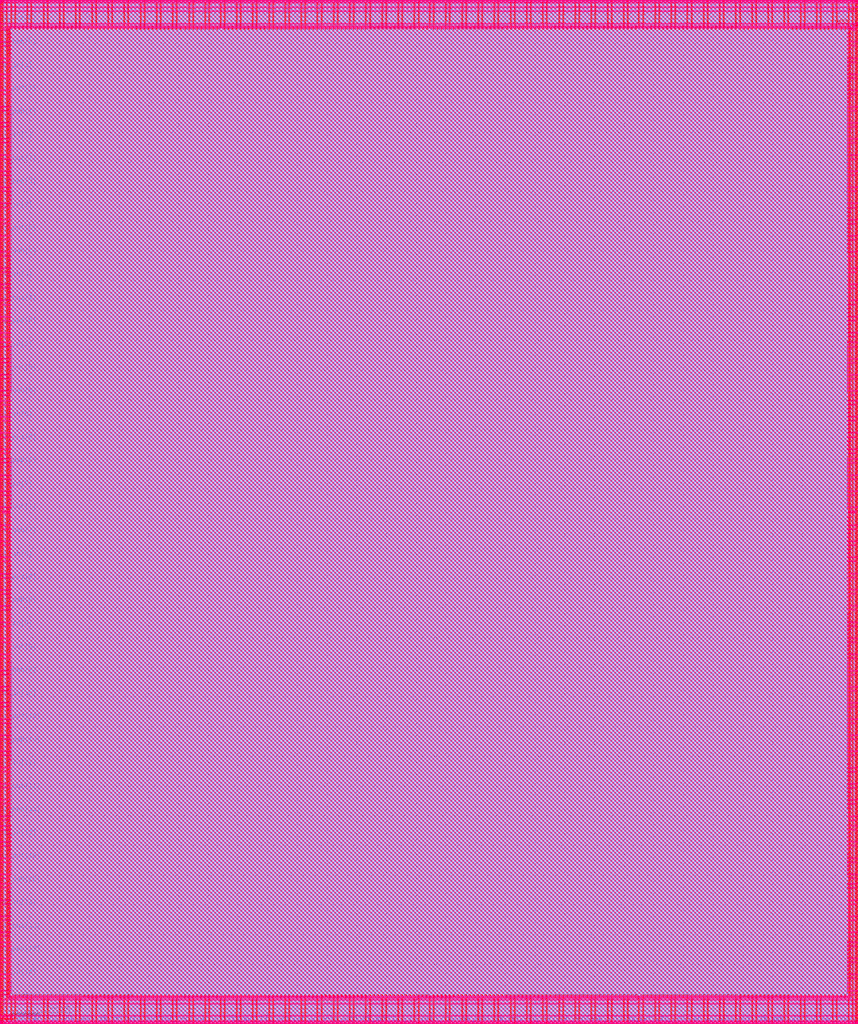
<source format=lef>
###############################################################
#  Generated by:      Cadence Innovus 20.13-s083_1
#  OS:                Linux x86_64(Host ID caddyxtra)
#  Generated on:      Wed Jul  7 22:48:27 2021
#  Design:            user_proj_example
#  Command:           write_lef_abstract -specifyTopLayer 6 -PGPinLayers {5 6} -noCutObs -stripePin results/user_proj_example.lef
###############################################################

VERSION 5.8 ;

BUSBITCHARS "[]" ;
DIVIDERCHAR "/" ;

MACRO user_proj_example
  CLASS BLOCK ;
  SIZE 2887.880000 BY 3445.560000 ;
  FOREIGN user_proj_example 0.000000 0.000000 ;
  ORIGIN 0 0 ;
  SYMMETRY X Y R90 ;
  PIN wb_clk_i
    DIRECTION INPUT ;
    USE SIGNAL ;
    ANTENNAPARTIALMETALAREA 0.238 LAYER met2  ;
    ANTENNAPARTIALMETALSIDEAREA 1.029 LAYER met2  ;
    ANTENNAPARTIALCUTAREA 0.04 LAYER via2  ;
    ANTENNAPARTIALMETALAREA 4.3968 LAYER met3  ;
    ANTENNAPARTIALMETALSIDEAREA 23.92 LAYER met3  ;
    ANTENNAMODEL OXIDE1 ;
    ANTENNAGATEAREA 1.152 LAYER met3  ;
    ANTENNAMAXAREACAR 6.23974 LAYER met3  ;
    ANTENNAMAXSIDEAREACAR 30.9826 LAYER met3  ;
    ANTENNAMAXCUTCAR 0.0793403 LAYER via3  ;
    PORT
      LAYER met2 ;
        RECT 2887.120000 3445.075000 2887.260000 3445.560000 ;
    END
  END wb_clk_i
  PIN wb_rst_i
    DIRECTION INPUT ;
    USE SIGNAL ;
    ANTENNAPARTIALMETALAREA 6.1835 LAYER met2  ;
    ANTENNAPARTIALMETALSIDEAREA 30.6915 LAYER met2  ;
    ANTENNAMODEL OXIDE1 ;
    ANTENNAGATEAREA 0.2475 LAYER met2  ;
    ANTENNAMAXAREACAR 26.3535 LAYER met2  ;
    ANTENNAMAXSIDEAREACAR 127.879 LAYER met2  ;
    ANTENNAMAXCUTCAR 0.207677 LAYER via2  ;
    PORT
      LAYER met2 ;
        RECT 2881.600000 3445.075000 2881.740000 3445.560000 ;
    END
  END wb_rst_i
  PIN wbs_stb_i
    DIRECTION INPUT ;
    USE SIGNAL ;
    ANTENNAPARTIALMETALAREA 2.4471 LAYER met2  ;
    ANTENNAPARTIALMETALSIDEAREA 12.1275 LAYER met2  ;
    ANTENNAMODEL OXIDE1 ;
    ANTENNAGATEAREA 0.2475 LAYER met2  ;
    ANTENNAMAXAREACAR 10.919 LAYER met2  ;
    ANTENNAMAXSIDEAREACAR 52.6263 LAYER met2  ;
    ANTENNAMAXCUTCAR 0.207677 LAYER via2  ;
    PORT
      LAYER met2 ;
        RECT 2863.660000 3445.075000 2863.800000 3445.560000 ;
    END
  END wbs_stb_i
  PIN wbs_cyc_i
    DIRECTION INPUT ;
    USE SIGNAL ;
    ANTENNAPARTIALMETALAREA 2.5759 LAYER met2  ;
    ANTENNAPARTIALMETALSIDEAREA 12.7715 LAYER met2  ;
    ANTENNAMODEL OXIDE1 ;
    ANTENNAGATEAREA 0.2475 LAYER met2  ;
    ANTENNAMAXAREACAR 13.2879 LAYER met2  ;
    ANTENNAMAXSIDEAREACAR 64.3515 LAYER met2  ;
    ANTENNAMAXCUTCAR 0.207677 LAYER via2  ;
    PORT
      LAYER met2 ;
        RECT 2869.640000 3445.075000 2869.780000 3445.560000 ;
    END
  END wbs_cyc_i
  PIN wbs_we_i
    DIRECTION INPUT ;
    USE SIGNAL ;
    ANTENNAPARTIALMETALAREA 2.5393 LAYER met2  ;
    ANTENNAPARTIALMETALSIDEAREA 12.3095 LAYER met2  ;
    ANTENNAMODEL OXIDE1 ;
    ANTENNAGATEAREA 0.126 LAYER met2  ;
    ANTENNAMAXAREACAR 22.6571 LAYER met2  ;
    ANTENNAMAXSIDEAREACAR 103.889 LAYER met2  ;
    ANTENNAPARTIALCUTAREA 0.04 LAYER via2  ;
    ANTENNAMAXCUTCAR 0.725397 LAYER via2  ;
    ANTENNAPARTIALMETALAREA 1.6368 LAYER met3  ;
    ANTENNAPARTIALMETALSIDEAREA 9.2 LAYER met3  ;
    ANTENNAGATEAREA 0.252 LAYER met3  ;
    ANTENNAMAXAREACAR 29.1524 LAYER met3  ;
    ANTENNAMAXSIDEAREACAR 140.397 LAYER met3  ;
    ANTENNAMAXCUTCAR 0.725397 LAYER via3  ;
    PORT
      LAYER met2 ;
        RECT 2858.140000 3445.075000 2858.280000 3445.560000 ;
    END
  END wbs_we_i
  PIN wbs_sel_i[3]
    DIRECTION INPUT ;
    USE SIGNAL ;
    PORT
      LAYER met2 ;
        RECT 2764.300000 3445.075000 2764.440000 3445.560000 ;
    END
  END wbs_sel_i[3]
  PIN wbs_sel_i[2]
    DIRECTION INPUT ;
    USE SIGNAL ;
    PORT
      LAYER met2 ;
        RECT 2787.760000 3445.075000 2787.900000 3445.560000 ;
    END
  END wbs_sel_i[2]
  PIN wbs_sel_i[1]
    DIRECTION INPUT ;
    USE SIGNAL ;
    PORT
      LAYER met2 ;
        RECT 2811.220000 3445.075000 2811.360000 3445.560000 ;
    END
  END wbs_sel_i[1]
  PIN wbs_sel_i[0]
    DIRECTION INPUT ;
    USE SIGNAL ;
    PORT
      LAYER met2 ;
        RECT 2834.680000 3445.075000 2834.820000 3445.560000 ;
    END
  END wbs_sel_i[0]
  PIN wbs_dat_i[31]
    DIRECTION INPUT ;
    USE SIGNAL ;
    ANTENNAPARTIALMETALAREA 2.3827 LAYER met2  ;
    ANTENNAPARTIALMETALSIDEAREA 11.8055 LAYER met2  ;
    ANTENNAMODEL OXIDE1 ;
    ANTENNAGATEAREA 0.126 LAYER met2  ;
    ANTENNAMAXAREACAR 31.0548 LAYER met2  ;
    ANTENNAMAXSIDEAREACAR 149.754 LAYER met2  ;
    ANTENNAMAXCUTCAR 0.407937 LAYER via2  ;
    PORT
      LAYER met2 ;
        RECT 2277.160000 3445.075000 2277.300000 3445.560000 ;
    END
  END wbs_dat_i[31]
  PIN wbs_dat_i[30]
    DIRECTION INPUT ;
    USE SIGNAL ;
    ANTENNAPARTIALMETALAREA 2.4919 LAYER met2  ;
    ANTENNAPARTIALMETALSIDEAREA 12.3515 LAYER met2  ;
    ANTENNAMODEL OXIDE1 ;
    ANTENNAGATEAREA 0.126 LAYER met2  ;
    ANTENNAMAXAREACAR 28.5845 LAYER met2  ;
    ANTENNAMAXSIDEAREACAR 133.508 LAYER met2  ;
    ANTENNAMAXCUTCAR 0.407937 LAYER via2  ;
    PORT
      LAYER met2 ;
        RECT 2294.640000 3445.075000 2294.780000 3445.560000 ;
    END
  END wbs_dat_i[30]
  PIN wbs_dat_i[29]
    DIRECTION INPUT ;
    USE SIGNAL ;
    ANTENNAPARTIALMETALAREA 3.4663 LAYER met2  ;
    ANTENNAPARTIALMETALSIDEAREA 17.2235 LAYER met2  ;
    ANTENNAMODEL OXIDE1 ;
    ANTENNAGATEAREA 0.126 LAYER met2  ;
    ANTENNAMAXAREACAR 53.9436 LAYER met2  ;
    ANTENNAMAXSIDEAREACAR 264.198 LAYER met2  ;
    ANTENNAMAXCUTCAR 0.407937 LAYER via2  ;
    PORT
      LAYER met2 ;
        RECT 2312.120000 3445.075000 2312.260000 3445.560000 ;
    END
  END wbs_dat_i[29]
  PIN wbs_dat_i[28]
    DIRECTION INPUT ;
    USE SIGNAL ;
    ANTENNAPARTIALMETALAREA 2.1111 LAYER met2  ;
    ANTENNAPARTIALMETALSIDEAREA 10.4475 LAYER met2  ;
    ANTENNAMODEL OXIDE1 ;
    ANTENNAGATEAREA 0.126 LAYER met2  ;
    ANTENNAMAXAREACAR 23.1687 LAYER met2  ;
    ANTENNAMAXSIDEAREACAR 102.921 LAYER met2  ;
    ANTENNAMAXCUTCAR 0.407937 LAYER via2  ;
    PORT
      LAYER met2 ;
        RECT 2329.600000 3445.075000 2329.740000 3445.560000 ;
    END
  END wbs_dat_i[28]
  PIN wbs_dat_i[27]
    DIRECTION INPUT ;
    USE SIGNAL ;
    ANTENNAPARTIALMETALAREA 2.2539 LAYER met2  ;
    ANTENNAPARTIALMETALSIDEAREA 11.1615 LAYER met2  ;
    ANTENNAMODEL OXIDE1 ;
    ANTENNAGATEAREA 0.126 LAYER met2  ;
    ANTENNAMAXAREACAR 19.9254 LAYER met2  ;
    ANTENNAMAXSIDEAREACAR 94.6429 LAYER met2  ;
    ANTENNAMAXCUTCAR 0.407937 LAYER via2  ;
    PORT
      LAYER met2 ;
        RECT 2347.540000 3445.075000 2347.680000 3445.560000 ;
    END
  END wbs_dat_i[27]
  PIN wbs_dat_i[26]
    DIRECTION INPUT ;
    USE SIGNAL ;
    ANTENNAPARTIALMETALAREA 2.2539 LAYER met2  ;
    ANTENNAPARTIALMETALSIDEAREA 11.1615 LAYER met2  ;
    ANTENNAMODEL OXIDE1 ;
    ANTENNAGATEAREA 0.126 LAYER met2  ;
    ANTENNAMAXAREACAR 19.9254 LAYER met2  ;
    ANTENNAMAXSIDEAREACAR 94.6429 LAYER met2  ;
    ANTENNAMAXCUTCAR 0.407937 LAYER via2  ;
    PORT
      LAYER met2 ;
        RECT 2365.020000 3445.075000 2365.160000 3445.560000 ;
    END
  END wbs_dat_i[26]
  PIN wbs_dat_i[25]
    DIRECTION INPUT ;
    USE SIGNAL ;
    ANTENNAPARTIALMETALAREA 2.1755 LAYER met2  ;
    ANTENNAPARTIALMETALSIDEAREA 10.7695 LAYER met2  ;
    ANTENNAMODEL OXIDE1 ;
    ANTENNAGATEAREA 0.126 LAYER met2  ;
    ANTENNAMAXAREACAR 23.6798 LAYER met2  ;
    ANTENNAMAXSIDEAREACAR 105.476 LAYER met2  ;
    ANTENNAMAXCUTCAR 0.407937 LAYER via2  ;
    PORT
      LAYER met2 ;
        RECT 2382.500000 3445.075000 2382.640000 3445.560000 ;
    END
  END wbs_dat_i[25]
  PIN wbs_dat_i[24]
    DIRECTION INPUT ;
    USE SIGNAL ;
    ANTENNAPARTIALMETALAREA 2.1111 LAYER met2  ;
    ANTENNAPARTIALMETALSIDEAREA 10.4475 LAYER met2  ;
    ANTENNAMODEL OXIDE1 ;
    ANTENNAGATEAREA 0.126 LAYER met2  ;
    ANTENNAMAXAREACAR 20.7282 LAYER met2  ;
    ANTENNAMAXSIDEAREACAR 91.254 LAYER met2  ;
    ANTENNAMAXCUTCAR 0.407937 LAYER via2  ;
    PORT
      LAYER met2 ;
        RECT 2400.440000 3445.075000 2400.580000 3445.560000 ;
    END
  END wbs_dat_i[24]
  PIN wbs_dat_i[23]
    DIRECTION INPUT ;
    USE SIGNAL ;
    ANTENNAPARTIALMETALAREA 2.1111 LAYER met2  ;
    ANTENNAPARTIALMETALSIDEAREA 10.4475 LAYER met2  ;
    ANTENNAMODEL OXIDE1 ;
    ANTENNAGATEAREA 0.126 LAYER met2  ;
    ANTENNAMAXAREACAR 21.6353 LAYER met2  ;
    ANTENNAMAXSIDEAREACAR 95.254 LAYER met2  ;
    ANTENNAMAXCUTCAR 0.407937 LAYER via2  ;
    PORT
      LAYER met2 ;
        RECT 2417.920000 3445.075000 2418.060000 3445.560000 ;
    END
  END wbs_dat_i[23]
  PIN wbs_dat_i[22]
    DIRECTION INPUT ;
    USE SIGNAL ;
    ANTENNAPARTIALMETALAREA 2.8139 LAYER met2  ;
    ANTENNAPARTIALMETALSIDEAREA 13.9615 LAYER met2  ;
    ANTENNAMODEL OXIDE1 ;
    ANTENNAGATEAREA 0.126 LAYER met2  ;
    ANTENNAMAXAREACAR 27.3179 LAYER met2  ;
    ANTENNAMAXSIDEAREACAR 127.175 LAYER met2  ;
    ANTENNAMAXCUTCAR 0.407937 LAYER via2  ;
    PORT
      LAYER met2 ;
        RECT 2435.400000 3445.075000 2435.540000 3445.560000 ;
    END
  END wbs_dat_i[22]
  PIN wbs_dat_i[21]
    DIRECTION INPUT ;
    USE SIGNAL ;
    ANTENNAPARTIALMETALAREA 2.4919 LAYER met2  ;
    ANTENNAPARTIALMETALSIDEAREA 12.3515 LAYER met2  ;
    ANTENNAMODEL OXIDE1 ;
    ANTENNAGATEAREA 0.126 LAYER met2  ;
    ANTENNAMAXAREACAR 24.2512 LAYER met2  ;
    ANTENNAMAXSIDEAREACAR 111.841 LAYER met2  ;
    ANTENNAMAXCUTCAR 0.407937 LAYER via2  ;
    PORT
      LAYER met2 ;
        RECT 2452.880000 3445.075000 2453.020000 3445.560000 ;
    END
  END wbs_dat_i[21]
  PIN wbs_dat_i[20]
    DIRECTION INPUT ;
    USE SIGNAL ;
    ANTENNAPARTIALMETALAREA 2.5395 LAYER met2  ;
    ANTENNAPARTIALMETALSIDEAREA 12.5895 LAYER met2  ;
    ANTENNAMODEL OXIDE1 ;
    ANTENNAGATEAREA 0.126 LAYER met2  ;
    ANTENNAMAXAREACAR 23.6103 LAYER met2  ;
    ANTENNAMAXSIDEAREACAR 112.532 LAYER met2  ;
    ANTENNAMAXCUTCAR 0.407937 LAYER via2  ;
    PORT
      LAYER met2 ;
        RECT 2470.820000 3445.075000 2470.960000 3445.560000 ;
    END
  END wbs_dat_i[20]
  PIN wbs_dat_i[19]
    DIRECTION INPUT ;
    USE SIGNAL ;
    ANTENNAPARTIALMETALAREA 2.4135 LAYER met2  ;
    ANTENNAPARTIALMETALSIDEAREA 11.9595 LAYER met2  ;
    ANTENNAMODEL OXIDE1 ;
    ANTENNAGATEAREA 0.126 LAYER met2  ;
    ANTENNAMAXAREACAR 23.1179 LAYER met2  ;
    ANTENNAMAXSIDEAREACAR 106.175 LAYER met2  ;
    ANTENNAMAXCUTCAR 0.407937 LAYER via2  ;
    PORT
      LAYER met2 ;
        RECT 2488.300000 3445.075000 2488.440000 3445.560000 ;
    END
  END wbs_dat_i[19]
  PIN wbs_dat_i[18]
    DIRECTION INPUT ;
    USE SIGNAL ;
    ANTENNAPARTIALMETALAREA 2.6515 LAYER met2  ;
    ANTENNAPARTIALMETALSIDEAREA 13.1495 LAYER met2  ;
    ANTENNAMODEL OXIDE1 ;
    ANTENNAGATEAREA 0.126 LAYER met2  ;
    ANTENNAMAXAREACAR 23.477 LAYER met2  ;
    ANTENNAMAXSIDEAREACAR 111.865 LAYER met2  ;
    ANTENNAMAXCUTCAR 0.407937 LAYER via2  ;
    PORT
      LAYER met2 ;
        RECT 2505.780000 3445.075000 2505.920000 3445.560000 ;
    END
  END wbs_dat_i[18]
  PIN wbs_dat_i[17]
    DIRECTION INPUT ;
    USE SIGNAL ;
    ANTENNAPARTIALMETALAREA 2.2539 LAYER met2  ;
    ANTENNAPARTIALMETALSIDEAREA 11.1615 LAYER met2  ;
    ANTENNAMODEL OXIDE1 ;
    ANTENNAGATEAREA 0.126 LAYER met2  ;
    ANTENNAMAXAREACAR 19.9254 LAYER met2  ;
    ANTENNAMAXSIDEAREACAR 94.6429 LAYER met2  ;
    ANTENNAMAXCUTCAR 0.407937 LAYER via2  ;
    PORT
      LAYER met2 ;
        RECT 2523.260000 3445.075000 2523.400000 3445.560000 ;
    END
  END wbs_dat_i[17]
  PIN wbs_dat_i[16]
    DIRECTION INPUT ;
    USE SIGNAL ;
    ANTENNAPARTIALMETALAREA 2.4919 LAYER met2  ;
    ANTENNAPARTIALMETALSIDEAREA 12.3515 LAYER met2  ;
    ANTENNAMODEL OXIDE1 ;
    ANTENNAGATEAREA 0.126 LAYER met2  ;
    ANTENNAMAXAREACAR 26.8067 LAYER met2  ;
    ANTENNAMAXSIDEAREACAR 124.619 LAYER met2  ;
    ANTENNAMAXCUTCAR 0.407937 LAYER via2  ;
    PORT
      LAYER met2 ;
        RECT 2541.200000 3445.075000 2541.340000 3445.560000 ;
    END
  END wbs_dat_i[16]
  PIN wbs_dat_i[15]
    DIRECTION INPUT ;
    USE SIGNAL ;
    ANTENNAPARTIALMETALAREA 2.1111 LAYER met2  ;
    ANTENNAPARTIALMETALSIDEAREA 10.4475 LAYER met2  ;
    ANTENNAMODEL OXIDE1 ;
    ANTENNAGATEAREA 0.126 LAYER met2  ;
    ANTENNAMAXAREACAR 21.6353 LAYER met2  ;
    ANTENNAMAXSIDEAREACAR 95.254 LAYER met2  ;
    ANTENNAMAXCUTCAR 0.407937 LAYER via2  ;
    PORT
      LAYER met2 ;
        RECT 2558.680000 3445.075000 2558.820000 3445.560000 ;
    END
  END wbs_dat_i[15]
  PIN wbs_dat_i[14]
    DIRECTION INPUT ;
    USE SIGNAL ;
    ANTENNAPARTIALMETALAREA 2.7495 LAYER met2  ;
    ANTENNAPARTIALMETALSIDEAREA 13.6395 LAYER met2  ;
    ANTENNAMODEL OXIDE1 ;
    ANTENNAGATEAREA 0.126 LAYER met2  ;
    ANTENNAMAXAREACAR 25.7845 LAYER met2  ;
    ANTENNAMAXSIDEAREACAR 119.508 LAYER met2  ;
    ANTENNAMAXCUTCAR 0.407937 LAYER via2  ;
    PORT
      LAYER met2 ;
        RECT 2576.160000 3445.075000 2576.300000 3445.560000 ;
    END
  END wbs_dat_i[14]
  PIN wbs_dat_i[13]
    DIRECTION INPUT ;
    USE SIGNAL ;
    ANTENNAPARTIALMETALAREA 2.1111 LAYER met2  ;
    ANTENNAPARTIALMETALSIDEAREA 10.4475 LAYER met2  ;
    ANTENNAMODEL OXIDE1 ;
    ANTENNAGATEAREA 0.126 LAYER met2  ;
    ANTENNAMAXAREACAR 25.2131 LAYER met2  ;
    ANTENNAMAXSIDEAREACAR 113.143 LAYER met2  ;
    ANTENNAMAXCUTCAR 0.407937 LAYER via2  ;
    PORT
      LAYER met2 ;
        RECT 2594.100000 3445.075000 2594.240000 3445.560000 ;
    END
  END wbs_dat_i[13]
  PIN wbs_dat_i[12]
    DIRECTION INPUT ;
    USE SIGNAL ;
    ANTENNAPARTIALMETALAREA 2.2399 LAYER met2  ;
    ANTENNAPARTIALMETALSIDEAREA 11.0915 LAYER met2  ;
    ANTENNAMODEL OXIDE1 ;
    ANTENNAGATEAREA 0.126 LAYER met2  ;
    ANTENNAMAXAREACAR 29.8131 LAYER met2  ;
    ANTENNAMAXSIDEAREACAR 136.143 LAYER met2  ;
    ANTENNAMAXCUTCAR 0.407937 LAYER via2  ;
    PORT
      LAYER met2 ;
        RECT 2611.580000 3445.075000 2611.720000 3445.560000 ;
    END
  END wbs_dat_i[12]
  PIN wbs_dat_i[11]
    DIRECTION INPUT ;
    USE SIGNAL ;
    ANTENNAPARTIALMETALAREA 2.1111 LAYER met2  ;
    ANTENNAPARTIALMETALSIDEAREA 10.4475 LAYER met2  ;
    ANTENNAMODEL OXIDE1 ;
    ANTENNAGATEAREA 0.126 LAYER met2  ;
    ANTENNAMAXAREACAR 21.1242 LAYER met2  ;
    ANTENNAMAXSIDEAREACAR 92.6984 LAYER met2  ;
    ANTENNAMAXCUTCAR 0.407937 LAYER via2  ;
    PORT
      LAYER met2 ;
        RECT 2629.060000 3445.075000 2629.200000 3445.560000 ;
    END
  END wbs_dat_i[11]
  PIN wbs_dat_i[10]
    DIRECTION INPUT ;
    USE SIGNAL ;
    ANTENNAPARTIALMETALAREA 2.4919 LAYER met2  ;
    ANTENNAPARTIALMETALSIDEAREA 12.3515 LAYER met2  ;
    ANTENNAMODEL OXIDE1 ;
    ANTENNAGATEAREA 0.126 LAYER met2  ;
    ANTENNAMAXAREACAR 30.7992 LAYER met2  ;
    ANTENNAMAXSIDEAREACAR 148.476 LAYER met2  ;
    ANTENNAMAXCUTCAR 0.407937 LAYER via2  ;
    PORT
      LAYER met2 ;
        RECT 2646.540000 3445.075000 2646.680000 3445.560000 ;
    END
  END wbs_dat_i[10]
  PIN wbs_dat_i[9]
    DIRECTION INPUT ;
    USE SIGNAL ;
    ANTENNAPARTIALMETALAREA 2.1111 LAYER met2  ;
    ANTENNAPARTIALMETALSIDEAREA 10.4475 LAYER met2  ;
    ANTENNAMODEL OXIDE1 ;
    ANTENNAGATEAREA 0.126 LAYER met2  ;
    ANTENNAMAXAREACAR 23.6798 LAYER met2  ;
    ANTENNAMAXSIDEAREACAR 105.476 LAYER met2  ;
    ANTENNAMAXCUTCAR 0.407937 LAYER via2  ;
    PORT
      LAYER met2 ;
        RECT 2664.480000 3445.075000 2664.620000 3445.560000 ;
    END
  END wbs_dat_i[9]
  PIN wbs_dat_i[8]
    DIRECTION INPUT ;
    USE SIGNAL ;
    ANTENNAPARTIALMETALAREA 2.1111 LAYER met2  ;
    ANTENNAPARTIALMETALSIDEAREA 10.4475 LAYER met2  ;
    ANTENNAMODEL OXIDE1 ;
    ANTENNAGATEAREA 0.126 LAYER met2  ;
    ANTENNAMAXAREACAR 22.6575 LAYER met2  ;
    ANTENNAMAXSIDEAREACAR 100.365 LAYER met2  ;
    ANTENNAMAXCUTCAR 0.407937 LAYER via2  ;
    PORT
      LAYER met2 ;
        RECT 2681.960000 3445.075000 2682.100000 3445.560000 ;
    END
  END wbs_dat_i[8]
  PIN wbs_dat_i[7]
    DIRECTION INPUT ;
    USE SIGNAL ;
    ANTENNAPARTIALMETALAREA 2.1111 LAYER met2  ;
    ANTENNAPARTIALMETALSIDEAREA 10.4475 LAYER met2  ;
    ANTENNAMODEL OXIDE1 ;
    ANTENNAGATEAREA 0.126 LAYER met2  ;
    ANTENNAMAXAREACAR 28.5242 LAYER met2  ;
    ANTENNAMAXSIDEAREACAR 129.698 LAYER met2  ;
    ANTENNAMAXCUTCAR 0.407937 LAYER via2  ;
    PORT
      LAYER met2 ;
        RECT 2699.440000 3445.075000 2699.580000 3445.560000 ;
    END
  END wbs_dat_i[7]
  PIN wbs_dat_i[6]
    DIRECTION INPUT ;
    USE SIGNAL ;
    ANTENNAPARTIALMETALAREA 2.6207 LAYER met2  ;
    ANTENNAPARTIALMETALSIDEAREA 12.9955 LAYER met2  ;
    ANTENNAMODEL OXIDE1 ;
    ANTENNAGATEAREA 0.126 LAYER met2  ;
    ANTENNAMAXAREACAR 26.8067 LAYER met2  ;
    ANTENNAMAXSIDEAREACAR 124.619 LAYER met2  ;
    ANTENNAMAXCUTCAR 0.407937 LAYER via2  ;
    PORT
      LAYER met2 ;
        RECT 2717.380000 3445.075000 2717.520000 3445.560000 ;
    END
  END wbs_dat_i[6]
  PIN wbs_dat_i[5]
    DIRECTION INPUT ;
    USE SIGNAL ;
    ANTENNAPARTIALMETALAREA 2.1111 LAYER met2  ;
    ANTENNAPARTIALMETALSIDEAREA 10.4475 LAYER met2  ;
    ANTENNAMODEL OXIDE1 ;
    ANTENNAGATEAREA 0.126 LAYER met2  ;
    ANTENNAMAXAREACAR 22.1464 LAYER met2  ;
    ANTENNAMAXSIDEAREACAR 97.8095 LAYER met2  ;
    ANTENNAMAXCUTCAR 0.407937 LAYER via2  ;
    PORT
      LAYER met2 ;
        RECT 2734.860000 3445.075000 2735.000000 3445.560000 ;
    END
  END wbs_dat_i[5]
  PIN wbs_dat_i[4]
    DIRECTION INPUT ;
    USE SIGNAL ;
    ANTENNAPARTIALMETALAREA 2.1111 LAYER met2  ;
    ANTENNAPARTIALMETALSIDEAREA 10.4475 LAYER met2  ;
    ANTENNAMODEL OXIDE1 ;
    ANTENNAGATEAREA 0.126 LAYER met2  ;
    ANTENNAMAXAREACAR 21.6353 LAYER met2  ;
    ANTENNAMAXSIDEAREACAR 95.254 LAYER met2  ;
    ANTENNAMAXCUTCAR 0.407937 LAYER via2  ;
    PORT
      LAYER met2 ;
        RECT 2752.340000 3445.075000 2752.480000 3445.560000 ;
    END
  END wbs_dat_i[4]
  PIN wbs_dat_i[3]
    DIRECTION INPUT ;
    USE SIGNAL ;
    ANTENNAPARTIALMETALAREA 6.1079 LAYER met2  ;
    ANTENNAPARTIALMETALSIDEAREA 30.3135 LAYER met2  ;
    ANTENNAMODEL OXIDE1 ;
    ANTENNAGATEAREA 0.252 LAYER met2  ;
    ANTENNAMAXAREACAR 55.1405 LAYER met2  ;
    ANTENNAMAXSIDEAREACAR 265.339 LAYER met2  ;
    ANTENNAMAXCUTCAR 0.586508 LAYER via2  ;
    PORT
      LAYER met2 ;
        RECT 2775.800000 3445.075000 2775.940000 3445.560000 ;
    END
  END wbs_dat_i[3]
  PIN wbs_dat_i[2]
    DIRECTION INPUT ;
    USE SIGNAL ;
    ANTENNAPARTIALMETALAREA 5.5583 LAYER met2  ;
    ANTENNAPARTIALMETALSIDEAREA 27.4575 LAYER met2  ;
    ANTENNAMODEL OXIDE1 ;
    ANTENNAGATEAREA 0.252 LAYER met2  ;
    ANTENNAMAXAREACAR 34.3373 LAYER met2  ;
    ANTENNAMAXSIDEAREACAR 158.296 LAYER met2  ;
    ANTENNAMAXCUTCAR 0.407937 LAYER via2  ;
    PORT
      LAYER met2 ;
        RECT 2799.260000 3445.075000 2799.400000 3445.560000 ;
    END
  END wbs_dat_i[2]
  PIN wbs_dat_i[1]
    DIRECTION INPUT ;
    USE SIGNAL ;
    ANTENNAPARTIALMETALAREA 5.6583 LAYER met2  ;
    ANTENNAPARTIALMETALSIDEAREA 27.9475 LAYER met2  ;
    ANTENNAMODEL OXIDE1 ;
    ANTENNAGATEAREA 0.747 LAYER met2  ;
    ANTENNAMAXAREACAR 63.3128 LAYER met2  ;
    ANTENNAMAXSIDEAREACAR 310.584 LAYER met2  ;
    ANTENNAMAXCUTCAR 0.586508 LAYER via2  ;
    PORT
      LAYER met2 ;
        RECT 2822.720000 3445.075000 2822.860000 3445.560000 ;
    END
  END wbs_dat_i[1]
  PIN wbs_dat_i[0]
    DIRECTION INPUT ;
    USE SIGNAL ;
    ANTENNAPARTIALMETALAREA 6.6027 LAYER met2  ;
    ANTENNAPARTIALMETALSIDEAREA 32.6795 LAYER met2  ;
    ANTENNAMODEL OXIDE1 ;
    ANTENNAGATEAREA 1.368 LAYER met2  ;
    ANTENNAMAXAREACAR 19.5075 LAYER met2  ;
    ANTENNAMAXSIDEAREACAR 92.6703 LAYER met2  ;
    ANTENNAMAXCUTCAR 0.407937 LAYER via2  ;
    PORT
      LAYER met2 ;
        RECT 2846.180000 3445.075000 2846.320000 3445.560000 ;
    END
  END wbs_dat_i[0]
  PIN wbs_adr_i[31]
    DIRECTION INPUT ;
    USE SIGNAL ;
    ANTENNAPARTIALMETALAREA 2.3755 LAYER met2  ;
    ANTENNAPARTIALMETALSIDEAREA 11.6515 LAYER met2  ;
    ANTENNAMODEL OXIDE1 ;
    ANTENNAGATEAREA 0.126 LAYER met2  ;
    ANTENNAMAXAREACAR 21.6187 LAYER met2  ;
    ANTENNAMAXSIDEAREACAR 99.0714 LAYER met2  ;
    ANTENNAMAXCUTCAR 0.407937 LAYER via2  ;
    PORT
      LAYER met2 ;
        RECT 2282.680000 3445.075000 2282.820000 3445.560000 ;
    END
  END wbs_adr_i[31]
  PIN wbs_adr_i[30]
    DIRECTION INPUT ;
    USE SIGNAL ;
    ANTENNAPARTIALMETALAREA 2.2539 LAYER met2  ;
    ANTENNAPARTIALMETALSIDEAREA 11.1615 LAYER met2  ;
    ANTENNAMODEL OXIDE1 ;
    ANTENNAGATEAREA 0.126 LAYER met2  ;
    ANTENNAMAXAREACAR 40.2833 LAYER met2  ;
    ANTENNAMAXSIDEAREACAR 193.365 LAYER met2  ;
    ANTENNAMAXCUTCAR 0.407937 LAYER via2  ;
    PORT
      LAYER met2 ;
        RECT 2300.620000 3445.075000 2300.760000 3445.560000 ;
    END
  END wbs_adr_i[30]
  PIN wbs_adr_i[29]
    DIRECTION INPUT ;
    USE SIGNAL ;
    ANTENNAPARTIALMETALAREA 2.4471 LAYER met2  ;
    ANTENNAPARTIALMETALSIDEAREA 12.1275 LAYER met2  ;
    ANTENNAMODEL OXIDE1 ;
    ANTENNAGATEAREA 0.2475 LAYER met2  ;
    ANTENNAMAXAREACAR 10.9034 LAYER met2  ;
    ANTENNAMAXSIDEAREACAR 52.0727 LAYER met2  ;
    ANTENNAMAXCUTCAR 0.207677 LAYER via2  ;
    PORT
      LAYER met2 ;
        RECT 2318.100000 3445.075000 2318.240000 3445.560000 ;
    END
  END wbs_adr_i[29]
  PIN wbs_adr_i[28]
    DIRECTION INPUT ;
    USE SIGNAL ;
    ANTENNAPARTIALMETALAREA 2.3491 LAYER met2  ;
    ANTENNAPARTIALMETALSIDEAREA 11.6375 LAYER met2  ;
    ANTENNAMODEL OXIDE1 ;
    ANTENNAGATEAREA 0.2475 LAYER met2  ;
    ANTENNAMAXAREACAR 20.0469 LAYER met2  ;
    ANTENNAMAXSIDEAREACAR 98.202 LAYER met2  ;
    ANTENNAMAXCUTCAR 0.207677 LAYER via2  ;
    PORT
      LAYER met2 ;
        RECT 2335.580000 3445.075000 2335.720000 3445.560000 ;
    END
  END wbs_adr_i[28]
  PIN wbs_adr_i[27]
    DIRECTION INPUT ;
    USE SIGNAL ;
    ANTENNAPARTIALMETALAREA 2.2327 LAYER met2  ;
    ANTENNAPARTIALMETALSIDEAREA 10.9375 LAYER met2  ;
    ANTENNAMODEL OXIDE1 ;
    ANTENNAGATEAREA 0.126 LAYER met2  ;
    ANTENNAMAXAREACAR 23.3643 LAYER met2  ;
    ANTENNAMAXSIDEAREACAR 99.0556 LAYER met2  ;
    ANTENNAMAXCUTCAR 0.407937 LAYER via2  ;
    PORT
      LAYER met2 ;
        RECT 2353.520000 3445.075000 2353.660000 3445.560000 ;
    END
  END wbs_adr_i[27]
  PIN wbs_adr_i[26]
    DIRECTION INPUT ;
    USE SIGNAL ;
    ANTENNAPARTIALMETALAREA 2.3491 LAYER met2  ;
    ANTENNAPARTIALMETALSIDEAREA 11.6375 LAYER met2  ;
    ANTENNAMODEL OXIDE1 ;
    ANTENNAGATEAREA 0.126 LAYER met2  ;
    ANTENNAMAXAREACAR 42.5274 LAYER met2  ;
    ANTENNAMAXSIDEAREACAR 200.865 LAYER met2  ;
    ANTENNAMAXCUTCAR 0.407937 LAYER via2  ;
    PORT
      LAYER met2 ;
        RECT 2371.000000 3445.075000 2371.140000 3445.560000 ;
    END
  END wbs_adr_i[26]
  PIN wbs_adr_i[25]
    DIRECTION INPUT ;
    USE SIGNAL ;
    ANTENNAPARTIALMETALAREA 2.1111 LAYER met2  ;
    ANTENNAPARTIALMETALSIDEAREA 10.4475 LAYER met2  ;
    ANTENNAMODEL OXIDE1 ;
    ANTENNAGATEAREA 0.126 LAYER met2  ;
    ANTENNAMAXAREACAR 22.948 LAYER met2  ;
    ANTENNAMAXSIDEAREACAR 97.3095 LAYER met2  ;
    ANTENNAMAXCUTCAR 0.407937 LAYER via2  ;
    PORT
      LAYER met2 ;
        RECT 2388.480000 3445.075000 2388.620000 3445.560000 ;
    END
  END wbs_adr_i[25]
  PIN wbs_adr_i[24]
    DIRECTION INPUT ;
    USE SIGNAL ;
    ANTENNAPARTIALMETALAREA 2.3755 LAYER met2  ;
    ANTENNAPARTIALMETALSIDEAREA 11.6515 LAYER met2  ;
    ANTENNAMODEL OXIDE1 ;
    ANTENNAGATEAREA 0.126 LAYER met2  ;
    ANTENNAMAXAREACAR 28.9425 LAYER met2  ;
    ANTENNAMAXSIDEAREACAR 138.167 LAYER met2  ;
    ANTENNAMAXCUTCAR 0.407937 LAYER via2  ;
    PORT
      LAYER met2 ;
        RECT 2405.960000 3445.075000 2406.100000 3445.560000 ;
    END
  END wbs_adr_i[24]
  PIN wbs_adr_i[23]
    DIRECTION INPUT ;
    USE SIGNAL ;
    ANTENNAPARTIALMETALAREA 2.2327 LAYER met2  ;
    ANTENNAPARTIALMETALSIDEAREA 10.9375 LAYER met2  ;
    ANTENNAMODEL OXIDE1 ;
    ANTENNAGATEAREA 0.126 LAYER met2  ;
    ANTENNAMAXAREACAR 33.1131 LAYER met2  ;
    ANTENNAMAXSIDEAREACAR 147.198 LAYER met2  ;
    ANTENNAMAXCUTCAR 0.407937 LAYER via2  ;
    PORT
      LAYER met2 ;
        RECT 2423.900000 3445.075000 2424.040000 3445.560000 ;
    END
  END wbs_adr_i[23]
  PIN wbs_adr_i[22]
    DIRECTION INPUT ;
    USE SIGNAL ;
    ANTENNAPARTIALMETALAREA 2.2327 LAYER met2  ;
    ANTENNAPARTIALMETALSIDEAREA 10.9375 LAYER met2  ;
    ANTENNAMODEL OXIDE1 ;
    ANTENNAGATEAREA 0.126 LAYER met2  ;
    ANTENNAMAXAREACAR 44.7183 LAYER met2  ;
    ANTENNAMAXSIDEAREACAR 201.381 LAYER met2  ;
    ANTENNAMAXCUTCAR 0.407937 LAYER via2  ;
    PORT
      LAYER met2 ;
        RECT 2441.380000 3445.075000 2441.520000 3445.560000 ;
    END
  END wbs_adr_i[22]
  PIN wbs_adr_i[21]
    DIRECTION INPUT ;
    USE SIGNAL ;
    ANTENNAPARTIALMETALAREA 2.3755 LAYER met2  ;
    ANTENNAPARTIALMETALSIDEAREA 11.6515 LAYER met2  ;
    ANTENNAMODEL OXIDE1 ;
    ANTENNAGATEAREA 0.126 LAYER met2  ;
    ANTENNAMAXAREACAR 20.8798 LAYER met2  ;
    ANTENNAMAXSIDEAREACAR 98.3889 LAYER met2  ;
    ANTENNAMAXCUTCAR 0.407937 LAYER via2  ;
    PORT
      LAYER met2 ;
        RECT 2458.860000 3445.075000 2459.000000 3445.560000 ;
    END
  END wbs_adr_i[21]
  PIN wbs_adr_i[20]
    DIRECTION INPUT ;
    USE SIGNAL ;
    ANTENNAPARTIALMETALAREA 2.5115 LAYER met2  ;
    ANTENNAPARTIALMETALSIDEAREA 12.4495 LAYER met2  ;
    ANTENNAMODEL OXIDE1 ;
    ANTENNAGATEAREA 0.126 LAYER met2  ;
    ANTENNAMAXAREACAR 26.3214 LAYER met2  ;
    ANTENNAMAXSIDEAREACAR 114.778 LAYER met2  ;
    ANTENNAMAXCUTCAR 0.407937 LAYER via2  ;
    PORT
      LAYER met2 ;
        RECT 2476.340000 3445.075000 2476.480000 3445.560000 ;
    END
  END wbs_adr_i[20]
  PIN wbs_adr_i[19]
    DIRECTION INPUT ;
    USE SIGNAL ;
    ANTENNAPARTIALMETALAREA 2.1851 LAYER met2  ;
    ANTENNAPARTIALMETALSIDEAREA 10.6995 LAYER met2  ;
    ANTENNAMODEL OXIDE1 ;
    ANTENNAGATEAREA 0.126 LAYER met2  ;
    ANTENNAMAXAREACAR 33.7575 LAYER met2  ;
    ANTENNAMAXSIDEAREACAR 150.421 LAYER met2  ;
    ANTENNAMAXCUTCAR 0.407937 LAYER via2  ;
    PORT
      LAYER met2 ;
        RECT 2494.280000 3445.075000 2494.420000 3445.560000 ;
    END
  END wbs_adr_i[19]
  PIN wbs_adr_i[18]
    DIRECTION INPUT ;
    USE SIGNAL ;
    ANTENNAPARTIALMETALAREA 2.6875 LAYER met2  ;
    ANTENNAPARTIALMETALSIDEAREA 13.0935 LAYER met2  ;
    ANTENNAMODEL OXIDE1 ;
    ANTENNAGATEAREA 0.126 LAYER met2  ;
    ANTENNAMAXAREACAR 36.0187 LAYER met2  ;
    ANTENNAMAXSIDEAREACAR 172.611 LAYER met2  ;
    ANTENNAMAXCUTCAR 0.407937 LAYER via2  ;
    PORT
      LAYER met2 ;
        RECT 2511.760000 3445.075000 2511.900000 3445.560000 ;
    END
  END wbs_adr_i[18]
  PIN wbs_adr_i[17]
    DIRECTION INPUT ;
    USE SIGNAL ;
    ANTENNAPARTIALMETALAREA 2.4231 LAYER met2  ;
    ANTENNAPARTIALMETALSIDEAREA 11.8895 LAYER met2  ;
    ANTENNAMODEL OXIDE1 ;
    ANTENNAGATEAREA 0.126 LAYER met2  ;
    ANTENNAMAXAREACAR 31.3591 LAYER met2  ;
    ANTENNAMAXSIDEAREACAR 144.087 LAYER met2  ;
    ANTENNAMAXCUTCAR 0.407937 LAYER via2  ;
    PORT
      LAYER met2 ;
        RECT 2529.240000 3445.075000 2529.380000 3445.560000 ;
    END
  END wbs_adr_i[17]
  PIN wbs_adr_i[16]
    DIRECTION INPUT ;
    USE SIGNAL ;
    ANTENNAPARTIALMETALAREA 2.5253 LAYER met2  ;
    ANTENNAPARTIALMETALSIDEAREA 12.4005 LAYER met2  ;
    ANTENNAMODEL OXIDE1 ;
    ANTENNAGATEAREA 0.126 LAYER met2  ;
    ANTENNAMAXAREACAR 22.0687 LAYER met2  ;
    ANTENNAMAXSIDEAREACAR 104.333 LAYER met2  ;
    ANTENNAMAXCUTCAR 0.407937 LAYER via2  ;
    PORT
      LAYER met2 ;
        RECT 2547.180000 3445.075000 2547.320000 3445.560000 ;
    END
  END wbs_adr_i[16]
  PIN wbs_adr_i[15]
    DIRECTION INPUT ;
    USE SIGNAL ;
    ANTENNAPARTIALMETALAREA 2.1111 LAYER met2  ;
    ANTENNAPARTIALMETALSIDEAREA 10.4475 LAYER met2  ;
    ANTENNAMODEL OXIDE1 ;
    ANTENNAGATEAREA 0.126 LAYER met2  ;
    ANTENNAMAXAREACAR 81.3214 LAYER met2  ;
    ANTENNAMAXSIDEAREACAR 389.778 LAYER met2  ;
    ANTENNAMAXCUTCAR 0.407937 LAYER via2  ;
    PORT
      LAYER met2 ;
        RECT 2564.660000 3445.075000 2564.800000 3445.560000 ;
    END
  END wbs_adr_i[15]
  PIN wbs_adr_i[14]
    DIRECTION INPUT ;
    USE SIGNAL ;
    ANTENNAPARTIALMETALAREA 2.2327 LAYER met2  ;
    ANTENNAPARTIALMETALSIDEAREA 10.9375 LAYER met2  ;
    ANTENNAMODEL OXIDE1 ;
    ANTENNAGATEAREA 0.126 LAYER met2  ;
    ANTENNAMAXAREACAR 22.4948 LAYER met2  ;
    ANTENNAMAXSIDEAREACAR 94.6429 LAYER met2  ;
    ANTENNAMAXCUTCAR 0.407937 LAYER via2  ;
    PORT
      LAYER met2 ;
        RECT 2582.140000 3445.075000 2582.280000 3445.560000 ;
    END
  END wbs_adr_i[14]
  PIN wbs_adr_i[13]
    DIRECTION INPUT ;
    USE SIGNAL ;
    ANTENNAPARTIALMETALAREA 3.0517 LAYER met2  ;
    ANTENNAPARTIALMETALSIDEAREA 15.0325 LAYER met2  ;
    ANTENNAMODEL OXIDE1 ;
    ANTENNAGATEAREA 0.126 LAYER met2  ;
    ANTENNAMAXAREACAR 62.4651 LAYER met2  ;
    ANTENNAMAXSIDEAREACAR 298.571 LAYER met2  ;
    ANTENNAMAXCUTCAR 0.407937 LAYER via2  ;
    PORT
      LAYER met2 ;
        RECT 2599.620000 3445.075000 2599.760000 3445.560000 ;
    END
  END wbs_adr_i[13]
  PIN wbs_adr_i[12]
    DIRECTION INPUT ;
    USE SIGNAL ;
    ANTENNAPARTIALMETALAREA 2.3827 LAYER met2  ;
    ANTENNAPARTIALMETALSIDEAREA 11.8055 LAYER met2  ;
    ANTENNAMODEL OXIDE1 ;
    ANTENNAGATEAREA 0.126 LAYER met2  ;
    ANTENNAMAXAREACAR 21.8556 LAYER met2  ;
    ANTENNAMAXSIDEAREACAR 101.349 LAYER met2  ;
    ANTENNAMAXCUTCAR 0.407937 LAYER via2  ;
    PORT
      LAYER met2 ;
        RECT 2617.560000 3445.075000 2617.700000 3445.560000 ;
    END
  END wbs_adr_i[12]
  PIN wbs_adr_i[11]
    DIRECTION INPUT ;
    USE SIGNAL ;
    ANTENNAPARTIALMETALAREA 2.3013 LAYER met2  ;
    ANTENNAPARTIALMETALSIDEAREA 11.2805 LAYER met2  ;
    ANTENNAMODEL OXIDE1 ;
    ANTENNAGATEAREA 0.126 LAYER met2  ;
    ANTENNAMAXAREACAR 30.5909 LAYER met2  ;
    ANTENNAMAXSIDEAREACAR 134.587 LAYER met2  ;
    ANTENNAMAXCUTCAR 0.407937 LAYER via2  ;
    PORT
      LAYER met2 ;
        RECT 2635.040000 3445.075000 2635.180000 3445.560000 ;
    END
  END wbs_adr_i[11]
  PIN wbs_adr_i[10]
    DIRECTION INPUT ;
    USE SIGNAL ;
    ANTENNAPARTIALMETALAREA 2.2327 LAYER met2  ;
    ANTENNAPARTIALMETALSIDEAREA 10.9375 LAYER met2  ;
    ANTENNAMODEL OXIDE1 ;
    ANTENNAGATEAREA 0.126 LAYER met2  ;
    ANTENNAMAXAREACAR 21.5052 LAYER met2  ;
    ANTENNAMAXSIDEAREACAR 94.881 LAYER met2  ;
    ANTENNAMAXCUTCAR 0.407937 LAYER via2  ;
    PORT
      LAYER met2 ;
        RECT 2652.520000 3445.075000 2652.660000 3445.560000 ;
    END
  END wbs_adr_i[10]
  PIN wbs_adr_i[9]
    DIRECTION INPUT ;
    USE SIGNAL ;
    ANTENNAPARTIALMETALAREA 2.2803 LAYER met2  ;
    ANTENNAPARTIALMETALSIDEAREA 11.1755 LAYER met2  ;
    ANTENNAMODEL OXIDE1 ;
    ANTENNAGATEAREA 0.126 LAYER met2  ;
    ANTENNAMAXAREACAR 33.6758 LAYER met2  ;
    ANTENNAMAXSIDEAREACAR 161.833 LAYER met2  ;
    ANTENNAMAXCUTCAR 0.407937 LAYER via2  ;
    PORT
      LAYER met2 ;
        RECT 2670.000000 3445.075000 2670.140000 3445.560000 ;
    END
  END wbs_adr_i[9]
  PIN wbs_adr_i[8]
    DIRECTION INPUT ;
    USE SIGNAL ;
    ANTENNAPARTIALMETALAREA 2.3755 LAYER met2  ;
    ANTENNAPARTIALMETALSIDEAREA 11.6515 LAYER met2  ;
    ANTENNAMODEL OXIDE1 ;
    ANTENNAGATEAREA 0.126 LAYER met2  ;
    ANTENNAMAXAREACAR 20.8798 LAYER met2  ;
    ANTENNAMAXSIDEAREACAR 98.3889 LAYER met2  ;
    ANTENNAMAXCUTCAR 0.407937 LAYER via2  ;
    PORT
      LAYER met2 ;
        RECT 2687.940000 3445.075000 2688.080000 3445.560000 ;
    END
  END wbs_adr_i[8]
  PIN wbs_adr_i[7]
    DIRECTION INPUT ;
    USE SIGNAL ;
    ANTENNAPARTIALMETALAREA 2.1587 LAYER met2  ;
    ANTENNAPARTIALMETALSIDEAREA 10.6855 LAYER met2  ;
    ANTENNAMODEL OXIDE1 ;
    ANTENNAGATEAREA 0.2475 LAYER met2  ;
    ANTENNAMAXAREACAR 22.6627 LAYER met2  ;
    ANTENNAMAXSIDEAREACAR 106.065 LAYER met2  ;
    ANTENNAMAXCUTCAR 0.207677 LAYER via2  ;
    PORT
      LAYER met2 ;
        RECT 2705.420000 3445.075000 2705.560000 3445.560000 ;
    END
  END wbs_adr_i[7]
  PIN wbs_adr_i[6]
    DIRECTION INPUT ;
    USE SIGNAL ;
    ANTENNAPARTIALMETALAREA 2.1111 LAYER met2  ;
    ANTENNAPARTIALMETALSIDEAREA 10.4475 LAYER met2  ;
    ANTENNAMODEL OXIDE1 ;
    ANTENNAGATEAREA 0.2475 LAYER met2  ;
    ANTENNAMAXAREACAR 11.8065 LAYER met2  ;
    ANTENNAMAXSIDEAREACAR 51.1677 LAYER met2  ;
    ANTENNAMAXCUTCAR 0.207677 LAYER via2  ;
    PORT
      LAYER met2 ;
        RECT 2722.900000 3445.075000 2723.040000 3445.560000 ;
    END
  END wbs_adr_i[6]
  PIN wbs_adr_i[5]
    DIRECTION INPUT ;
    USE SIGNAL ;
    ANTENNAPARTIALMETALAREA 2.1851 LAYER met2  ;
    ANTENNAPARTIALMETALSIDEAREA 10.6995 LAYER met2  ;
    ANTENNAMODEL OXIDE1 ;
    ANTENNAGATEAREA 0.2475 LAYER met2  ;
    ANTENNAMAXAREACAR 10.798 LAYER met2  ;
    ANTENNAMAXSIDEAREACAR 47.1232 LAYER met2  ;
    ANTENNAMAXCUTCAR 0.207677 LAYER via2  ;
    PORT
      LAYER met2 ;
        RECT 2740.840000 3445.075000 2740.980000 3445.560000 ;
    END
  END wbs_adr_i[5]
  PIN wbs_adr_i[4]
    DIRECTION INPUT ;
    USE SIGNAL ;
    ANTENNAPARTIALMETALAREA 3.0419 LAYER met2  ;
    ANTENNAPARTIALMETALSIDEAREA 14.9835 LAYER met2  ;
    ANTENNAMODEL OXIDE1 ;
    ANTENNAGATEAREA 0.3735 LAYER met2  ;
    ANTENNAMAXAREACAR 37.4463 LAYER met2  ;
    ANTENNAMAXSIDEAREACAR 167.093 LAYER met2  ;
    ANTENNAMAXCUTCAR 0.586508 LAYER via2  ;
    PORT
      LAYER met2 ;
        RECT 2758.320000 3445.075000 2758.460000 3445.560000 ;
    END
  END wbs_adr_i[4]
  PIN wbs_adr_i[3]
    DIRECTION INPUT ;
    USE SIGNAL ;
    ANTENNAPARTIALMETALAREA 3.3871 LAYER met2  ;
    ANTENNAPARTIALMETALSIDEAREA 16.7195 LAYER met2  ;
    ANTENNAMODEL OXIDE1 ;
    ANTENNAGATEAREA 0.8685 LAYER met2  ;
    ANTENNAMAXAREACAR 9.69365 LAYER met2  ;
    ANTENNAMAXSIDEAREACAR 40.7599 LAYER met2  ;
    ANTENNAMAXCUTCAR 0.289606 LAYER via2  ;
    PORT
      LAYER met2 ;
        RECT 2781.780000 3445.075000 2781.920000 3445.560000 ;
    END
  END wbs_adr_i[3]
  PIN wbs_adr_i[2]
    DIRECTION INPUT ;
    USE SIGNAL ;
    ANTENNAPARTIALMETALAREA 5.3163 LAYER met2  ;
    ANTENNAPARTIALMETALSIDEAREA 25.9035 LAYER met2  ;
    ANTENNAMODEL OXIDE1 ;
    ANTENNAGATEAREA 1.5225 LAYER met2  ;
    ANTENNAMAXAREACAR 36.5799 LAYER met2  ;
    ANTENNAMAXSIDEAREACAR 173.053 LAYER met2  ;
    ANTENNAMAXCUTCAR 0.765079 LAYER via2  ;
    PORT
      LAYER met2 ;
        RECT 2805.240000 3445.075000 2805.380000 3445.560000 ;
    END
  END wbs_adr_i[2]
  PIN wbs_adr_i[1]
    DIRECTION INPUT ;
    USE SIGNAL ;
    ANTENNAPARTIALMETALAREA 2.2327 LAYER met2  ;
    ANTENNAPARTIALMETALSIDEAREA 10.9375 LAYER met2  ;
    ANTENNAMODEL OXIDE1 ;
    ANTENNAGATEAREA 0.126 LAYER met2  ;
    ANTENNAMAXAREACAR 23.7357 LAYER met2  ;
    ANTENNAMAXSIDEAREACAR 105.516 LAYER met2  ;
    ANTENNAMAXCUTCAR 0.407937 LAYER via2  ;
    PORT
      LAYER met2 ;
        RECT 2828.700000 3445.075000 2828.840000 3445.560000 ;
    END
  END wbs_adr_i[1]
  PIN wbs_adr_i[0]
    DIRECTION INPUT ;
    USE SIGNAL ;
    ANTENNAPARTIALMETALAREA 4.8413 LAYER met2  ;
    ANTENNAPARTIALMETALSIDEAREA 23.7545 LAYER met2  ;
    ANTENNAMODEL OXIDE1 ;
    ANTENNAGATEAREA 0.4995 LAYER met2  ;
    ANTENNAMAXAREACAR 32.9947 LAYER met2  ;
    ANTENNAMAXSIDEAREACAR 151.267 LAYER met2  ;
    ANTENNAMAXCUTCAR 0.586508 LAYER via2  ;
    PORT
      LAYER met2 ;
        RECT 2852.160000 3445.075000 2852.300000 3445.560000 ;
    END
  END wbs_adr_i[0]
  PIN wbs_ack_o
    DIRECTION OUTPUT ;
    USE SIGNAL ;
    ANTENNADIFFAREA 0.429 LAYER met2  ;
    ANTENNAPARTIALMETALAREA 4.8707 LAYER met2  ;
    ANTENNAPARTIALMETALSIDEAREA 23.9015 LAYER met2  ;
    ANTENNAMODEL OXIDE1 ;
    ANTENNAGATEAREA 0.3735 LAYER met2  ;
    ANTENNAMAXAREACAR 39.3248 LAYER met2  ;
    ANTENNAMAXSIDEAREACAR 190.093 LAYER met2  ;
    ANTENNAMAXCUTCAR 0.586508 LAYER via2  ;
    PORT
      LAYER met2 ;
        RECT 2875.620000 3445.075000 2875.760000 3445.560000 ;
    END
  END wbs_ack_o
  PIN wbs_dat_o[31]
    DIRECTION OUTPUT ;
    USE SIGNAL ;
    ANTENNADIFFAREA 0.429 LAYER met2  ;
    ANTENNAPARTIALMETALAREA 4.2795 LAYER met2  ;
    ANTENNAPARTIALMETALSIDEAREA 21.1715 LAYER met2  ;
    PORT
      LAYER met2 ;
        RECT 2271.180000 3445.075000 2271.320000 3445.560000 ;
    END
  END wbs_dat_o[31]
  PIN wbs_dat_o[30]
    DIRECTION OUTPUT ;
    USE SIGNAL ;
    ANTENNADIFFAREA 0.429 LAYER met2  ;
    ANTENNAPARTIALMETALAREA 3.0111 LAYER met2  ;
    ANTENNAPARTIALMETALSIDEAREA 14.8295 LAYER met2  ;
    PORT
      LAYER met2 ;
        RECT 2288.660000 3445.075000 2288.800000 3445.560000 ;
    END
  END wbs_dat_o[30]
  PIN wbs_dat_o[29]
    DIRECTION OUTPUT ;
    USE SIGNAL ;
    ANTENNADIFFAREA 0.429 LAYER met2  ;
    ANTENNAPARTIALMETALAREA 3.4913 LAYER met2  ;
    ANTENNAPARTIALMETALSIDEAREA 17.2305 LAYER met2  ;
    PORT
      LAYER met2 ;
        RECT 2306.140000 3445.075000 2306.280000 3445.560000 ;
    END
  END wbs_dat_o[29]
  PIN wbs_dat_o[28]
    DIRECTION OUTPUT ;
    USE SIGNAL ;
    ANTENNADIFFAREA 0.429 LAYER met2  ;
    ANTENNAPARTIALMETALAREA 3.1275 LAYER met2  ;
    ANTENNAPARTIALMETALSIDEAREA 15.5295 LAYER met2  ;
    PORT
      LAYER met2 ;
        RECT 2324.080000 3445.075000 2324.220000 3445.560000 ;
    END
  END wbs_dat_o[28]
  PIN wbs_dat_o[27]
    DIRECTION OUTPUT ;
    USE SIGNAL ;
    ANTENNADIFFAREA 0.429 LAYER met2  ;
    ANTENNAPARTIALMETALAREA 5.9651 LAYER met2  ;
    ANTENNAPARTIALMETALSIDEAREA 29.5995 LAYER met2  ;
    PORT
      LAYER met2 ;
        RECT 2341.560000 3445.075000 2341.700000 3445.560000 ;
    END
  END wbs_dat_o[27]
  PIN wbs_dat_o[26]
    DIRECTION OUTPUT ;
    USE SIGNAL ;
    ANTENNADIFFAREA 0.429 LAYER met2  ;
    ANTENNAPARTIALMETALAREA 3.5725 LAYER met2  ;
    ANTENNAPARTIALMETALSIDEAREA 17.6365 LAYER met2  ;
    PORT
      LAYER met2 ;
        RECT 2359.040000 3445.075000 2359.180000 3445.560000 ;
    END
  END wbs_dat_o[26]
  PIN wbs_dat_o[25]
    DIRECTION OUTPUT ;
    USE SIGNAL ;
    ANTENNADIFFAREA 0.429 LAYER met2  ;
    ANTENNAPARTIALMETALAREA 2.2327 LAYER met2  ;
    ANTENNAPARTIALMETALSIDEAREA 10.9375 LAYER met2  ;
    PORT
      LAYER met2 ;
        RECT 2376.980000 3445.075000 2377.120000 3445.560000 ;
    END
  END wbs_dat_o[25]
  PIN wbs_dat_o[24]
    DIRECTION OUTPUT ;
    USE SIGNAL ;
    ANTENNADIFFAREA 0.429 LAYER met2  ;
    ANTENNAPARTIALMETALAREA 2.4091 LAYER met2  ;
    ANTENNAPARTIALMETALSIDEAREA 11.8195 LAYER met2  ;
    PORT
      LAYER met2 ;
        RECT 2394.460000 3445.075000 2394.600000 3445.560000 ;
    END
  END wbs_dat_o[24]
  PIN wbs_dat_o[23]
    DIRECTION OUTPUT ;
    USE SIGNAL ;
    ANTENNADIFFAREA 0.429 LAYER met2  ;
    ANTENNAPARTIALMETALAREA 3.8231 LAYER met2  ;
    ANTENNAPARTIALMETALSIDEAREA 18.8895 LAYER met2  ;
    PORT
      LAYER met2 ;
        RECT 2411.940000 3445.075000 2412.080000 3445.560000 ;
    END
  END wbs_dat_o[23]
  PIN wbs_dat_o[22]
    DIRECTION OUTPUT ;
    USE SIGNAL ;
    ANTENNADIFFAREA 0.429 LAYER met2  ;
    ANTENNAPARTIALMETALAREA 5.4765 LAYER met2  ;
    ANTENNAPARTIALMETALSIDEAREA 27.1565 LAYER met2  ;
    PORT
      LAYER met2 ;
        RECT 2429.420000 3445.075000 2429.560000 3445.560000 ;
    END
  END wbs_dat_o[22]
  PIN wbs_dat_o[21]
    DIRECTION OUTPUT ;
    USE SIGNAL ;
    ANTENNADIFFAREA 0.429 LAYER met2  ;
    ANTENNAPARTIALMETALAREA 2.7423 LAYER met2  ;
    ANTENNAPARTIALMETALSIDEAREA 13.4855 LAYER met2  ;
    PORT
      LAYER met2 ;
        RECT 2447.360000 3445.075000 2447.500000 3445.560000 ;
    END
  END wbs_dat_o[21]
  PIN wbs_dat_o[20]
    DIRECTION OUTPUT ;
    USE SIGNAL ;
    ANTENNADIFFAREA 0.429 LAYER met2  ;
    ANTENNAPARTIALMETALAREA 7.1103 LAYER met2  ;
    ANTENNAPARTIALMETALSIDEAREA 35.3255 LAYER met2  ;
    PORT
      LAYER met2 ;
        RECT 2464.840000 3445.075000 2464.980000 3445.560000 ;
    END
  END wbs_dat_o[20]
  PIN wbs_dat_o[19]
    DIRECTION OUTPUT ;
    USE SIGNAL ;
    ANTENNADIFFAREA 0.429 LAYER met2  ;
    ANTENNAPARTIALMETALAREA 4.1087 LAYER met2  ;
    ANTENNAPARTIALMETALSIDEAREA 20.3175 LAYER met2  ;
    PORT
      LAYER met2 ;
        RECT 2482.320000 3445.075000 2482.460000 3445.560000 ;
    END
  END wbs_dat_o[19]
  PIN wbs_dat_o[18]
    DIRECTION OUTPUT ;
    USE SIGNAL ;
    ANTENNADIFFAREA 0.429 LAYER met2  ;
    ANTENNAPARTIALMETALAREA 7.2573 LAYER met2  ;
    ANTENNAPARTIALMETALSIDEAREA 36.0605 LAYER met2  ;
    PORT
      LAYER met2 ;
        RECT 2499.800000 3445.075000 2499.940000 3445.560000 ;
    END
  END wbs_dat_o[18]
  PIN wbs_dat_o[17]
    DIRECTION OUTPUT ;
    USE SIGNAL ;
    ANTENNADIFFAREA 0.429 LAYER met2  ;
    ANTENNAPARTIALMETALAREA 6.4747 LAYER met2  ;
    ANTENNAPARTIALMETALSIDEAREA 32.1475 LAYER met2  ;
    PORT
      LAYER met2 ;
        RECT 2517.740000 3445.075000 2517.880000 3445.560000 ;
    END
  END wbs_dat_o[17]
  PIN wbs_dat_o[16]
    DIRECTION OUTPUT ;
    USE SIGNAL ;
    ANTENNADIFFAREA 0.429 LAYER met2  ;
    ANTENNAPARTIALMETALAREA 6.5319 LAYER met2  ;
    ANTENNAPARTIALMETALSIDEAREA 32.3155 LAYER met2  ;
    PORT
      LAYER met2 ;
        RECT 2535.220000 3445.075000 2535.360000 3445.560000 ;
    END
  END wbs_dat_o[16]
  PIN wbs_dat_o[15]
    DIRECTION OUTPUT ;
    USE SIGNAL ;
    ANTENNADIFFAREA 0.429 LAYER met2  ;
    ANTENNAPARTIALMETALAREA 4.5231 LAYER met2  ;
    ANTENNAPARTIALMETALSIDEAREA 22.3895 LAYER met2  ;
    PORT
      LAYER met2 ;
        RECT 2552.700000 3445.075000 2552.840000 3445.560000 ;
    END
  END wbs_dat_o[15]
  PIN wbs_dat_o[14]
    DIRECTION OUTPUT ;
    USE SIGNAL ;
    ANTENNADIFFAREA 0.429 LAYER met2  ;
    ANTENNAPARTIALMETALAREA 3.2403 LAYER met2  ;
    ANTENNAPARTIALMETALSIDEAREA 15.7395 LAYER met2  ;
    PORT
      LAYER met2 ;
        RECT 2570.640000 3445.075000 2570.780000 3445.560000 ;
    END
  END wbs_dat_o[14]
  PIN wbs_dat_o[13]
    DIRECTION OUTPUT ;
    USE SIGNAL ;
    ANTENNADIFFAREA 0.429 LAYER met2  ;
    ANTENNAPARTIALMETALAREA 4.2375 LAYER met2  ;
    ANTENNAPARTIALMETALSIDEAREA 20.9615 LAYER met2  ;
    PORT
      LAYER met2 ;
        RECT 2588.120000 3445.075000 2588.260000 3445.560000 ;
    END
  END wbs_dat_o[13]
  PIN wbs_dat_o[12]
    DIRECTION OUTPUT ;
    USE SIGNAL ;
    ANTENNADIFFAREA 0.429 LAYER met2  ;
    ANTENNAPARTIALMETALAREA 2.6688 LAYER met2  ;
    ANTENNAPARTIALMETALSIDEAREA 13.118 LAYER met2  ;
    PORT
      LAYER met2 ;
        RECT 2605.600000 3445.075000 2605.740000 3445.560000 ;
    END
  END wbs_dat_o[12]
  PIN wbs_dat_o[11]
    DIRECTION OUTPUT ;
    USE SIGNAL ;
    ANTENNADIFFAREA 0.429 LAYER met2  ;
    ANTENNAPARTIALMETALAREA 4.5175 LAYER met2  ;
    ANTENNAPARTIALMETALSIDEAREA 22.3615 LAYER met2  ;
    PORT
      LAYER met2 ;
        RECT 2623.080000 3445.075000 2623.220000 3445.560000 ;
    END
  END wbs_dat_o[11]
  PIN wbs_dat_o[10]
    DIRECTION OUTPUT ;
    USE SIGNAL ;
    ANTENNADIFFAREA 0.429 LAYER met2  ;
    ANTENNAPARTIALMETALAREA 5.9791 LAYER met2  ;
    ANTENNAPARTIALMETALSIDEAREA 29.6695 LAYER met2  ;
    PORT
      LAYER met2 ;
        RECT 2641.020000 3445.075000 2641.160000 3445.560000 ;
    END
  END wbs_dat_o[10]
  PIN wbs_dat_o[9]
    DIRECTION OUTPUT ;
    USE SIGNAL ;
    ANTENNAPARTIALMETALAREA 0.7826 LAYER met2  ;
    ANTENNAPARTIALMETALSIDEAREA 3.752 LAYER met2  ;
    ANTENNAPARTIALCUTAREA 0.04 LAYER via2  ;
    ANTENNAPARTIALMETALAREA 1.20625 LAYER met3  ;
    ANTENNAPARTIALMETALSIDEAREA 6.888 LAYER met3  ;
    ANTENNAPARTIALCUTAREA 0.04 LAYER via3  ;
    ANTENNADIFFAREA 0.429 LAYER met4  ;
    ANTENNAPARTIALMETALAREA 6.8256 LAYER met4  ;
    ANTENNAPARTIALMETALSIDEAREA 37.344 LAYER met4  ;
    PORT
      LAYER met2 ;
        RECT 2658.500000 3445.075000 2658.640000 3445.560000 ;
    END
  END wbs_dat_o[9]
  PIN wbs_dat_o[8]
    DIRECTION OUTPUT ;
    USE SIGNAL ;
    ANTENNAPARTIALMETALAREA 0.5479 LAYER met2  ;
    ANTENNAPARTIALMETALSIDEAREA 2.4605 LAYER met2  ;
    ANTENNAPARTIALCUTAREA 0.04 LAYER via2  ;
    ANTENNAPARTIALMETALAREA 0.331 LAYER met3  ;
    ANTENNAPARTIALMETALSIDEAREA 2.232 LAYER met3  ;
    ANTENNAPARTIALCUTAREA 0.04 LAYER via3  ;
    ANTENNADIFFAREA 0.429 LAYER met4  ;
    ANTENNAPARTIALMETALAREA 1.2168 LAYER met4  ;
    ANTENNAPARTIALMETALSIDEAREA 6.96 LAYER met4  ;
    PORT
      LAYER met2 ;
        RECT 2675.980000 3445.075000 2676.120000 3445.560000 ;
    END
  END wbs_dat_o[8]
  PIN wbs_dat_o[7]
    DIRECTION OUTPUT ;
    USE SIGNAL ;
    ANTENNADIFFAREA 0.3406 LAYER met2  ;
    ANTENNAPARTIALMETALAREA 7.4407 LAYER met2  ;
    ANTENNAPARTIALMETALSIDEAREA 36.9775 LAYER met2  ;
    PORT
      LAYER met2 ;
        RECT 2693.460000 3445.075000 2693.600000 3445.560000 ;
    END
  END wbs_dat_o[7]
  PIN wbs_dat_o[6]
    DIRECTION OUTPUT ;
    USE SIGNAL ;
    ANTENNAPARTIALMETALAREA 6.5684 LAYER met2  ;
    ANTENNAPARTIALMETALSIDEAREA 32.445 LAYER met2  ;
    ANTENNAPARTIALCUTAREA 0.04 LAYER via2  ;
    ANTENNADIFFAREA 0.429 LAYER met3  ;
    ANTENNAPARTIALMETALAREA 6.7428 LAYER met3  ;
    ANTENNAPARTIALMETALSIDEAREA 36.432 LAYER met3  ;
    PORT
      LAYER met2 ;
        RECT 2711.400000 3445.075000 2711.540000 3445.560000 ;
    END
  END wbs_dat_o[6]
  PIN wbs_dat_o[5]
    DIRECTION OUTPUT ;
    USE SIGNAL ;
    ANTENNADIFFAREA 0.3406 LAYER met2  ;
    ANTENNAPARTIALMETALAREA 2.9943 LAYER met2  ;
    ANTENNAPARTIALMETALSIDEAREA 14.7455 LAYER met2  ;
    PORT
      LAYER met2 ;
        RECT 2728.880000 3445.075000 2729.020000 3445.560000 ;
    END
  END wbs_dat_o[5]
  PIN wbs_dat_o[4]
    DIRECTION OUTPUT ;
    USE SIGNAL ;
    ANTENNADIFFAREA 0.3406 LAYER met2  ;
    ANTENNAPARTIALMETALAREA 3.1159 LAYER met2  ;
    ANTENNAPARTIALMETALSIDEAREA 15.2355 LAYER met2  ;
    PORT
      LAYER met2 ;
        RECT 2746.360000 3445.075000 2746.500000 3445.560000 ;
    END
  END wbs_dat_o[4]
  PIN wbs_dat_o[3]
    DIRECTION OUTPUT ;
    USE SIGNAL ;
    ANTENNADIFFAREA 0.3406 LAYER met2  ;
    ANTENNAPARTIALMETALAREA 6.8023 LAYER met2  ;
    ANTENNAPARTIALMETALSIDEAREA 33.7855 LAYER met2  ;
    PORT
      LAYER met2 ;
        RECT 2769.820000 3445.075000 2769.960000 3445.560000 ;
    END
  END wbs_dat_o[3]
  PIN wbs_dat_o[2]
    DIRECTION OUTPUT ;
    USE SIGNAL ;
    ANTENNADIFFAREA 0.3406 LAYER met2  ;
    ANTENNAPARTIALMETALAREA 5.2173 LAYER met2  ;
    ANTENNAPARTIALMETALSIDEAREA 25.7425 LAYER met2  ;
    PORT
      LAYER met2 ;
        RECT 2793.280000 3445.075000 2793.420000 3445.560000 ;
    END
  END wbs_dat_o[2]
  PIN wbs_dat_o[1]
    DIRECTION OUTPUT ;
    USE SIGNAL ;
    ANTENNADIFFAREA 0.3406 LAYER met2  ;
    ANTENNAPARTIALMETALAREA 5.6723 LAYER met2  ;
    ANTENNAPARTIALMETALSIDEAREA 28.0175 LAYER met2  ;
    PORT
      LAYER met2 ;
        RECT 2816.740000 3445.075000 2816.880000 3445.560000 ;
    END
  END wbs_dat_o[1]
  PIN wbs_dat_o[0]
    DIRECTION OUTPUT ;
    USE SIGNAL ;
    ANTENNADIFFAREA 0.3406 LAYER met2  ;
    ANTENNAPARTIALMETALAREA 0.7781 LAYER met2  ;
    ANTENNAPARTIALMETALSIDEAREA 3.6645 LAYER met2  ;
    PORT
      LAYER met2 ;
        RECT 2840.200000 3445.075000 2840.340000 3445.560000 ;
    END
  END wbs_dat_o[0]
  PIN la_data_in[127]
    DIRECTION INPUT ;
    USE SIGNAL ;
    PORT
      LAYER met2 ;
        RECT 29.140000 3445.075000 29.280000 3445.560000 ;
    END
  END la_data_in[127]
  PIN la_data_in[126]
    DIRECTION INPUT ;
    USE SIGNAL ;
    PORT
      LAYER met2 ;
        RECT 47.080000 3445.075000 47.220000 3445.560000 ;
    END
  END la_data_in[126]
  PIN la_data_in[125]
    DIRECTION INPUT ;
    USE SIGNAL ;
    PORT
      LAYER met2 ;
        RECT 64.560000 3445.075000 64.700000 3445.560000 ;
    END
  END la_data_in[125]
  PIN la_data_in[124]
    DIRECTION INPUT ;
    USE SIGNAL ;
    PORT
      LAYER met2 ;
        RECT 82.040000 3445.075000 82.180000 3445.560000 ;
    END
  END la_data_in[124]
  PIN la_data_in[123]
    DIRECTION INPUT ;
    USE SIGNAL ;
    PORT
      LAYER met2 ;
        RECT 99.520000 3445.075000 99.660000 3445.560000 ;
    END
  END la_data_in[123]
  PIN la_data_in[122]
    DIRECTION INPUT ;
    USE SIGNAL ;
    PORT
      LAYER met2 ;
        RECT 117.460000 3445.075000 117.600000 3445.560000 ;
    END
  END la_data_in[122]
  PIN la_data_in[121]
    DIRECTION INPUT ;
    USE SIGNAL ;
    PORT
      LAYER met2 ;
        RECT 134.940000 3445.075000 135.080000 3445.560000 ;
    END
  END la_data_in[121]
  PIN la_data_in[120]
    DIRECTION INPUT ;
    USE SIGNAL ;
    PORT
      LAYER met2 ;
        RECT 152.420000 3445.075000 152.560000 3445.560000 ;
    END
  END la_data_in[120]
  PIN la_data_in[119]
    DIRECTION INPUT ;
    USE SIGNAL ;
    PORT
      LAYER met2 ;
        RECT 169.900000 3445.075000 170.040000 3445.560000 ;
    END
  END la_data_in[119]
  PIN la_data_in[118]
    DIRECTION INPUT ;
    USE SIGNAL ;
    PORT
      LAYER met2 ;
        RECT 187.840000 3445.075000 187.980000 3445.560000 ;
    END
  END la_data_in[118]
  PIN la_data_in[117]
    DIRECTION INPUT ;
    USE SIGNAL ;
    PORT
      LAYER met2 ;
        RECT 205.320000 3445.075000 205.460000 3445.560000 ;
    END
  END la_data_in[117]
  PIN la_data_in[116]
    DIRECTION INPUT ;
    USE SIGNAL ;
    PORT
      LAYER met2 ;
        RECT 222.800000 3445.075000 222.940000 3445.560000 ;
    END
  END la_data_in[116]
  PIN la_data_in[115]
    DIRECTION INPUT ;
    USE SIGNAL ;
    PORT
      LAYER met2 ;
        RECT 240.740000 3445.075000 240.880000 3445.560000 ;
    END
  END la_data_in[115]
  PIN la_data_in[114]
    DIRECTION INPUT ;
    USE SIGNAL ;
    PORT
      LAYER met2 ;
        RECT 258.220000 3445.075000 258.360000 3445.560000 ;
    END
  END la_data_in[114]
  PIN la_data_in[113]
    DIRECTION INPUT ;
    USE SIGNAL ;
    PORT
      LAYER met2 ;
        RECT 275.700000 3445.075000 275.840000 3445.560000 ;
    END
  END la_data_in[113]
  PIN la_data_in[112]
    DIRECTION INPUT ;
    USE SIGNAL ;
    PORT
      LAYER met2 ;
        RECT 293.180000 3445.075000 293.320000 3445.560000 ;
    END
  END la_data_in[112]
  PIN la_data_in[111]
    DIRECTION INPUT ;
    USE SIGNAL ;
    PORT
      LAYER met2 ;
        RECT 311.120000 3445.075000 311.260000 3445.560000 ;
    END
  END la_data_in[111]
  PIN la_data_in[110]
    DIRECTION INPUT ;
    USE SIGNAL ;
    PORT
      LAYER met2 ;
        RECT 328.600000 3445.075000 328.740000 3445.560000 ;
    END
  END la_data_in[110]
  PIN la_data_in[109]
    DIRECTION INPUT ;
    USE SIGNAL ;
    PORT
      LAYER met2 ;
        RECT 346.080000 3445.075000 346.220000 3445.560000 ;
    END
  END la_data_in[109]
  PIN la_data_in[108]
    DIRECTION INPUT ;
    USE SIGNAL ;
    PORT
      LAYER met2 ;
        RECT 364.020000 3445.075000 364.160000 3445.560000 ;
    END
  END la_data_in[108]
  PIN la_data_in[107]
    DIRECTION INPUT ;
    USE SIGNAL ;
    PORT
      LAYER met2 ;
        RECT 381.500000 3445.075000 381.640000 3445.560000 ;
    END
  END la_data_in[107]
  PIN la_data_in[106]
    DIRECTION INPUT ;
    USE SIGNAL ;
    PORT
      LAYER met2 ;
        RECT 398.980000 3445.075000 399.120000 3445.560000 ;
    END
  END la_data_in[106]
  PIN la_data_in[105]
    DIRECTION INPUT ;
    USE SIGNAL ;
    PORT
      LAYER met2 ;
        RECT 416.460000 3445.075000 416.600000 3445.560000 ;
    END
  END la_data_in[105]
  PIN la_data_in[104]
    DIRECTION INPUT ;
    USE SIGNAL ;
    PORT
      LAYER met2 ;
        RECT 434.400000 3445.075000 434.540000 3445.560000 ;
    END
  END la_data_in[104]
  PIN la_data_in[103]
    DIRECTION INPUT ;
    USE SIGNAL ;
    PORT
      LAYER met2 ;
        RECT 451.880000 3445.075000 452.020000 3445.560000 ;
    END
  END la_data_in[103]
  PIN la_data_in[102]
    DIRECTION INPUT ;
    USE SIGNAL ;
    PORT
      LAYER met2 ;
        RECT 469.360000 3445.075000 469.500000 3445.560000 ;
    END
  END la_data_in[102]
  PIN la_data_in[101]
    DIRECTION INPUT ;
    USE SIGNAL ;
    PORT
      LAYER met2 ;
        RECT 486.840000 3445.075000 486.980000 3445.560000 ;
    END
  END la_data_in[101]
  PIN la_data_in[100]
    DIRECTION INPUT ;
    USE SIGNAL ;
    PORT
      LAYER met2 ;
        RECT 504.780000 3445.075000 504.920000 3445.560000 ;
    END
  END la_data_in[100]
  PIN la_data_in[99]
    DIRECTION INPUT ;
    USE SIGNAL ;
    PORT
      LAYER met2 ;
        RECT 522.260000 3445.075000 522.400000 3445.560000 ;
    END
  END la_data_in[99]
  PIN la_data_in[98]
    DIRECTION INPUT ;
    USE SIGNAL ;
    PORT
      LAYER met2 ;
        RECT 539.740000 3445.075000 539.880000 3445.560000 ;
    END
  END la_data_in[98]
  PIN la_data_in[97]
    DIRECTION INPUT ;
    USE SIGNAL ;
    PORT
      LAYER met2 ;
        RECT 557.680000 3445.075000 557.820000 3445.560000 ;
    END
  END la_data_in[97]
  PIN la_data_in[96]
    DIRECTION INPUT ;
    USE SIGNAL ;
    ANTENNAPARTIALMETALAREA 4.8365 LAYER met2  ;
    ANTENNAPARTIALMETALSIDEAREA 23.8385 LAYER met2  ;
    ANTENNAMODEL OXIDE1 ;
    ANTENNAGATEAREA 0.159 LAYER met2  ;
    ANTENNAMAXAREACAR 33.528 LAYER met2  ;
    ANTENNAMAXSIDEAREACAR 156.39 LAYER met2  ;
    ANTENNAMAXCUTCAR 0.32327 LAYER via2  ;
    PORT
      LAYER met2 ;
        RECT 575.160000 3445.075000 575.300000 3445.560000 ;
    END
  END la_data_in[96]
  PIN la_data_in[95]
    DIRECTION INPUT ;
    USE SIGNAL ;
    PORT
      LAYER met2 ;
        RECT 592.640000 3445.075000 592.780000 3445.560000 ;
    END
  END la_data_in[95]
  PIN la_data_in[94]
    DIRECTION INPUT ;
    USE SIGNAL ;
    PORT
      LAYER met2 ;
        RECT 610.120000 3445.075000 610.260000 3445.560000 ;
    END
  END la_data_in[94]
  PIN la_data_in[93]
    DIRECTION INPUT ;
    USE SIGNAL ;
    PORT
      LAYER met2 ;
        RECT 628.060000 3445.075000 628.200000 3445.560000 ;
    END
  END la_data_in[93]
  PIN la_data_in[92]
    DIRECTION INPUT ;
    USE SIGNAL ;
    PORT
      LAYER met2 ;
        RECT 645.540000 3445.075000 645.680000 3445.560000 ;
    END
  END la_data_in[92]
  PIN la_data_in[91]
    DIRECTION INPUT ;
    USE SIGNAL ;
    PORT
      LAYER met2 ;
        RECT 663.020000 3445.075000 663.160000 3445.560000 ;
    END
  END la_data_in[91]
  PIN la_data_in[90]
    DIRECTION INPUT ;
    USE SIGNAL ;
    PORT
      LAYER met2 ;
        RECT 680.500000 3445.075000 680.640000 3445.560000 ;
    END
  END la_data_in[90]
  PIN la_data_in[89]
    DIRECTION INPUT ;
    USE SIGNAL ;
    PORT
      LAYER met2 ;
        RECT 698.440000 3445.075000 698.580000 3445.560000 ;
    END
  END la_data_in[89]
  PIN la_data_in[88]
    DIRECTION INPUT ;
    USE SIGNAL ;
    PORT
      LAYER met2 ;
        RECT 715.920000 3445.075000 716.060000 3445.560000 ;
    END
  END la_data_in[88]
  PIN la_data_in[87]
    DIRECTION INPUT ;
    USE SIGNAL ;
    PORT
      LAYER met2 ;
        RECT 733.400000 3445.075000 733.540000 3445.560000 ;
    END
  END la_data_in[87]
  PIN la_data_in[86]
    DIRECTION INPUT ;
    USE SIGNAL ;
    PORT
      LAYER met2 ;
        RECT 751.340000 3445.075000 751.480000 3445.560000 ;
    END
  END la_data_in[86]
  PIN la_data_in[85]
    DIRECTION INPUT ;
    USE SIGNAL ;
    PORT
      LAYER met2 ;
        RECT 768.820000 3445.075000 768.960000 3445.560000 ;
    END
  END la_data_in[85]
  PIN la_data_in[84]
    DIRECTION INPUT ;
    USE SIGNAL ;
    PORT
      LAYER met2 ;
        RECT 786.300000 3445.075000 786.440000 3445.560000 ;
    END
  END la_data_in[84]
  PIN la_data_in[83]
    DIRECTION INPUT ;
    USE SIGNAL ;
    PORT
      LAYER met2 ;
        RECT 803.780000 3445.075000 803.920000 3445.560000 ;
    END
  END la_data_in[83]
  PIN la_data_in[82]
    DIRECTION INPUT ;
    USE SIGNAL ;
    PORT
      LAYER met2 ;
        RECT 821.720000 3445.075000 821.860000 3445.560000 ;
    END
  END la_data_in[82]
  PIN la_data_in[81]
    DIRECTION INPUT ;
    USE SIGNAL ;
    PORT
      LAYER met2 ;
        RECT 839.200000 3445.075000 839.340000 3445.560000 ;
    END
  END la_data_in[81]
  PIN la_data_in[80]
    DIRECTION INPUT ;
    USE SIGNAL ;
    PORT
      LAYER met2 ;
        RECT 856.680000 3445.075000 856.820000 3445.560000 ;
    END
  END la_data_in[80]
  PIN la_data_in[79]
    DIRECTION INPUT ;
    USE SIGNAL ;
    PORT
      LAYER met2 ;
        RECT 874.160000 3445.075000 874.300000 3445.560000 ;
    END
  END la_data_in[79]
  PIN la_data_in[78]
    DIRECTION INPUT ;
    USE SIGNAL ;
    PORT
      LAYER met2 ;
        RECT 892.100000 3445.075000 892.240000 3445.560000 ;
    END
  END la_data_in[78]
  PIN la_data_in[77]
    DIRECTION INPUT ;
    USE SIGNAL ;
    PORT
      LAYER met2 ;
        RECT 909.580000 3445.075000 909.720000 3445.560000 ;
    END
  END la_data_in[77]
  PIN la_data_in[76]
    DIRECTION INPUT ;
    USE SIGNAL ;
    PORT
      LAYER met2 ;
        RECT 927.060000 3445.075000 927.200000 3445.560000 ;
    END
  END la_data_in[76]
  PIN la_data_in[75]
    DIRECTION INPUT ;
    USE SIGNAL ;
    PORT
      LAYER met2 ;
        RECT 945.000000 3445.075000 945.140000 3445.560000 ;
    END
  END la_data_in[75]
  PIN la_data_in[74]
    DIRECTION INPUT ;
    USE SIGNAL ;
    PORT
      LAYER met2 ;
        RECT 962.480000 3445.075000 962.620000 3445.560000 ;
    END
  END la_data_in[74]
  PIN la_data_in[73]
    DIRECTION INPUT ;
    USE SIGNAL ;
    PORT
      LAYER met2 ;
        RECT 979.960000 3445.075000 980.100000 3445.560000 ;
    END
  END la_data_in[73]
  PIN la_data_in[72]
    DIRECTION INPUT ;
    USE SIGNAL ;
    PORT
      LAYER met2 ;
        RECT 997.440000 3445.075000 997.580000 3445.560000 ;
    END
  END la_data_in[72]
  PIN la_data_in[71]
    DIRECTION INPUT ;
    USE SIGNAL ;
    PORT
      LAYER met2 ;
        RECT 1015.380000 3445.075000 1015.520000 3445.560000 ;
    END
  END la_data_in[71]
  PIN la_data_in[70]
    DIRECTION INPUT ;
    USE SIGNAL ;
    PORT
      LAYER met2 ;
        RECT 1032.860000 3445.075000 1033.000000 3445.560000 ;
    END
  END la_data_in[70]
  PIN la_data_in[69]
    DIRECTION INPUT ;
    USE SIGNAL ;
    PORT
      LAYER met2 ;
        RECT 1050.340000 3445.075000 1050.480000 3445.560000 ;
    END
  END la_data_in[69]
  PIN la_data_in[68]
    DIRECTION INPUT ;
    USE SIGNAL ;
    PORT
      LAYER met2 ;
        RECT 1067.820000 3445.075000 1067.960000 3445.560000 ;
    END
  END la_data_in[68]
  PIN la_data_in[67]
    DIRECTION INPUT ;
    USE SIGNAL ;
    PORT
      LAYER met2 ;
        RECT 1085.760000 3445.075000 1085.900000 3445.560000 ;
    END
  END la_data_in[67]
  PIN la_data_in[66]
    DIRECTION INPUT ;
    USE SIGNAL ;
    PORT
      LAYER met2 ;
        RECT 1103.240000 3445.075000 1103.380000 3445.560000 ;
    END
  END la_data_in[66]
  PIN la_data_in[65]
    DIRECTION INPUT ;
    USE SIGNAL ;
    PORT
      LAYER met2 ;
        RECT 1120.720000 3445.075000 1120.860000 3445.560000 ;
    END
  END la_data_in[65]
  PIN la_data_in[64]
    DIRECTION INPUT ;
    USE SIGNAL ;
    PORT
      LAYER met2 ;
        RECT 1138.660000 3445.075000 1138.800000 3445.560000 ;
    END
  END la_data_in[64]
  PIN la_data_in[63]
    DIRECTION INPUT ;
    USE SIGNAL ;
    PORT
      LAYER met2 ;
        RECT 1156.140000 3445.075000 1156.280000 3445.560000 ;
    END
  END la_data_in[63]
  PIN la_data_in[62]
    DIRECTION INPUT ;
    USE SIGNAL ;
    PORT
      LAYER met2 ;
        RECT 1173.620000 3445.075000 1173.760000 3445.560000 ;
    END
  END la_data_in[62]
  PIN la_data_in[61]
    DIRECTION INPUT ;
    USE SIGNAL ;
    PORT
      LAYER met2 ;
        RECT 1191.100000 3445.075000 1191.240000 3445.560000 ;
    END
  END la_data_in[61]
  PIN la_data_in[60]
    DIRECTION INPUT ;
    USE SIGNAL ;
    PORT
      LAYER met2 ;
        RECT 1209.040000 3445.075000 1209.180000 3445.560000 ;
    END
  END la_data_in[60]
  PIN la_data_in[59]
    DIRECTION INPUT ;
    USE SIGNAL ;
    PORT
      LAYER met2 ;
        RECT 1226.520000 3445.075000 1226.660000 3445.560000 ;
    END
  END la_data_in[59]
  PIN la_data_in[58]
    DIRECTION INPUT ;
    USE SIGNAL ;
    PORT
      LAYER met2 ;
        RECT 1244.000000 3445.075000 1244.140000 3445.560000 ;
    END
  END la_data_in[58]
  PIN la_data_in[57]
    DIRECTION INPUT ;
    USE SIGNAL ;
    PORT
      LAYER met2 ;
        RECT 1261.480000 3445.075000 1261.620000 3445.560000 ;
    END
  END la_data_in[57]
  PIN la_data_in[56]
    DIRECTION INPUT ;
    USE SIGNAL ;
    PORT
      LAYER met2 ;
        RECT 1279.420000 3445.075000 1279.560000 3445.560000 ;
    END
  END la_data_in[56]
  PIN la_data_in[55]
    DIRECTION INPUT ;
    USE SIGNAL ;
    PORT
      LAYER met2 ;
        RECT 1296.900000 3445.075000 1297.040000 3445.560000 ;
    END
  END la_data_in[55]
  PIN la_data_in[54]
    DIRECTION INPUT ;
    USE SIGNAL ;
    PORT
      LAYER met2 ;
        RECT 1314.380000 3445.075000 1314.520000 3445.560000 ;
    END
  END la_data_in[54]
  PIN la_data_in[53]
    DIRECTION INPUT ;
    USE SIGNAL ;
    PORT
      LAYER met2 ;
        RECT 1332.320000 3445.075000 1332.460000 3445.560000 ;
    END
  END la_data_in[53]
  PIN la_data_in[52]
    DIRECTION INPUT ;
    USE SIGNAL ;
    PORT
      LAYER met2 ;
        RECT 1349.800000 3445.075000 1349.940000 3445.560000 ;
    END
  END la_data_in[52]
  PIN la_data_in[51]
    DIRECTION INPUT ;
    USE SIGNAL ;
    PORT
      LAYER met2 ;
        RECT 1367.280000 3445.075000 1367.420000 3445.560000 ;
    END
  END la_data_in[51]
  PIN la_data_in[50]
    DIRECTION INPUT ;
    USE SIGNAL ;
    PORT
      LAYER met2 ;
        RECT 1384.760000 3445.075000 1384.900000 3445.560000 ;
    END
  END la_data_in[50]
  PIN la_data_in[49]
    DIRECTION INPUT ;
    USE SIGNAL ;
    PORT
      LAYER met2 ;
        RECT 1402.700000 3445.075000 1402.840000 3445.560000 ;
    END
  END la_data_in[49]
  PIN la_data_in[48]
    DIRECTION INPUT ;
    USE SIGNAL ;
    PORT
      LAYER met2 ;
        RECT 1420.180000 3445.075000 1420.320000 3445.560000 ;
    END
  END la_data_in[48]
  PIN la_data_in[47]
    DIRECTION INPUT ;
    USE SIGNAL ;
    PORT
      LAYER met2 ;
        RECT 1437.660000 3445.075000 1437.800000 3445.560000 ;
    END
  END la_data_in[47]
  PIN la_data_in[46]
    DIRECTION INPUT ;
    USE SIGNAL ;
    PORT
      LAYER met2 ;
        RECT 1455.600000 3445.075000 1455.740000 3445.560000 ;
    END
  END la_data_in[46]
  PIN la_data_in[45]
    DIRECTION INPUT ;
    USE SIGNAL ;
    PORT
      LAYER met2 ;
        RECT 1473.080000 3445.075000 1473.220000 3445.560000 ;
    END
  END la_data_in[45]
  PIN la_data_in[44]
    DIRECTION INPUT ;
    USE SIGNAL ;
    PORT
      LAYER met2 ;
        RECT 1490.560000 3445.075000 1490.700000 3445.560000 ;
    END
  END la_data_in[44]
  PIN la_data_in[43]
    DIRECTION INPUT ;
    USE SIGNAL ;
    PORT
      LAYER met2 ;
        RECT 1508.040000 3445.075000 1508.180000 3445.560000 ;
    END
  END la_data_in[43]
  PIN la_data_in[42]
    DIRECTION INPUT ;
    USE SIGNAL ;
    PORT
      LAYER met2 ;
        RECT 1525.980000 3445.075000 1526.120000 3445.560000 ;
    END
  END la_data_in[42]
  PIN la_data_in[41]
    DIRECTION INPUT ;
    USE SIGNAL ;
    PORT
      LAYER met2 ;
        RECT 1543.460000 3445.075000 1543.600000 3445.560000 ;
    END
  END la_data_in[41]
  PIN la_data_in[40]
    DIRECTION INPUT ;
    USE SIGNAL ;
    PORT
      LAYER met2 ;
        RECT 1560.940000 3445.075000 1561.080000 3445.560000 ;
    END
  END la_data_in[40]
  PIN la_data_in[39]
    DIRECTION INPUT ;
    USE SIGNAL ;
    PORT
      LAYER met2 ;
        RECT 1578.420000 3445.075000 1578.560000 3445.560000 ;
    END
  END la_data_in[39]
  PIN la_data_in[38]
    DIRECTION INPUT ;
    USE SIGNAL ;
    PORT
      LAYER met2 ;
        RECT 1596.360000 3445.075000 1596.500000 3445.560000 ;
    END
  END la_data_in[38]
  PIN la_data_in[37]
    DIRECTION INPUT ;
    USE SIGNAL ;
    ANTENNAPARTIALMETALAREA 0.3234 LAYER met2  ;
    ANTENNAPARTIALMETALSIDEAREA 1.456 LAYER met2  ;
    ANTENNAPARTIALCUTAREA 0.04 LAYER via2  ;
    ANTENNAPARTIALMETALAREA 100.195 LAYER met3  ;
    ANTENNAPARTIALMETALSIDEAREA 534.84 LAYER met3  ;
    ANTENNAPARTIALCUTAREA 0.04 LAYER via3  ;
    ANTENNAPARTIALMETALAREA 3.6192 LAYER met4  ;
    ANTENNAPARTIALMETALSIDEAREA 21.184 LAYER met4  ;
    ANTENNAMODEL OXIDE1 ;
    ANTENNAGATEAREA 0.1965 LAYER met4  ;
    ANTENNAMAXAREACAR 38.2738 LAYER met4  ;
    ANTENNAMAXSIDEAREACAR 209.13 LAYER met4  ;
    ANTENNAMAXCUTCAR 0.668702 LAYER via4  ;
    PORT
      LAYER met2 ;
        RECT 1613.840000 3445.075000 1613.980000 3445.560000 ;
    END
  END la_data_in[37]
  PIN la_data_in[36]
    DIRECTION INPUT ;
    USE SIGNAL ;
    ANTENNAPARTIALMETALAREA 1.9059 LAYER met2  ;
    ANTENNAPARTIALMETALSIDEAREA 9.2505 LAYER met2  ;
    ANTENNAPARTIALCUTAREA 0.04 LAYER via2  ;
    ANTENNAPARTIALMETALAREA 1.68925 LAYER met3  ;
    ANTENNAPARTIALMETALSIDEAREA 9.464 LAYER met3  ;
    ANTENNAPARTIALCUTAREA 0.04 LAYER via3  ;
    ANTENNAPARTIALMETALAREA 4.4466 LAYER met4  ;
    ANTENNAPARTIALMETALSIDEAREA 24.656 LAYER met4  ;
    ANTENNAMODEL OXIDE1 ;
    ANTENNAGATEAREA 0.159 LAYER met4  ;
    ANTENNAMAXAREACAR 67.5588 LAYER met4  ;
    ANTENNAMAXSIDEAREACAR 360.415 LAYER met4  ;
    ANTENNAMAXCUTCAR 0.826415 LAYER via4  ;
    PORT
      LAYER met2 ;
        RECT 1631.320000 3445.075000 1631.460000 3445.560000 ;
    END
  END la_data_in[36]
  PIN la_data_in[35]
    DIRECTION INPUT ;
    USE SIGNAL ;
    ANTENNAPARTIALMETALAREA 7.2992 LAYER met2  ;
    ANTENNAPARTIALMETALSIDEAREA 36.099 LAYER met2  ;
    ANTENNAPARTIALCUTAREA 0.04 LAYER via2  ;
    ANTENNAPARTIALMETALAREA 10.612 LAYER met3  ;
    ANTENNAPARTIALMETALSIDEAREA 57.064 LAYER met3  ;
    ANTENNAPARTIALCUTAREA 0.04 LAYER via3  ;
    ANTENNAPARTIALMETALAREA 5.1786 LAYER met4  ;
    ANTENNAPARTIALMETALSIDEAREA 28.56 LAYER met4  ;
    ANTENNAMODEL OXIDE1 ;
    ANTENNAGATEAREA 0.213 LAYER met4  ;
    ANTENNAMAXAREACAR 69.5089 LAYER met4  ;
    ANTENNAMAXSIDEAREACAR 369.451 LAYER met4  ;
    ANTENNAMAXCUTCAR 0.616901 LAYER via4  ;
    PORT
      LAYER met2 ;
        RECT 1649.260000 3445.075000 1649.400000 3445.560000 ;
    END
  END la_data_in[35]
  PIN la_data_in[34]
    DIRECTION INPUT ;
    USE SIGNAL ;
    ANTENNAPARTIALMETALAREA 3.9532 LAYER met2  ;
    ANTENNAPARTIALMETALSIDEAREA 19.369 LAYER met2  ;
    ANTENNAPARTIALCUTAREA 0.04 LAYER via2  ;
    ANTENNAPARTIALMETALAREA 72.682 LAYER met3  ;
    ANTENNAPARTIALMETALSIDEAREA 388.104 LAYER met3  ;
    ANTENNAPARTIALCUTAREA 0.04 LAYER via3  ;
    ANTENNAPARTIALMETALAREA 0.6516 LAYER met4  ;
    ANTENNAPARTIALMETALSIDEAREA 4.416 LAYER met4  ;
    ANTENNAMODEL OXIDE1 ;
    ANTENNAGATEAREA 0.213 LAYER met4  ;
    ANTENNAMAXAREACAR 26.8793 LAYER met4  ;
    ANTENNAMAXSIDEAREACAR 143.667 LAYER met4  ;
    ANTENNAMAXCUTCAR 0.616901 LAYER via4  ;
    PORT
      LAYER met2 ;
        RECT 1666.740000 3445.075000 1666.880000 3445.560000 ;
    END
  END la_data_in[34]
  PIN la_data_in[33]
    DIRECTION INPUT ;
    USE SIGNAL ;
    ANTENNAPARTIALMETALAREA 8.6053 LAYER met2  ;
    ANTENNAPARTIALMETALSIDEAREA 42.6825 LAYER met2  ;
    ANTENNAMODEL OXIDE1 ;
    ANTENNAGATEAREA 0.1965 LAYER met2  ;
    ANTENNAMAXAREACAR 56.3471 LAYER met2  ;
    ANTENNAMAXSIDEAREACAR 274.682 LAYER met2  ;
    ANTENNAMAXCUTCAR 0.261578 LAYER via2  ;
    PORT
      LAYER met2 ;
        RECT 1684.220000 3445.075000 1684.360000 3445.560000 ;
    END
  END la_data_in[33]
  PIN la_data_in[32]
    DIRECTION INPUT ;
    USE SIGNAL ;
    ANTENNAPARTIALMETALAREA 7.63 LAYER met2  ;
    ANTENNAPARTIALMETALSIDEAREA 37.786 LAYER met2  ;
    ANTENNAMODEL OXIDE1 ;
    ANTENNAGATEAREA 0.315 LAYER met2  ;
    ANTENNAMAXAREACAR 28.139 LAYER met2  ;
    ANTENNAMAXSIDEAREACAR 134.903 LAYER met2  ;
    ANTENNAMAXCUTCAR 0.163175 LAYER via2  ;
    PORT
      LAYER met2 ;
        RECT 1701.700000 3445.075000 1701.840000 3445.560000 ;
    END
  END la_data_in[32]
  PIN la_data_in[31]
    DIRECTION INPUT ;
    USE SIGNAL ;
    ANTENNAPARTIALMETALAREA 9.0522 LAYER met2  ;
    ANTENNAPARTIALMETALSIDEAREA 44.982 LAYER met2  ;
    ANTENNAPARTIALCUTAREA 0.04 LAYER via2  ;
    ANTENNAPARTIALMETALAREA 78.43 LAYER met3  ;
    ANTENNAPARTIALMETALSIDEAREA 418.76 LAYER met3  ;
    ANTENNAPARTIALCUTAREA 0.04 LAYER via3  ;
    ANTENNAPARTIALMETALAREA 0.6516 LAYER met4  ;
    ANTENNAPARTIALMETALSIDEAREA 4.416 LAYER met4  ;
    ANTENNAMODEL OXIDE1 ;
    ANTENNAGATEAREA 0.315 LAYER met4  ;
    ANTENNAMAXAREACAR 7.81587 LAYER met4  ;
    ANTENNAMAXSIDEAREACAR 39.3111 LAYER met4  ;
    ANTENNAMAXCUTCAR 0.417143 LAYER via4  ;
    PORT
      LAYER met2 ;
        RECT 1719.640000 3445.075000 1719.780000 3445.560000 ;
    END
  END la_data_in[31]
  PIN la_data_in[30]
    DIRECTION INPUT ;
    USE SIGNAL ;
    ANTENNAPARTIALMETALAREA 0.3668 LAYER met2  ;
    ANTENNAPARTIALMETALSIDEAREA 1.673 LAYER met2  ;
    ANTENNAPARTIALCUTAREA 0.04 LAYER via2  ;
    ANTENNAPARTIALMETALAREA 89.248 LAYER met3  ;
    ANTENNAPARTIALMETALSIDEAREA 476.456 LAYER met3  ;
    ANTENNAPARTIALCUTAREA 0.04 LAYER via3  ;
    ANTENNAPARTIALMETALAREA 4.9152 LAYER met4  ;
    ANTENNAPARTIALMETALSIDEAREA 28.096 LAYER met4  ;
    ANTENNAMODEL OXIDE1 ;
    ANTENNAGATEAREA 0.315 LAYER met4  ;
    ANTENNAMAXAREACAR 29.4552 LAYER met4  ;
    ANTENNAMAXSIDEAREACAR 158.232 LAYER met4  ;
    ANTENNAMAXCUTCAR 0.417143 LAYER via4  ;
    PORT
      LAYER met2 ;
        RECT 1737.120000 3445.075000 1737.260000 3445.560000 ;
    END
  END la_data_in[30]
  PIN la_data_in[29]
    DIRECTION INPUT ;
    USE SIGNAL ;
    ANTENNAPARTIALMETALAREA 0.2346 LAYER met2  ;
    ANTENNAPARTIALMETALSIDEAREA 0.987 LAYER met2  ;
    ANTENNAPARTIALCUTAREA 0.04 LAYER via2  ;
    ANTENNAPARTIALMETALAREA 156.57 LAYER met3  ;
    ANTENNAPARTIALMETALSIDEAREA 835.976 LAYER met3  ;
    ANTENNAPARTIALCUTAREA 0.04 LAYER via3  ;
    ANTENNAPARTIALMETALAREA 4.9728 LAYER met4  ;
    ANTENNAPARTIALMETALSIDEAREA 26.992 LAYER met4  ;
    ANTENNAMODEL OXIDE1 ;
    ANTENNAGATEAREA 0.495 LAYER met4  ;
    ANTENNAMAXAREACAR 23.6446 LAYER met4  ;
    ANTENNAMAXSIDEAREACAR 126.44 LAYER met4  ;
    ANTENNAMAXCUTCAR 0.265455 LAYER via4  ;
    PORT
      LAYER met2 ;
        RECT 1754.600000 3445.075000 1754.740000 3445.560000 ;
    END
  END la_data_in[29]
  PIN la_data_in[28]
    DIRECTION INPUT ;
    USE SIGNAL ;
    ANTENNAPARTIALMETALAREA 5.3996 LAYER met2  ;
    ANTENNAPARTIALMETALSIDEAREA 26.719 LAYER met2  ;
    ANTENNAPARTIALCUTAREA 0.04 LAYER via2  ;
    ANTENNAPARTIALMETALAREA 180.648 LAYER met3  ;
    ANTENNAPARTIALMETALSIDEAREA 964.392 LAYER met3  ;
    ANTENNAPARTIALCUTAREA 0.04 LAYER via3  ;
    ANTENNAPARTIALMETALAREA 0.6516 LAYER met4  ;
    ANTENNAPARTIALMETALSIDEAREA 4.416 LAYER met4  ;
    ANTENNAMODEL OXIDE1 ;
    ANTENNAGATEAREA 0.495 LAYER met4  ;
    ANTENNAMAXAREACAR 15.579 LAYER met4  ;
    ANTENNAMAXSIDEAREACAR 80.6242 LAYER met4  ;
    ANTENNAMAXCUTCAR 0.265455 LAYER via4  ;
    PORT
      LAYER met2 ;
        RECT 1772.080000 3445.075000 1772.220000 3445.560000 ;
    END
  END la_data_in[28]
  PIN la_data_in[27]
    DIRECTION INPUT ;
    USE SIGNAL ;
    ANTENNAPARTIALMETALAREA 1.0204 LAYER met2  ;
    ANTENNAPARTIALMETALSIDEAREA 4.823 LAYER met2  ;
    ANTENNAPARTIALCUTAREA 0.04 LAYER via2  ;
    ANTENNAPARTIALMETALAREA 57.232 LAYER met3  ;
    ANTENNAPARTIALMETALSIDEAREA 305.704 LAYER met3  ;
    ANTENNAPARTIALCUTAREA 0.04 LAYER via3  ;
    ANTENNAPARTIALMETALAREA 1.5828 LAYER met4  ;
    ANTENNAPARTIALMETALSIDEAREA 8.912 LAYER met4  ;
    ANTENNAMODEL OXIDE1 ;
    ANTENNAGATEAREA 0.576 LAYER met4  ;
    ANTENNAMAXAREACAR 10.4494 LAYER met4  ;
    ANTENNAMAXSIDEAREACAR 52.3446 LAYER met4  ;
    ANTENNAMAXCUTCAR 0.228125 LAYER via4  ;
    PORT
      LAYER met2 ;
        RECT 1790.020000 3445.075000 1790.160000 3445.560000 ;
    END
  END la_data_in[27]
  PIN la_data_in[26]
    DIRECTION INPUT ;
    USE SIGNAL ;
    ANTENNAPARTIALMETALAREA 10.1708 LAYER met2  ;
    ANTENNAPARTIALMETALSIDEAREA 50.372 LAYER met2  ;
    ANTENNAMODEL OXIDE1 ;
    ANTENNAGATEAREA 1.152 LAYER met2  ;
    ANTENNAMAXAREACAR 11.1847 LAYER met2  ;
    ANTENNAMAXSIDEAREACAR 53.6983 LAYER met2  ;
    ANTENNAMAXCUTCAR 0.0446181 LAYER via2  ;
    PORT
      LAYER met2 ;
        RECT 1807.500000 3445.075000 1807.640000 3445.560000 ;
    END
  END la_data_in[26]
  PIN la_data_in[25]
    DIRECTION INPUT ;
    USE SIGNAL ;
    ANTENNAPARTIALMETALAREA 3.9904 LAYER met2  ;
    ANTENNAPARTIALMETALSIDEAREA 19.824 LAYER met2  ;
    ANTENNAMODEL OXIDE1 ;
    ANTENNAGATEAREA 1.152 LAYER met2  ;
    ANTENNAMAXAREACAR 14.876 LAYER met2  ;
    ANTENNAMAXSIDEAREACAR 72.4622 LAYER met2  ;
    ANTENNAMAXCUTCAR 0.0446181 LAYER via2  ;
    PORT
      LAYER met2 ;
        RECT 1824.980000 3445.075000 1825.120000 3445.560000 ;
    END
  END la_data_in[25]
  PIN la_data_in[24]
    DIRECTION INPUT ;
    USE SIGNAL ;
    ANTENNAPARTIALMETALAREA 1.5226 LAYER met2  ;
    ANTENNAPARTIALMETALSIDEAREA 7.259 LAYER met2  ;
    ANTENNAPARTIALCUTAREA 0.04 LAYER via2  ;
    ANTENNAPARTIALMETALAREA 0.745 LAYER met3  ;
    ANTENNAPARTIALMETALSIDEAREA 4.44 LAYER met3  ;
    ANTENNAPARTIALCUTAREA 0.04 LAYER via3  ;
    ANTENNAPARTIALMETALAREA 1.8684 LAYER met4  ;
    ANTENNAPARTIALMETALSIDEAREA 11.376 LAYER met4  ;
    ANTENNAMODEL OXIDE1 ;
    ANTENNAGATEAREA 1.152 LAYER met4  ;
    ANTENNAMAXAREACAR 6.48635 LAYER met4  ;
    ANTENNAMAXSIDEAREACAR 33.0825 LAYER met4  ;
    ANTENNAMAXCUTCAR 0.114063 LAYER via4  ;
    PORT
      LAYER met2 ;
        RECT 1842.920000 3445.075000 1843.060000 3445.560000 ;
    END
  END la_data_in[24]
  PIN la_data_in[23]
    DIRECTION INPUT ;
    USE SIGNAL ;
    ANTENNAPARTIALMETALAREA 1.5566 LAYER met2  ;
    ANTENNAPARTIALMETALSIDEAREA 7.504 LAYER met2  ;
    ANTENNAPARTIALCUTAREA 0.04 LAYER via2  ;
    ANTENNAPARTIALMETALAREA 101.251 LAYER met3  ;
    ANTENNAPARTIALMETALSIDEAREA 540.472 LAYER met3  ;
    ANTENNAPARTIALCUTAREA 0.04 LAYER via3  ;
    ANTENNAPARTIALMETALAREA 0.6516 LAYER met4  ;
    ANTENNAPARTIALMETALSIDEAREA 4.416 LAYER met4  ;
    ANTENNAMODEL OXIDE1 ;
    ANTENNAGATEAREA 1.152 LAYER met4  ;
    ANTENNAMAXAREACAR 8.09694 LAYER met4  ;
    ANTENNAMAXSIDEAREACAR 40.3108 LAYER met4  ;
    ANTENNAMAXCUTCAR 0.114063 LAYER via4  ;
    PORT
      LAYER met2 ;
        RECT 1860.400000 3445.075000 1860.540000 3445.560000 ;
    END
  END la_data_in[23]
  PIN la_data_in[22]
    DIRECTION INPUT ;
    USE SIGNAL ;
    ANTENNAPARTIALMETALAREA 0.1386 LAYER met2  ;
    ANTENNAPARTIALMETALSIDEAREA 0.532 LAYER met2  ;
    ANTENNAPARTIALCUTAREA 0.04 LAYER via2  ;
    ANTENNAPARTIALMETALAREA 287.818 LAYER met3  ;
    ANTENNAPARTIALMETALSIDEAREA 1535.5 LAYER met3  ;
    ANTENNAPARTIALCUTAREA 0.04 LAYER via3  ;
    ANTENNAPARTIALMETALAREA 0.6516 LAYER met4  ;
    ANTENNAPARTIALMETALSIDEAREA 4.416 LAYER met4  ;
    ANTENNAMODEL OXIDE1 ;
    ANTENNAGATEAREA 1.152 LAYER met4  ;
    ANTENNAMAXAREACAR 8.57463 LAYER met4  ;
    ANTENNAMAXSIDEAREACAR 42.9019 LAYER met4  ;
    ANTENNAMAXCUTCAR 0.114063 LAYER via4  ;
    PORT
      LAYER met2 ;
        RECT 1877.880000 3445.075000 1878.020000 3445.560000 ;
    END
  END la_data_in[22]
  PIN la_data_in[21]
    DIRECTION INPUT ;
    USE SIGNAL ;
    ANTENNAPARTIALMETALAREA 5.4782 LAYER met2  ;
    ANTENNAPARTIALMETALSIDEAREA 27.027 LAYER met2  ;
    ANTENNAMODEL OXIDE1 ;
    ANTENNAGATEAREA 0.315 LAYER met2  ;
    ANTENNAMAXAREACAR 19.8863 LAYER met2  ;
    ANTENNAMAXSIDEAREACAR 95.1667 LAYER met2  ;
    ANTENNAMAXCUTCAR 0.163175 LAYER via2  ;
    PORT
      LAYER met2 ;
        RECT 1895.360000 3445.075000 1895.500000 3445.560000 ;
    END
  END la_data_in[21]
  PIN la_data_in[20]
    DIRECTION INPUT ;
    USE SIGNAL ;
    ANTENNAPARTIALMETALAREA 6.5994 LAYER met2  ;
    ANTENNAPARTIALMETALSIDEAREA 32.718 LAYER met2  ;
    ANTENNAPARTIALCUTAREA 0.04 LAYER via2  ;
    ANTENNAPARTIALMETALAREA 6.679 LAYER met3  ;
    ANTENNAPARTIALMETALSIDEAREA 36.088 LAYER met3  ;
    ANTENNAPARTIALCUTAREA 0.04 LAYER via3  ;
    ANTENNAPARTIALMETALAREA 5.1786 LAYER met4  ;
    ANTENNAPARTIALMETALSIDEAREA 28.56 LAYER met4  ;
    ANTENNAMODEL OXIDE1 ;
    ANTENNAGATEAREA 0.213 LAYER met4  ;
    ANTENNAMAXAREACAR 29.5277 LAYER met4  ;
    ANTENNAMAXSIDEAREACAR 156.549 LAYER met4  ;
    ANTENNAMAXCUTCAR 0.616901 LAYER via4  ;
    PORT
      LAYER met2 ;
        RECT 1913.300000 3445.075000 1913.440000 3445.560000 ;
    END
  END la_data_in[20]
  PIN la_data_in[19]
    DIRECTION INPUT ;
    USE SIGNAL ;
    ANTENNAPARTIALMETALAREA 11.3206 LAYER met2  ;
    ANTENNAPARTIALMETALSIDEAREA 56.357 LAYER met2  ;
    ANTENNAMODEL OXIDE1 ;
    ANTENNAGATEAREA 0.213 LAYER met2  ;
    ANTENNAMAXAREACAR 54.6563 LAYER met2  ;
    ANTENNAMAXSIDEAREACAR 268.261 LAYER met2  ;
    ANTENNAMAXCUTCAR 0.241315 LAYER via2  ;
    PORT
      LAYER met2 ;
        RECT 1930.780000 3445.075000 1930.920000 3445.560000 ;
    END
  END la_data_in[19]
  PIN la_data_in[18]
    DIRECTION INPUT ;
    USE SIGNAL ;
    ANTENNAPARTIALMETALAREA 0.4088 LAYER met2  ;
    ANTENNAPARTIALMETALSIDEAREA 1.883 LAYER met2  ;
    ANTENNAPARTIALCUTAREA 0.04 LAYER via2  ;
    ANTENNAPARTIALMETALAREA 101.482 LAYER met3  ;
    ANTENNAPARTIALMETALSIDEAREA 541.704 LAYER met3  ;
    ANTENNAPARTIALCUTAREA 0.04 LAYER via3  ;
    ANTENNAPARTIALMETALAREA 12.4824 LAYER met4  ;
    ANTENNAPARTIALMETALSIDEAREA 67.984 LAYER met4  ;
    ANTENNAMODEL OXIDE1 ;
    ANTENNAGATEAREA 0.213 LAYER met4  ;
    ANTENNAMAXAREACAR 78.4836 LAYER met4  ;
    ANTENNAMAXSIDEAREACAR 417.92 LAYER met4  ;
    ANTENNAMAXCUTCAR 0.616901 LAYER via4  ;
    PORT
      LAYER met2 ;
        RECT 1948.260000 3445.075000 1948.400000 3445.560000 ;
    END
  END la_data_in[18]
  PIN la_data_in[17]
    DIRECTION INPUT ;
    USE SIGNAL ;
    ANTENNAPARTIALMETALAREA 6.5225 LAYER met2  ;
    ANTENNAPARTIALMETALSIDEAREA 32.144 LAYER met2  ;
    ANTENNAPARTIALCUTAREA 0.04 LAYER via2  ;
    ANTENNAPARTIALMETALAREA 93.595 LAYER met3  ;
    ANTENNAPARTIALMETALSIDEAREA 499.64 LAYER met3  ;
    ANTENNAPARTIALCUTAREA 0.04 LAYER via3  ;
    ANTENNAPARTIALMETALAREA 0.6516 LAYER met4  ;
    ANTENNAPARTIALMETALSIDEAREA 4.416 LAYER met4  ;
    ANTENNAMODEL OXIDE1 ;
    ANTENNAGATEAREA 0.1965 LAYER met4  ;
    ANTENNAMAXAREACAR 21.5532 LAYER met4  ;
    ANTENNAMAXSIDEAREACAR 110.514 LAYER met4  ;
    ANTENNAMAXCUTCAR 0.668702 LAYER via4  ;
    PORT
      LAYER met2 ;
        RECT 1965.740000 3445.075000 1965.880000 3445.560000 ;
    END
  END la_data_in[17]
  PIN la_data_in[16]
    DIRECTION INPUT ;
    USE SIGNAL ;
    ANTENNAPARTIALMETALAREA 2.631 LAYER met2  ;
    ANTENNAPARTIALMETALSIDEAREA 13.027 LAYER met2  ;
    ANTENNAMODEL OXIDE1 ;
    ANTENNAGATEAREA 0.159 LAYER met2  ;
    ANTENNAMAXAREACAR 34.7871 LAYER met2  ;
    ANTENNAMAXSIDEAREACAR 165.009 LAYER met2  ;
    ANTENNAMAXCUTCAR 0.32327 LAYER via2  ;
    PORT
      LAYER met2 ;
        RECT 1983.680000 3445.075000 1983.820000 3445.560000 ;
    END
  END la_data_in[16]
  PIN la_data_in[15]
    DIRECTION INPUT ;
    USE SIGNAL ;
    ANTENNAPARTIALMETALAREA 8.2742 LAYER met2  ;
    ANTENNAPARTIALMETALSIDEAREA 41.125 LAYER met2  ;
    ANTENNAMODEL OXIDE1 ;
    ANTENNAGATEAREA 1.152 LAYER met2  ;
    ANTENNAMAXAREACAR 7.76404 LAYER met2  ;
    ANTENNAMAXSIDEAREACAR 36.7999 LAYER met2  ;
    ANTENNAMAXCUTCAR 0.0446181 LAYER via2  ;
    PORT
      LAYER met2 ;
        RECT 2001.160000 3445.075000 2001.300000 3445.560000 ;
    END
  END la_data_in[15]
  PIN la_data_in[14]
    DIRECTION INPUT ;
    USE SIGNAL ;
    ANTENNAPARTIALMETALAREA 8.3006 LAYER met2  ;
    ANTENNAPARTIALMETALSIDEAREA 41.139 LAYER met2  ;
    ANTENNAMODEL OXIDE1 ;
    ANTENNAGATEAREA 1.152 LAYER met2  ;
    ANTENNAMAXAREACAR 7.74364 LAYER met2  ;
    ANTENNAMAXSIDEAREACAR 36.6541 LAYER met2  ;
    ANTENNAMAXCUTCAR 0.0446181 LAYER via2  ;
    PORT
      LAYER met2 ;
        RECT 2018.640000 3445.075000 2018.780000 3445.560000 ;
    END
  END la_data_in[14]
  PIN la_data_in[13]
    DIRECTION INPUT ;
    USE SIGNAL ;
    ANTENNAPARTIALMETALAREA 7.556 LAYER met2  ;
    ANTENNAPARTIALMETALSIDEAREA 37.534 LAYER met2  ;
    ANTENNAMODEL OXIDE1 ;
    ANTENNAGATEAREA 1.152 LAYER met2  ;
    ANTENNAMAXAREACAR 7.19651 LAYER met2  ;
    ANTENNAMAXSIDEAREACAR 33.9622 LAYER met2  ;
    ANTENNAMAXCUTCAR 0.0446181 LAYER via2  ;
    PORT
      LAYER met2 ;
        RECT 2036.580000 3445.075000 2036.720000 3445.560000 ;
    END
  END la_data_in[13]
  PIN la_data_in[12]
    DIRECTION INPUT ;
    USE SIGNAL ;
    ANTENNAPARTIALMETALAREA 9.3826 LAYER met2  ;
    ANTENNAPARTIALMETALSIDEAREA 46.634 LAYER met2  ;
    ANTENNAPARTIALCUTAREA 0.04 LAYER via2  ;
    ANTENNAPARTIALMETALAREA 22.2298 LAYER met3  ;
    ANTENNAPARTIALMETALSIDEAREA 119.496 LAYER met3  ;
    ANTENNAPARTIALCUTAREA 0.04 LAYER via3  ;
    ANTENNAPARTIALMETALAREA 0.6516 LAYER met4  ;
    ANTENNAPARTIALMETALSIDEAREA 4.416 LAYER met4  ;
    ANTENNAMODEL OXIDE1 ;
    ANTENNAGATEAREA 0.1965 LAYER met4  ;
    ANTENNAMAXAREACAR 22.798 LAYER met4  ;
    ANTENNAMAXSIDEAREACAR 115.17 LAYER met4  ;
    ANTENNAMAXCUTCAR 0.668702 LAYER via4  ;
    PORT
      LAYER met2 ;
        RECT 2054.060000 3445.075000 2054.200000 3445.560000 ;
    END
  END la_data_in[12]
  PIN la_data_in[11]
    DIRECTION INPUT ;
    USE SIGNAL ;
    ANTENNAPARTIALMETALAREA 8.2779 LAYER met2  ;
    ANTENNAPARTIALMETALSIDEAREA 41.1635 LAYER met2  ;
    ANTENNAMODEL OXIDE1 ;
    ANTENNAGATEAREA 0.1965 LAYER met2  ;
    ANTENNAMAXAREACAR 44.8672 LAYER met2  ;
    ANTENNAMAXSIDEAREACAR 215.634 LAYER met2  ;
    ANTENNAMAXCUTCAR 0.261578 LAYER via2  ;
    PORT
      LAYER met2 ;
        RECT 2071.540000 3445.075000 2071.680000 3445.560000 ;
    END
  END la_data_in[11]
  PIN la_data_in[10]
    DIRECTION INPUT ;
    USE SIGNAL ;
    ANTENNAPARTIALMETALAREA 9.4856 LAYER met2  ;
    ANTENNAPARTIALMETALSIDEAREA 47.418 LAYER met2  ;
    ANTENNAMODEL OXIDE1 ;
    ANTENNAGATEAREA 1.152 LAYER met2  ;
    ANTENNAMAXAREACAR 57.7354 LAYER met2  ;
    ANTENNAMAXSIDEAREACAR 286.862 LAYER met2  ;
    ANTENNAMAXCUTCAR 0.0446181 LAYER via2  ;
    PORT
      LAYER met2 ;
        RECT 2089.020000 3445.075000 2089.160000 3445.560000 ;
    END
  END la_data_in[10]
  PIN la_data_in[9]
    DIRECTION INPUT ;
    USE SIGNAL ;
    ANTENNAPARTIALMETALAREA 2.1004 LAYER met2  ;
    ANTENNAPARTIALMETALSIDEAREA 10.374 LAYER met2  ;
    ANTENNAMODEL OXIDE1 ;
    ANTENNAGATEAREA 1.152 LAYER met2  ;
    ANTENNAMAXAREACAR 32.116 LAYER met2  ;
    ANTENNAMAXSIDEAREACAR 158.662 LAYER met2  ;
    ANTENNAMAXCUTCAR 0.0446181 LAYER via2  ;
    PORT
      LAYER met2 ;
        RECT 2106.960000 3445.075000 2107.100000 3445.560000 ;
    END
  END la_data_in[9]
  PIN la_data_in[8]
    DIRECTION INPUT ;
    USE SIGNAL ;
    ANTENNAPARTIALMETALAREA 2.6716 LAYER met2  ;
    ANTENNAPARTIALMETALSIDEAREA 13.23 LAYER met2  ;
    ANTENNAMODEL OXIDE1 ;
    ANTENNAGATEAREA 0.495 LAYER met2  ;
    ANTENNAMAXAREACAR 28.1586 LAYER met2  ;
    ANTENNAMAXSIDEAREACAR 138.781 LAYER met2  ;
    ANTENNAMAXCUTCAR 0.103838 LAYER via2  ;
    PORT
      LAYER met2 ;
        RECT 2124.440000 3445.075000 2124.580000 3445.560000 ;
    END
  END la_data_in[8]
  PIN la_data_in[7]
    DIRECTION INPUT ;
    USE SIGNAL ;
    ANTENNAPARTIALMETALAREA 10.4886 LAYER met2  ;
    ANTENNAPARTIALMETALSIDEAREA 52.164 LAYER met2  ;
    ANTENNAPARTIALCUTAREA 0.04 LAYER via2  ;
    ANTENNAPARTIALMETALAREA 13.0908 LAYER met3  ;
    ANTENNAPARTIALMETALSIDEAREA 70.288 LAYER met3  ;
    ANTENNAMODEL OXIDE1 ;
    ANTENNAGATEAREA 0.1965 LAYER met3  ;
    ANTENNAMAXAREACAR 84.8519 LAYER met3  ;
    ANTENNAMAXSIDEAREACAR 440.361 LAYER met3  ;
    ANTENNAMAXCUTCAR 0.46514 LAYER via3  ;
    PORT
      LAYER met2 ;
        RECT 2141.920000 3445.075000 2142.060000 3445.560000 ;
    END
  END la_data_in[7]
  PIN la_data_in[6]
    DIRECTION INPUT ;
    USE SIGNAL ;
    ANTENNAPARTIALMETALAREA 10.6208 LAYER met2  ;
    ANTENNAPARTIALMETALSIDEAREA 52.976 LAYER met2  ;
    ANTENNAMODEL OXIDE1 ;
    ANTENNAGATEAREA 0.495 LAYER met2  ;
    ANTENNAMAXAREACAR 22.464 LAYER met2  ;
    ANTENNAMAXSIDEAREACAR 109.415 LAYER met2  ;
    ANTENNAMAXCUTCAR 0.103838 LAYER via2  ;
    PORT
      LAYER met2 ;
        RECT 2159.400000 3445.075000 2159.540000 3445.560000 ;
    END
  END la_data_in[6]
  PIN la_data_in[5]
    DIRECTION INPUT ;
    USE SIGNAL ;
    ANTENNAPARTIALMETALAREA 10.6684 LAYER met2  ;
    ANTENNAPARTIALMETALSIDEAREA 53.214 LAYER met2  ;
    ANTENNAMODEL OXIDE1 ;
    ANTENNAGATEAREA 0.495 LAYER met2  ;
    ANTENNAMAXAREACAR 21.9648 LAYER met2  ;
    ANTENNAMAXSIDEAREACAR 108.946 LAYER met2  ;
    ANTENNAMAXCUTCAR 0.103838 LAYER via2  ;
    PORT
      LAYER met2 ;
        RECT 2177.340000 3445.075000 2177.480000 3445.560000 ;
    END
  END la_data_in[5]
  PIN la_data_in[4]
    DIRECTION INPUT ;
    USE SIGNAL ;
    ANTENNAPARTIALMETALAREA 11.4928 LAYER met2  ;
    ANTENNAPARTIALMETALSIDEAREA 57.218 LAYER met2  ;
    ANTENNAMODEL OXIDE1 ;
    ANTENNAGATEAREA 0.495 LAYER met2  ;
    ANTENNAMAXAREACAR 24.3816 LAYER met2  ;
    ANTENNAMAXSIDEAREACAR 120.656 LAYER met2  ;
    ANTENNAMAXCUTCAR 0.103838 LAYER via2  ;
    PORT
      LAYER met2 ;
        RECT 2194.820000 3445.075000 2194.960000 3445.560000 ;
    END
  END la_data_in[4]
  PIN la_data_in[3]
    DIRECTION INPUT ;
    USE SIGNAL ;
    ANTENNAPARTIALMETALAREA 10.3812 LAYER met2  ;
    ANTENNAPARTIALMETALSIDEAREA 51.66 LAYER met2  ;
    ANTENNAMODEL OXIDE1 ;
    ANTENNAGATEAREA 0.315 LAYER met2  ;
    ANTENNAMAXAREACAR 34.0663 LAYER met2  ;
    ANTENNAMAXSIDEAREACAR 166.656 LAYER met2  ;
    ANTENNAMAXCUTCAR 0.163175 LAYER via2  ;
    PORT
      LAYER met2 ;
        RECT 2212.300000 3445.075000 2212.440000 3445.560000 ;
    END
  END la_data_in[3]
  PIN la_data_in[2]
    DIRECTION INPUT ;
    USE SIGNAL ;
    ANTENNAPARTIALMETALAREA 10.2998 LAYER met2  ;
    ANTENNAPARTIALMETALSIDEAREA 51.135 LAYER met2  ;
    ANTENNAMODEL OXIDE1 ;
    ANTENNAGATEAREA 0.315 LAYER met2  ;
    ANTENNAMAXAREACAR 33.8079 LAYER met2  ;
    ANTENNAMAXSIDEAREACAR 164.989 LAYER met2  ;
    ANTENNAMAXCUTCAR 0.163175 LAYER via2  ;
    PORT
      LAYER met2 ;
        RECT 2230.240000 3445.075000 2230.380000 3445.560000 ;
    END
  END la_data_in[2]
  PIN la_data_in[1]
    DIRECTION INPUT ;
    USE SIGNAL ;
    ANTENNAPARTIALMETALAREA 10.716 LAYER met2  ;
    ANTENNAPARTIALMETALSIDEAREA 53.452 LAYER met2  ;
    ANTENNAMODEL OXIDE1 ;
    ANTENNAGATEAREA 0.495 LAYER met2  ;
    ANTENNAMAXAREACAR 71.4455 LAYER met2  ;
    ANTENNAMAXSIDEAREACAR 355.215 LAYER met2  ;
    ANTENNAMAXCUTCAR 0.103838 LAYER via2  ;
    PORT
      LAYER met2 ;
        RECT 2247.720000 3445.075000 2247.860000 3445.560000 ;
    END
  END la_data_in[1]
  PIN la_data_in[0]
    DIRECTION INPUT ;
    USE SIGNAL ;
    ANTENNAPARTIALMETALAREA 3.5814 LAYER met2  ;
    ANTENNAPARTIALMETALSIDEAREA 17.661 LAYER met2  ;
    ANTENNAMODEL OXIDE1 ;
    ANTENNAGATEAREA 0.213 LAYER met2  ;
    ANTENNAMAXAREACAR 20.6728 LAYER met2  ;
    ANTENNAMAXSIDEAREACAR 98.0258 LAYER met2  ;
    ANTENNAMAXCUTCAR 0.241315 LAYER via2  ;
    PORT
      LAYER met2 ;
        RECT 2265.200000 3445.075000 2265.340000 3445.560000 ;
    END
  END la_data_in[0]
  PIN la_data_out[127]
    DIRECTION OUTPUT ;
    USE SIGNAL ;
    ANTENNAPARTIALMETALAREA 1.7303 LAYER met2  ;
    ANTENNAPARTIALMETALSIDEAREA 8.5435 LAYER met2  ;
    PORT
      LAYER met2 ;
        RECT 23.620000 3445.075000 23.760000 3445.560000 ;
    END
  END la_data_out[127]
  PIN la_data_out[126]
    DIRECTION OUTPUT ;
    USE SIGNAL ;
    ANTENNAPARTIALMETALAREA 1.7303 LAYER met2  ;
    ANTENNAPARTIALMETALSIDEAREA 8.5435 LAYER met2  ;
    PORT
      LAYER met2 ;
        RECT 41.100000 3445.075000 41.240000 3445.560000 ;
    END
  END la_data_out[126]
  PIN la_data_out[125]
    DIRECTION OUTPUT ;
    USE SIGNAL ;
    ANTENNAPARTIALMETALAREA 1.7303 LAYER met2  ;
    ANTENNAPARTIALMETALSIDEAREA 8.5435 LAYER met2  ;
    PORT
      LAYER met2 ;
        RECT 58.580000 3445.075000 58.720000 3445.560000 ;
    END
  END la_data_out[125]
  PIN la_data_out[124]
    DIRECTION OUTPUT ;
    USE SIGNAL ;
    ANTENNAPARTIALMETALAREA 1.8731 LAYER met2  ;
    ANTENNAPARTIALMETALSIDEAREA 9.2575 LAYER met2  ;
    PORT
      LAYER met2 ;
        RECT 76.060000 3445.075000 76.200000 3445.560000 ;
    END
  END la_data_out[124]
  PIN la_data_out[123]
    DIRECTION OUTPUT ;
    USE SIGNAL ;
    ANTENNAPARTIALMETALAREA 1.8731 LAYER met2  ;
    ANTENNAPARTIALMETALSIDEAREA 9.2575 LAYER met2  ;
    PORT
      LAYER met2 ;
        RECT 94.000000 3445.075000 94.140000 3445.560000 ;
    END
  END la_data_out[123]
  PIN la_data_out[122]
    DIRECTION OUTPUT ;
    USE SIGNAL ;
    ANTENNAPARTIALMETALAREA 1.8731 LAYER met2  ;
    ANTENNAPARTIALMETALSIDEAREA 9.2575 LAYER met2  ;
    PORT
      LAYER met2 ;
        RECT 111.480000 3445.075000 111.620000 3445.560000 ;
    END
  END la_data_out[122]
  PIN la_data_out[121]
    DIRECTION OUTPUT ;
    USE SIGNAL ;
    ANTENNAPARTIALMETALAREA 1.7303 LAYER met2  ;
    ANTENNAPARTIALMETALSIDEAREA 8.5435 LAYER met2  ;
    PORT
      LAYER met2 ;
        RECT 128.960000 3445.075000 129.100000 3445.560000 ;
    END
  END la_data_out[121]
  PIN la_data_out[120]
    DIRECTION OUTPUT ;
    USE SIGNAL ;
    ANTENNAPARTIALMETALAREA 1.8731 LAYER met2  ;
    ANTENNAPARTIALMETALSIDEAREA 9.2575 LAYER met2  ;
    PORT
      LAYER met2 ;
        RECT 146.440000 3445.075000 146.580000 3445.560000 ;
    END
  END la_data_out[120]
  PIN la_data_out[119]
    DIRECTION OUTPUT ;
    USE SIGNAL ;
    ANTENNAPARTIALMETALAREA 1.8731 LAYER met2  ;
    ANTENNAPARTIALMETALSIDEAREA 9.2575 LAYER met2  ;
    PORT
      LAYER met2 ;
        RECT 164.380000 3445.075000 164.520000 3445.560000 ;
    END
  END la_data_out[119]
  PIN la_data_out[118]
    DIRECTION OUTPUT ;
    USE SIGNAL ;
    ANTENNAPARTIALMETALAREA 1.8731 LAYER met2  ;
    ANTENNAPARTIALMETALSIDEAREA 9.2575 LAYER met2  ;
    PORT
      LAYER met2 ;
        RECT 181.860000 3445.075000 182.000000 3445.560000 ;
    END
  END la_data_out[118]
  PIN la_data_out[117]
    DIRECTION OUTPUT ;
    USE SIGNAL ;
    ANTENNAPARTIALMETALAREA 1.8731 LAYER met2  ;
    ANTENNAPARTIALMETALSIDEAREA 9.2575 LAYER met2  ;
    PORT
      LAYER met2 ;
        RECT 199.340000 3445.075000 199.480000 3445.560000 ;
    END
  END la_data_out[117]
  PIN la_data_out[116]
    DIRECTION OUTPUT ;
    USE SIGNAL ;
    ANTENNAPARTIALMETALAREA 1.8731 LAYER met2  ;
    ANTENNAPARTIALMETALSIDEAREA 9.2575 LAYER met2  ;
    PORT
      LAYER met2 ;
        RECT 217.280000 3445.075000 217.420000 3445.560000 ;
    END
  END la_data_out[116]
  PIN la_data_out[115]
    DIRECTION OUTPUT ;
    USE SIGNAL ;
    ANTENNAPARTIALMETALAREA 1.8731 LAYER met2  ;
    ANTENNAPARTIALMETALSIDEAREA 9.2575 LAYER met2  ;
    PORT
      LAYER met2 ;
        RECT 234.760000 3445.075000 234.900000 3445.560000 ;
    END
  END la_data_out[115]
  PIN la_data_out[114]
    DIRECTION OUTPUT ;
    USE SIGNAL ;
    ANTENNAPARTIALMETALAREA 1.8731 LAYER met2  ;
    ANTENNAPARTIALMETALSIDEAREA 9.2575 LAYER met2  ;
    PORT
      LAYER met2 ;
        RECT 252.240000 3445.075000 252.380000 3445.560000 ;
    END
  END la_data_out[114]
  PIN la_data_out[113]
    DIRECTION OUTPUT ;
    USE SIGNAL ;
    ANTENNAPARTIALMETALAREA 1.9375 LAYER met2  ;
    ANTENNAPARTIALMETALSIDEAREA 9.5795 LAYER met2  ;
    PORT
      LAYER met2 ;
        RECT 269.720000 3445.075000 269.860000 3445.560000 ;
    END
  END la_data_out[113]
  PIN la_data_out[112]
    DIRECTION OUTPUT ;
    USE SIGNAL ;
    ANTENNAPARTIALMETALAREA 1.8731 LAYER met2  ;
    ANTENNAPARTIALMETALSIDEAREA 9.2575 LAYER met2  ;
    PORT
      LAYER met2 ;
        RECT 287.660000 3445.075000 287.800000 3445.560000 ;
    END
  END la_data_out[112]
  PIN la_data_out[111]
    DIRECTION OUTPUT ;
    USE SIGNAL ;
    ANTENNAPARTIALMETALAREA 1.8731 LAYER met2  ;
    ANTENNAPARTIALMETALSIDEAREA 9.2575 LAYER met2  ;
    PORT
      LAYER met2 ;
        RECT 305.140000 3445.075000 305.280000 3445.560000 ;
    END
  END la_data_out[111]
  PIN la_data_out[110]
    DIRECTION OUTPUT ;
    USE SIGNAL ;
    ANTENNAPARTIALMETALAREA 2.2665 LAYER met2  ;
    ANTENNAPARTIALMETALSIDEAREA 11.2245 LAYER met2  ;
    PORT
      LAYER met2 ;
        RECT 322.620000 3445.075000 322.760000 3445.560000 ;
    END
  END la_data_out[110]
  PIN la_data_out[109]
    DIRECTION OUTPUT ;
    USE SIGNAL ;
    ANTENNAPARTIALMETALAREA 1.8731 LAYER met2  ;
    ANTENNAPARTIALMETALSIDEAREA 9.2575 LAYER met2  ;
    PORT
      LAYER met2 ;
        RECT 340.100000 3445.075000 340.240000 3445.560000 ;
    END
  END la_data_out[109]
  PIN la_data_out[108]
    DIRECTION OUTPUT ;
    USE SIGNAL ;
    ANTENNAPARTIALMETALAREA 1.8731 LAYER met2  ;
    ANTENNAPARTIALMETALSIDEAREA 9.2575 LAYER met2  ;
    PORT
      LAYER met2 ;
        RECT 358.040000 3445.075000 358.180000 3445.560000 ;
    END
  END la_data_out[108]
  PIN la_data_out[107]
    DIRECTION OUTPUT ;
    USE SIGNAL ;
    ANTENNAPARTIALMETALAREA 1.7947 LAYER met2  ;
    ANTENNAPARTIALMETALSIDEAREA 8.8655 LAYER met2  ;
    PORT
      LAYER met2 ;
        RECT 375.520000 3445.075000 375.660000 3445.560000 ;
    END
  END la_data_out[107]
  PIN la_data_out[106]
    DIRECTION OUTPUT ;
    USE SIGNAL ;
    ANTENNAPARTIALMETALAREA 1.7303 LAYER met2  ;
    ANTENNAPARTIALMETALSIDEAREA 8.5435 LAYER met2  ;
    PORT
      LAYER met2 ;
        RECT 393.000000 3445.075000 393.140000 3445.560000 ;
    END
  END la_data_out[106]
  PIN la_data_out[105]
    DIRECTION OUTPUT ;
    USE SIGNAL ;
    ANTENNAPARTIALMETALAREA 1.8731 LAYER met2  ;
    ANTENNAPARTIALMETALSIDEAREA 9.2575 LAYER met2  ;
    PORT
      LAYER met2 ;
        RECT 410.940000 3445.075000 411.080000 3445.560000 ;
    END
  END la_data_out[105]
  PIN la_data_out[104]
    DIRECTION OUTPUT ;
    USE SIGNAL ;
    ANTENNAPARTIALMETALAREA 1.8731 LAYER met2  ;
    ANTENNAPARTIALMETALSIDEAREA 9.2575 LAYER met2  ;
    PORT
      LAYER met2 ;
        RECT 428.420000 3445.075000 428.560000 3445.560000 ;
    END
  END la_data_out[104]
  PIN la_data_out[103]
    DIRECTION OUTPUT ;
    USE SIGNAL ;
    ANTENNAPARTIALMETALAREA 1.8731 LAYER met2  ;
    ANTENNAPARTIALMETALSIDEAREA 9.2575 LAYER met2  ;
    PORT
      LAYER met2 ;
        RECT 445.900000 3445.075000 446.040000 3445.560000 ;
    END
  END la_data_out[103]
  PIN la_data_out[102]
    DIRECTION OUTPUT ;
    USE SIGNAL ;
    ANTENNAPARTIALMETALAREA 1.8731 LAYER met2  ;
    ANTENNAPARTIALMETALSIDEAREA 9.2575 LAYER met2  ;
    PORT
      LAYER met2 ;
        RECT 463.380000 3445.075000 463.520000 3445.560000 ;
    END
  END la_data_out[102]
  PIN la_data_out[101]
    DIRECTION OUTPUT ;
    USE SIGNAL ;
    ANTENNAPARTIALMETALAREA 1.8731 LAYER met2  ;
    ANTENNAPARTIALMETALSIDEAREA 9.2575 LAYER met2  ;
    PORT
      LAYER met2 ;
        RECT 481.320000 3445.075000 481.460000 3445.560000 ;
    END
  END la_data_out[101]
  PIN la_data_out[100]
    DIRECTION OUTPUT ;
    USE SIGNAL ;
    ANTENNAPARTIALMETALAREA 1.8731 LAYER met2  ;
    ANTENNAPARTIALMETALSIDEAREA 9.2575 LAYER met2  ;
    PORT
      LAYER met2 ;
        RECT 498.800000 3445.075000 498.940000 3445.560000 ;
    END
  END la_data_out[100]
  PIN la_data_out[99]
    DIRECTION OUTPUT ;
    USE SIGNAL ;
    ANTENNAPARTIALMETALAREA 1.8731 LAYER met2  ;
    ANTENNAPARTIALMETALSIDEAREA 9.2575 LAYER met2  ;
    PORT
      LAYER met2 ;
        RECT 516.280000 3445.075000 516.420000 3445.560000 ;
    END
  END la_data_out[99]
  PIN la_data_out[98]
    DIRECTION OUTPUT ;
    USE SIGNAL ;
    ANTENNAPARTIALMETALAREA 1.8731 LAYER met2  ;
    ANTENNAPARTIALMETALSIDEAREA 9.2575 LAYER met2  ;
    PORT
      LAYER met2 ;
        RECT 533.760000 3445.075000 533.900000 3445.560000 ;
    END
  END la_data_out[98]
  PIN la_data_out[97]
    DIRECTION OUTPUT ;
    USE SIGNAL ;
    ANTENNAPARTIALMETALAREA 1.7303 LAYER met2  ;
    ANTENNAPARTIALMETALSIDEAREA 8.5435 LAYER met2  ;
    PORT
      LAYER met2 ;
        RECT 551.700000 3445.075000 551.840000 3445.560000 ;
    END
  END la_data_out[97]
  PIN la_data_out[96]
    DIRECTION OUTPUT ;
    USE SIGNAL ;
    ANTENNAPARTIALMETALAREA 1.7303 LAYER met2  ;
    ANTENNAPARTIALMETALSIDEAREA 8.5435 LAYER met2  ;
    PORT
      LAYER met2 ;
        RECT 569.180000 3445.075000 569.320000 3445.560000 ;
    END
  END la_data_out[96]
  PIN la_data_out[95]
    DIRECTION OUTPUT ;
    USE SIGNAL ;
    ANTENNAPARTIALMETALAREA 1.7303 LAYER met2  ;
    ANTENNAPARTIALMETALSIDEAREA 8.5435 LAYER met2  ;
    PORT
      LAYER met2 ;
        RECT 586.660000 3445.075000 586.800000 3445.560000 ;
    END
  END la_data_out[95]
  PIN la_data_out[94]
    DIRECTION OUTPUT ;
    USE SIGNAL ;
    ANTENNAPARTIALMETALAREA 1.9375 LAYER met2  ;
    ANTENNAPARTIALMETALSIDEAREA 9.5795 LAYER met2  ;
    PORT
      LAYER met2 ;
        RECT 604.600000 3445.075000 604.740000 3445.560000 ;
    END
  END la_data_out[94]
  PIN la_data_out[93]
    DIRECTION OUTPUT ;
    USE SIGNAL ;
    ANTENNAPARTIALMETALAREA 1.7303 LAYER met2  ;
    ANTENNAPARTIALMETALSIDEAREA 8.5435 LAYER met2  ;
    PORT
      LAYER met2 ;
        RECT 622.080000 3445.075000 622.220000 3445.560000 ;
    END
  END la_data_out[93]
  PIN la_data_out[92]
    DIRECTION OUTPUT ;
    USE SIGNAL ;
    ANTENNAPARTIALMETALAREA 1.7303 LAYER met2  ;
    ANTENNAPARTIALMETALSIDEAREA 8.5435 LAYER met2  ;
    PORT
      LAYER met2 ;
        RECT 639.560000 3445.075000 639.700000 3445.560000 ;
    END
  END la_data_out[92]
  PIN la_data_out[91]
    DIRECTION OUTPUT ;
    USE SIGNAL ;
    ANTENNAPARTIALMETALAREA 2.0523 LAYER met2  ;
    ANTENNAPARTIALMETALSIDEAREA 10.1535 LAYER met2  ;
    PORT
      LAYER met2 ;
        RECT 657.040000 3445.075000 657.180000 3445.560000 ;
    END
  END la_data_out[91]
  PIN la_data_out[90]
    DIRECTION OUTPUT ;
    USE SIGNAL ;
    ANTENNAPARTIALMETALAREA 1.8731 LAYER met2  ;
    ANTENNAPARTIALMETALSIDEAREA 9.2575 LAYER met2  ;
    PORT
      LAYER met2 ;
        RECT 674.980000 3445.075000 675.120000 3445.560000 ;
    END
  END la_data_out[90]
  PIN la_data_out[89]
    DIRECTION OUTPUT ;
    USE SIGNAL ;
    ANTENNAPARTIALMETALAREA 1.7303 LAYER met2  ;
    ANTENNAPARTIALMETALSIDEAREA 8.5435 LAYER met2  ;
    PORT
      LAYER met2 ;
        RECT 692.460000 3445.075000 692.600000 3445.560000 ;
    END
  END la_data_out[89]
  PIN la_data_out[88]
    DIRECTION OUTPUT ;
    USE SIGNAL ;
    ANTENNAPARTIALMETALAREA 1.7303 LAYER met2  ;
    ANTENNAPARTIALMETALSIDEAREA 8.5435 LAYER met2  ;
    PORT
      LAYER met2 ;
        RECT 709.940000 3445.075000 710.080000 3445.560000 ;
    END
  END la_data_out[88]
  PIN la_data_out[87]
    DIRECTION OUTPUT ;
    USE SIGNAL ;
    ANTENNAPARTIALMETALAREA 1.7303 LAYER met2  ;
    ANTENNAPARTIALMETALSIDEAREA 8.5435 LAYER met2  ;
    PORT
      LAYER met2 ;
        RECT 727.880000 3445.075000 728.020000 3445.560000 ;
    END
  END la_data_out[87]
  PIN la_data_out[86]
    DIRECTION OUTPUT ;
    USE SIGNAL ;
    ANTENNAPARTIALMETALAREA 1.9375 LAYER met2  ;
    ANTENNAPARTIALMETALSIDEAREA 9.5795 LAYER met2  ;
    PORT
      LAYER met2 ;
        RECT 745.360000 3445.075000 745.500000 3445.560000 ;
    END
  END la_data_out[86]
  PIN la_data_out[85]
    DIRECTION OUTPUT ;
    USE SIGNAL ;
    ANTENNAPARTIALMETALAREA 1.7303 LAYER met2  ;
    ANTENNAPARTIALMETALSIDEAREA 8.5435 LAYER met2  ;
    PORT
      LAYER met2 ;
        RECT 762.840000 3445.075000 762.980000 3445.560000 ;
    END
  END la_data_out[85]
  PIN la_data_out[84]
    DIRECTION OUTPUT ;
    USE SIGNAL ;
    ANTENNAPARTIALMETALAREA 1.7303 LAYER met2  ;
    ANTENNAPARTIALMETALSIDEAREA 8.5435 LAYER met2  ;
    PORT
      LAYER met2 ;
        RECT 780.320000 3445.075000 780.460000 3445.560000 ;
    END
  END la_data_out[84]
  PIN la_data_out[83]
    DIRECTION OUTPUT ;
    USE SIGNAL ;
    ANTENNAPARTIALMETALAREA 1.8731 LAYER met2  ;
    ANTENNAPARTIALMETALSIDEAREA 9.2575 LAYER met2  ;
    PORT
      LAYER met2 ;
        RECT 798.260000 3445.075000 798.400000 3445.560000 ;
    END
  END la_data_out[83]
  PIN la_data_out[82]
    DIRECTION OUTPUT ;
    USE SIGNAL ;
    ANTENNAPARTIALMETALAREA 1.7303 LAYER met2  ;
    ANTENNAPARTIALMETALSIDEAREA 8.5435 LAYER met2  ;
    PORT
      LAYER met2 ;
        RECT 815.740000 3445.075000 815.880000 3445.560000 ;
    END
  END la_data_out[82]
  PIN la_data_out[81]
    DIRECTION OUTPUT ;
    USE SIGNAL ;
    ANTENNAPARTIALMETALAREA 1.7303 LAYER met2  ;
    ANTENNAPARTIALMETALSIDEAREA 8.5435 LAYER met2  ;
    PORT
      LAYER met2 ;
        RECT 833.220000 3445.075000 833.360000 3445.560000 ;
    END
  END la_data_out[81]
  PIN la_data_out[80]
    DIRECTION OUTPUT ;
    USE SIGNAL ;
    ANTENNAPARTIALMETALAREA 1.7303 LAYER met2  ;
    ANTENNAPARTIALMETALSIDEAREA 8.5435 LAYER met2  ;
    PORT
      LAYER met2 ;
        RECT 850.700000 3445.075000 850.840000 3445.560000 ;
    END
  END la_data_out[80]
  PIN la_data_out[79]
    DIRECTION OUTPUT ;
    USE SIGNAL ;
    ANTENNAPARTIALMETALAREA 1.9375 LAYER met2  ;
    ANTENNAPARTIALMETALSIDEAREA 9.5795 LAYER met2  ;
    PORT
      LAYER met2 ;
        RECT 868.640000 3445.075000 868.780000 3445.560000 ;
    END
  END la_data_out[79]
  PIN la_data_out[78]
    DIRECTION OUTPUT ;
    USE SIGNAL ;
    ANTENNAPARTIALMETALAREA 1.7303 LAYER met2  ;
    ANTENNAPARTIALMETALSIDEAREA 8.5435 LAYER met2  ;
    PORT
      LAYER met2 ;
        RECT 886.120000 3445.075000 886.260000 3445.560000 ;
    END
  END la_data_out[78]
  PIN la_data_out[77]
    DIRECTION OUTPUT ;
    USE SIGNAL ;
    ANTENNAPARTIALMETALAREA 1.7303 LAYER met2  ;
    ANTENNAPARTIALMETALSIDEAREA 8.5435 LAYER met2  ;
    PORT
      LAYER met2 ;
        RECT 903.600000 3445.075000 903.740000 3445.560000 ;
    END
  END la_data_out[77]
  PIN la_data_out[76]
    DIRECTION OUTPUT ;
    USE SIGNAL ;
    ANTENNAPARTIALMETALAREA 1.7303 LAYER met2  ;
    ANTENNAPARTIALMETALSIDEAREA 8.5435 LAYER met2  ;
    PORT
      LAYER met2 ;
        RECT 921.540000 3445.075000 921.680000 3445.560000 ;
    END
  END la_data_out[76]
  PIN la_data_out[75]
    DIRECTION OUTPUT ;
    USE SIGNAL ;
    ANTENNAPARTIALMETALAREA 1.8731 LAYER met2  ;
    ANTENNAPARTIALMETALSIDEAREA 9.2575 LAYER met2  ;
    PORT
      LAYER met2 ;
        RECT 939.020000 3445.075000 939.160000 3445.560000 ;
    END
  END la_data_out[75]
  PIN la_data_out[74]
    DIRECTION OUTPUT ;
    USE SIGNAL ;
    ANTENNAPARTIALMETALAREA 1.7303 LAYER met2  ;
    ANTENNAPARTIALMETALSIDEAREA 8.5435 LAYER met2  ;
    PORT
      LAYER met2 ;
        RECT 956.500000 3445.075000 956.640000 3445.560000 ;
    END
  END la_data_out[74]
  PIN la_data_out[73]
    DIRECTION OUTPUT ;
    USE SIGNAL ;
    ANTENNAPARTIALMETALAREA 1.9375 LAYER met2  ;
    ANTENNAPARTIALMETALSIDEAREA 9.5795 LAYER met2  ;
    PORT
      LAYER met2 ;
        RECT 973.980000 3445.075000 974.120000 3445.560000 ;
    END
  END la_data_out[73]
  PIN la_data_out[72]
    DIRECTION OUTPUT ;
    USE SIGNAL ;
    ANTENNAPARTIALMETALAREA 1.7303 LAYER met2  ;
    ANTENNAPARTIALMETALSIDEAREA 8.5435 LAYER met2  ;
    PORT
      LAYER met2 ;
        RECT 991.920000 3445.075000 992.060000 3445.560000 ;
    END
  END la_data_out[72]
  PIN la_data_out[71]
    DIRECTION OUTPUT ;
    USE SIGNAL ;
    ANTENNAPARTIALMETALAREA 1.9375 LAYER met2  ;
    ANTENNAPARTIALMETALSIDEAREA 9.5795 LAYER met2  ;
    PORT
      LAYER met2 ;
        RECT 1009.400000 3445.075000 1009.540000 3445.560000 ;
    END
  END la_data_out[71]
  PIN la_data_out[70]
    DIRECTION OUTPUT ;
    USE SIGNAL ;
    ANTENNAPARTIALMETALAREA 2.2434 LAYER met2  ;
    ANTENNAPARTIALMETALSIDEAREA 11.109 LAYER met2  ;
    PORT
      LAYER met2 ;
        RECT 1026.880000 3445.075000 1027.020000 3445.560000 ;
    END
  END la_data_out[70]
  PIN la_data_out[69]
    DIRECTION OUTPUT ;
    USE SIGNAL ;
    ANTENNAPARTIALMETALAREA 1.7303 LAYER met2  ;
    ANTENNAPARTIALMETALSIDEAREA 8.5435 LAYER met2  ;
    PORT
      LAYER met2 ;
        RECT 1044.360000 3445.075000 1044.500000 3445.560000 ;
    END
  END la_data_out[69]
  PIN la_data_out[68]
    DIRECTION OUTPUT ;
    USE SIGNAL ;
    ANTENNAPARTIALMETALAREA 1.8731 LAYER met2  ;
    ANTENNAPARTIALMETALSIDEAREA 9.2575 LAYER met2  ;
    PORT
      LAYER met2 ;
        RECT 1062.300000 3445.075000 1062.440000 3445.560000 ;
    END
  END la_data_out[68]
  PIN la_data_out[67]
    DIRECTION OUTPUT ;
    USE SIGNAL ;
    ANTENNAPARTIALMETALAREA 1.7947 LAYER met2  ;
    ANTENNAPARTIALMETALSIDEAREA 8.8655 LAYER met2  ;
    PORT
      LAYER met2 ;
        RECT 1079.780000 3445.075000 1079.920000 3445.560000 ;
    END
  END la_data_out[67]
  PIN la_data_out[66]
    DIRECTION OUTPUT ;
    USE SIGNAL ;
    ANTENNAPARTIALMETALAREA 1.7303 LAYER met2  ;
    ANTENNAPARTIALMETALSIDEAREA 8.5435 LAYER met2  ;
    PORT
      LAYER met2 ;
        RECT 1097.260000 3445.075000 1097.400000 3445.560000 ;
    END
  END la_data_out[66]
  PIN la_data_out[65]
    DIRECTION OUTPUT ;
    USE SIGNAL ;
    ANTENNAPARTIALMETALAREA 1.7303 LAYER met2  ;
    ANTENNAPARTIALMETALSIDEAREA 8.5435 LAYER met2  ;
    PORT
      LAYER met2 ;
        RECT 1115.200000 3445.075000 1115.340000 3445.560000 ;
    END
  END la_data_out[65]
  PIN la_data_out[64]
    DIRECTION OUTPUT ;
    USE SIGNAL ;
    ANTENNAPARTIALMETALAREA 1.9375 LAYER met2  ;
    ANTENNAPARTIALMETALSIDEAREA 9.5795 LAYER met2  ;
    PORT
      LAYER met2 ;
        RECT 1132.680000 3445.075000 1132.820000 3445.560000 ;
    END
  END la_data_out[64]
  PIN la_data_out[63]
    DIRECTION OUTPUT ;
    USE SIGNAL ;
    ANTENNAPARTIALMETALAREA 1.7303 LAYER met2  ;
    ANTENNAPARTIALMETALSIDEAREA 8.5435 LAYER met2  ;
    PORT
      LAYER met2 ;
        RECT 1150.160000 3445.075000 1150.300000 3445.560000 ;
    END
  END la_data_out[63]
  PIN la_data_out[62]
    DIRECTION OUTPUT ;
    USE SIGNAL ;
    ANTENNAPARTIALMETALAREA 1.7303 LAYER met2  ;
    ANTENNAPARTIALMETALSIDEAREA 8.5435 LAYER met2  ;
    PORT
      LAYER met2 ;
        RECT 1167.640000 3445.075000 1167.780000 3445.560000 ;
    END
  END la_data_out[62]
  PIN la_data_out[61]
    DIRECTION OUTPUT ;
    USE SIGNAL ;
    ANTENNAPARTIALMETALAREA 1.7303 LAYER met2  ;
    ANTENNAPARTIALMETALSIDEAREA 8.5435 LAYER met2  ;
    PORT
      LAYER met2 ;
        RECT 1185.580000 3445.075000 1185.720000 3445.560000 ;
    END
  END la_data_out[61]
  PIN la_data_out[60]
    DIRECTION OUTPUT ;
    USE SIGNAL ;
    ANTENNAPARTIALMETALAREA 1.8731 LAYER met2  ;
    ANTENNAPARTIALMETALSIDEAREA 9.2575 LAYER met2  ;
    PORT
      LAYER met2 ;
        RECT 1203.060000 3445.075000 1203.200000 3445.560000 ;
    END
  END la_data_out[60]
  PIN la_data_out[59]
    DIRECTION OUTPUT ;
    USE SIGNAL ;
    ANTENNAPARTIALMETALAREA 1.7303 LAYER met2  ;
    ANTENNAPARTIALMETALSIDEAREA 8.5435 LAYER met2  ;
    PORT
      LAYER met2 ;
        RECT 1220.540000 3445.075000 1220.680000 3445.560000 ;
    END
  END la_data_out[59]
  PIN la_data_out[58]
    DIRECTION OUTPUT ;
    USE SIGNAL ;
    ANTENNAPARTIALMETALAREA 1.7303 LAYER met2  ;
    ANTENNAPARTIALMETALSIDEAREA 8.5435 LAYER met2  ;
    PORT
      LAYER met2 ;
        RECT 1238.020000 3445.075000 1238.160000 3445.560000 ;
    END
  END la_data_out[58]
  PIN la_data_out[57]
    DIRECTION OUTPUT ;
    USE SIGNAL ;
    ANTENNAPARTIALMETALAREA 1.7303 LAYER met2  ;
    ANTENNAPARTIALMETALSIDEAREA 8.5435 LAYER met2  ;
    PORT
      LAYER met2 ;
        RECT 1255.960000 3445.075000 1256.100000 3445.560000 ;
    END
  END la_data_out[57]
  PIN la_data_out[56]
    DIRECTION OUTPUT ;
    USE SIGNAL ;
    ANTENNAPARTIALMETALAREA 1.9375 LAYER met2  ;
    ANTENNAPARTIALMETALSIDEAREA 9.5795 LAYER met2  ;
    PORT
      LAYER met2 ;
        RECT 1273.440000 3445.075000 1273.580000 3445.560000 ;
    END
  END la_data_out[56]
  PIN la_data_out[55]
    DIRECTION OUTPUT ;
    USE SIGNAL ;
    ANTENNAPARTIALMETALAREA 1.7303 LAYER met2  ;
    ANTENNAPARTIALMETALSIDEAREA 8.5435 LAYER met2  ;
    PORT
      LAYER met2 ;
        RECT 1290.920000 3445.075000 1291.060000 3445.560000 ;
    END
  END la_data_out[55]
  PIN la_data_out[54]
    DIRECTION OUTPUT ;
    USE SIGNAL ;
    ANTENNAPARTIALMETALAREA 1.7303 LAYER met2  ;
    ANTENNAPARTIALMETALSIDEAREA 8.5435 LAYER met2  ;
    PORT
      LAYER met2 ;
        RECT 1308.860000 3445.075000 1309.000000 3445.560000 ;
    END
  END la_data_out[54]
  PIN la_data_out[53]
    DIRECTION OUTPUT ;
    USE SIGNAL ;
    ANTENNAPARTIALMETALAREA 1.8731 LAYER met2  ;
    ANTENNAPARTIALMETALSIDEAREA 9.2575 LAYER met2  ;
    PORT
      LAYER met2 ;
        RECT 1326.340000 3445.075000 1326.480000 3445.560000 ;
    END
  END la_data_out[53]
  PIN la_data_out[52]
    DIRECTION OUTPUT ;
    USE SIGNAL ;
    ANTENNAPARTIALMETALAREA 1.7303 LAYER met2  ;
    ANTENNAPARTIALMETALSIDEAREA 8.5435 LAYER met2  ;
    PORT
      LAYER met2 ;
        RECT 1343.820000 3445.075000 1343.960000 3445.560000 ;
    END
  END la_data_out[52]
  PIN la_data_out[51]
    DIRECTION OUTPUT ;
    USE SIGNAL ;
    ANTENNAPARTIALMETALAREA 1.7303 LAYER met2  ;
    ANTENNAPARTIALMETALSIDEAREA 8.5435 LAYER met2  ;
    PORT
      LAYER met2 ;
        RECT 1361.300000 3445.075000 1361.440000 3445.560000 ;
    END
  END la_data_out[51]
  PIN la_data_out[50]
    DIRECTION OUTPUT ;
    USE SIGNAL ;
    ANTENNAPARTIALMETALAREA 1.7303 LAYER met2  ;
    ANTENNAPARTIALMETALSIDEAREA 8.5435 LAYER met2  ;
    PORT
      LAYER met2 ;
        RECT 1379.240000 3445.075000 1379.380000 3445.560000 ;
    END
  END la_data_out[50]
  PIN la_data_out[49]
    DIRECTION OUTPUT ;
    USE SIGNAL ;
    ANTENNAPARTIALMETALAREA 1.9375 LAYER met2  ;
    ANTENNAPARTIALMETALSIDEAREA 9.5795 LAYER met2  ;
    PORT
      LAYER met2 ;
        RECT 1396.720000 3445.075000 1396.860000 3445.560000 ;
    END
  END la_data_out[49]
  PIN la_data_out[48]
    DIRECTION OUTPUT ;
    USE SIGNAL ;
    ANTENNAPARTIALMETALAREA 1.7303 LAYER met2  ;
    ANTENNAPARTIALMETALSIDEAREA 8.5435 LAYER met2  ;
    PORT
      LAYER met2 ;
        RECT 1414.200000 3445.075000 1414.340000 3445.560000 ;
    END
  END la_data_out[48]
  PIN la_data_out[47]
    DIRECTION OUTPUT ;
    USE SIGNAL ;
    ANTENNAPARTIALMETALAREA 1.7303 LAYER met2  ;
    ANTENNAPARTIALMETALSIDEAREA 8.5435 LAYER met2  ;
    PORT
      LAYER met2 ;
        RECT 1431.680000 3445.075000 1431.820000 3445.560000 ;
    END
  END la_data_out[47]
  PIN la_data_out[46]
    DIRECTION OUTPUT ;
    USE SIGNAL ;
    ANTENNAPARTIALMETALAREA 1.7303 LAYER met2  ;
    ANTENNAPARTIALMETALSIDEAREA 8.5435 LAYER met2  ;
    PORT
      LAYER met2 ;
        RECT 1449.620000 3445.075000 1449.760000 3445.560000 ;
    END
  END la_data_out[46]
  PIN la_data_out[45]
    DIRECTION OUTPUT ;
    USE SIGNAL ;
    ANTENNAPARTIALMETALAREA 1.8731 LAYER met2  ;
    ANTENNAPARTIALMETALSIDEAREA 9.2575 LAYER met2  ;
    PORT
      LAYER met2 ;
        RECT 1467.100000 3445.075000 1467.240000 3445.560000 ;
    END
  END la_data_out[45]
  PIN la_data_out[44]
    DIRECTION OUTPUT ;
    USE SIGNAL ;
    ANTENNAPARTIALMETALAREA 1.7303 LAYER met2  ;
    ANTENNAPARTIALMETALSIDEAREA 8.5435 LAYER met2  ;
    PORT
      LAYER met2 ;
        RECT 1484.580000 3445.075000 1484.720000 3445.560000 ;
    END
  END la_data_out[44]
  PIN la_data_out[43]
    DIRECTION OUTPUT ;
    USE SIGNAL ;
    ANTENNAPARTIALMETALAREA 1.7303 LAYER met2  ;
    ANTENNAPARTIALMETALSIDEAREA 8.5435 LAYER met2  ;
    PORT
      LAYER met2 ;
        RECT 1502.520000 3445.075000 1502.660000 3445.560000 ;
    END
  END la_data_out[43]
  PIN la_data_out[42]
    DIRECTION OUTPUT ;
    USE SIGNAL ;
    ANTENNAPARTIALMETALAREA 1.7303 LAYER met2  ;
    ANTENNAPARTIALMETALSIDEAREA 8.5435 LAYER met2  ;
    PORT
      LAYER met2 ;
        RECT 1520.000000 3445.075000 1520.140000 3445.560000 ;
    END
  END la_data_out[42]
  PIN la_data_out[41]
    DIRECTION OUTPUT ;
    USE SIGNAL ;
    ANTENNAPARTIALMETALAREA 1.9375 LAYER met2  ;
    ANTENNAPARTIALMETALSIDEAREA 9.5795 LAYER met2  ;
    PORT
      LAYER met2 ;
        RECT 1537.480000 3445.075000 1537.620000 3445.560000 ;
    END
  END la_data_out[41]
  PIN la_data_out[40]
    DIRECTION OUTPUT ;
    USE SIGNAL ;
    ANTENNAPARTIALMETALAREA 1.7303 LAYER met2  ;
    ANTENNAPARTIALMETALSIDEAREA 8.5435 LAYER met2  ;
    PORT
      LAYER met2 ;
        RECT 1554.960000 3445.075000 1555.100000 3445.560000 ;
    END
  END la_data_out[40]
  PIN la_data_out[39]
    DIRECTION OUTPUT ;
    USE SIGNAL ;
    ANTENNAPARTIALMETALAREA 1.7303 LAYER met2  ;
    ANTENNAPARTIALMETALSIDEAREA 8.5435 LAYER met2  ;
    PORT
      LAYER met2 ;
        RECT 1572.900000 3445.075000 1573.040000 3445.560000 ;
    END
  END la_data_out[39]
  PIN la_data_out[38]
    DIRECTION OUTPUT ;
    USE SIGNAL ;
    ANTENNAPARTIALMETALAREA 1.8731 LAYER met2  ;
    ANTENNAPARTIALMETALSIDEAREA 9.2575 LAYER met2  ;
    PORT
      LAYER met2 ;
        RECT 1590.380000 3445.075000 1590.520000 3445.560000 ;
    END
  END la_data_out[38]
  PIN la_data_out[37]
    DIRECTION OUTPUT ;
    USE SIGNAL ;
    ANTENNAPARTIALMETALAREA 1.7303 LAYER met2  ;
    ANTENNAPARTIALMETALSIDEAREA 8.5435 LAYER met2  ;
    PORT
      LAYER met2 ;
        RECT 1607.860000 3445.075000 1608.000000 3445.560000 ;
    END
  END la_data_out[37]
  PIN la_data_out[36]
    DIRECTION OUTPUT ;
    USE SIGNAL ;
    ANTENNAPARTIALMETALAREA 1.7303 LAYER met2  ;
    ANTENNAPARTIALMETALSIDEAREA 8.5435 LAYER met2  ;
    PORT
      LAYER met2 ;
        RECT 1625.800000 3445.075000 1625.940000 3445.560000 ;
    END
  END la_data_out[36]
  PIN la_data_out[35]
    DIRECTION OUTPUT ;
    USE SIGNAL ;
    ANTENNAPARTIALMETALAREA 1.7303 LAYER met2  ;
    ANTENNAPARTIALMETALSIDEAREA 8.5435 LAYER met2  ;
    PORT
      LAYER met2 ;
        RECT 1643.280000 3445.075000 1643.420000 3445.560000 ;
    END
  END la_data_out[35]
  PIN la_data_out[34]
    DIRECTION OUTPUT ;
    USE SIGNAL ;
    ANTENNAPARTIALMETALAREA 1.8899 LAYER met2  ;
    ANTENNAPARTIALMETALSIDEAREA 9.3415 LAYER met2  ;
    PORT
      LAYER met2 ;
        RECT 1660.760000 3445.075000 1660.900000 3445.560000 ;
    END
  END la_data_out[34]
  PIN la_data_out[33]
    DIRECTION OUTPUT ;
    USE SIGNAL ;
    ANTENNAPARTIALMETALAREA 1.8899 LAYER met2  ;
    ANTENNAPARTIALMETALSIDEAREA 9.3415 LAYER met2  ;
    PORT
      LAYER met2 ;
        RECT 1678.240000 3445.075000 1678.380000 3445.560000 ;
    END
  END la_data_out[33]
  PIN la_data_out[32]
    DIRECTION OUTPUT ;
    USE SIGNAL ;
    ANTENNAPARTIALMETALAREA 1.7303 LAYER met2  ;
    ANTENNAPARTIALMETALSIDEAREA 8.5435 LAYER met2  ;
    PORT
      LAYER met2 ;
        RECT 1696.180000 3445.075000 1696.320000 3445.560000 ;
    END
  END la_data_out[32]
  PIN la_data_out[31]
    DIRECTION OUTPUT ;
    USE SIGNAL ;
    ANTENNAPARTIALMETALAREA 1.7303 LAYER met2  ;
    ANTENNAPARTIALMETALSIDEAREA 8.5435 LAYER met2  ;
    PORT
      LAYER met2 ;
        RECT 1713.660000 3445.075000 1713.800000 3445.560000 ;
    END
  END la_data_out[31]
  PIN la_data_out[30]
    DIRECTION OUTPUT ;
    USE SIGNAL ;
    ANTENNAPARTIALMETALAREA 2.4198 LAYER met2  ;
    ANTENNAPARTIALMETALSIDEAREA 11.991 LAYER met2  ;
    PORT
      LAYER met2 ;
        RECT 1731.140000 3445.075000 1731.280000 3445.560000 ;
    END
  END la_data_out[30]
  PIN la_data_out[29]
    DIRECTION OUTPUT ;
    USE SIGNAL ;
    ANTENNAPARTIALMETALAREA 1.7303 LAYER met2  ;
    ANTENNAPARTIALMETALSIDEAREA 8.5435 LAYER met2  ;
    PORT
      LAYER met2 ;
        RECT 1748.620000 3445.075000 1748.760000 3445.560000 ;
    END
  END la_data_out[29]
  PIN la_data_out[28]
    DIRECTION OUTPUT ;
    USE SIGNAL ;
    ANTENNAPARTIALMETALAREA 1.7303 LAYER met2  ;
    ANTENNAPARTIALMETALSIDEAREA 8.5435 LAYER met2  ;
    PORT
      LAYER met2 ;
        RECT 1766.560000 3445.075000 1766.700000 3445.560000 ;
    END
  END la_data_out[28]
  PIN la_data_out[27]
    DIRECTION OUTPUT ;
    USE SIGNAL ;
    ANTENNAPARTIALMETALAREA 1.8899 LAYER met2  ;
    ANTENNAPARTIALMETALSIDEAREA 9.3415 LAYER met2  ;
    PORT
      LAYER met2 ;
        RECT 1784.040000 3445.075000 1784.180000 3445.560000 ;
    END
  END la_data_out[27]
  PIN la_data_out[26]
    DIRECTION OUTPUT ;
    USE SIGNAL ;
    ANTENNAPARTIALMETALAREA 1.8255 LAYER met2  ;
    ANTENNAPARTIALMETALSIDEAREA 9.0195 LAYER met2  ;
    PORT
      LAYER met2 ;
        RECT 1801.520000 3445.075000 1801.660000 3445.560000 ;
    END
  END la_data_out[26]
  PIN la_data_out[25]
    DIRECTION OUTPUT ;
    USE SIGNAL ;
    ANTENNAPARTIALMETALAREA 1.7303 LAYER met2  ;
    ANTENNAPARTIALMETALSIDEAREA 8.5435 LAYER met2  ;
    PORT
      LAYER met2 ;
        RECT 1819.460000 3445.075000 1819.600000 3445.560000 ;
    END
  END la_data_out[25]
  PIN la_data_out[24]
    DIRECTION OUTPUT ;
    USE SIGNAL ;
    ANTENNAPARTIALMETALAREA 1.7303 LAYER met2  ;
    ANTENNAPARTIALMETALSIDEAREA 8.5435 LAYER met2  ;
    PORT
      LAYER met2 ;
        RECT 1836.940000 3445.075000 1837.080000 3445.560000 ;
    END
  END la_data_out[24]
  PIN la_data_out[23]
    DIRECTION OUTPUT ;
    USE SIGNAL ;
    ANTENNAPARTIALMETALAREA 1.8255 LAYER met2  ;
    ANTENNAPARTIALMETALSIDEAREA 9.0195 LAYER met2  ;
    PORT
      LAYER met2 ;
        RECT 1854.420000 3445.075000 1854.560000 3445.560000 ;
    END
  END la_data_out[23]
  PIN la_data_out[22]
    DIRECTION OUTPUT ;
    USE SIGNAL ;
    ANTENNAPARTIALMETALAREA 1.7303 LAYER met2  ;
    ANTENNAPARTIALMETALSIDEAREA 8.5435 LAYER met2  ;
    PORT
      LAYER met2 ;
        RECT 1871.900000 3445.075000 1872.040000 3445.560000 ;
    END
  END la_data_out[22]
  PIN la_data_out[21]
    DIRECTION OUTPUT ;
    USE SIGNAL ;
    ANTENNAPARTIALMETALAREA 1.7303 LAYER met2  ;
    ANTENNAPARTIALMETALSIDEAREA 8.5435 LAYER met2  ;
    PORT
      LAYER met2 ;
        RECT 1889.840000 3445.075000 1889.980000 3445.560000 ;
    END
  END la_data_out[21]
  PIN la_data_out[20]
    DIRECTION OUTPUT ;
    USE SIGNAL ;
    ANTENNAPARTIALMETALAREA 1.7303 LAYER met2  ;
    ANTENNAPARTIALMETALSIDEAREA 8.5435 LAYER met2  ;
    PORT
      LAYER met2 ;
        RECT 1907.320000 3445.075000 1907.460000 3445.560000 ;
    END
  END la_data_out[20]
  PIN la_data_out[19]
    DIRECTION OUTPUT ;
    USE SIGNAL ;
    ANTENNAPARTIALMETALAREA 1.8899 LAYER met2  ;
    ANTENNAPARTIALMETALSIDEAREA 9.3415 LAYER met2  ;
    PORT
      LAYER met2 ;
        RECT 1924.800000 3445.075000 1924.940000 3445.560000 ;
    END
  END la_data_out[19]
  PIN la_data_out[18]
    DIRECTION OUTPUT ;
    USE SIGNAL ;
    ANTENNAPARTIALMETALAREA 1.7303 LAYER met2  ;
    ANTENNAPARTIALMETALSIDEAREA 8.5435 LAYER met2  ;
    PORT
      LAYER met2 ;
        RECT 1942.280000 3445.075000 1942.420000 3445.560000 ;
    END
  END la_data_out[18]
  PIN la_data_out[17]
    DIRECTION OUTPUT ;
    USE SIGNAL ;
    ANTENNAPARTIALMETALAREA 1.8255 LAYER met2  ;
    ANTENNAPARTIALMETALSIDEAREA 9.0195 LAYER met2  ;
    PORT
      LAYER met2 ;
        RECT 1960.220000 3445.075000 1960.360000 3445.560000 ;
    END
  END la_data_out[17]
  PIN la_data_out[16]
    DIRECTION OUTPUT ;
    USE SIGNAL ;
    ANTENNAPARTIALMETALAREA 1.7303 LAYER met2  ;
    ANTENNAPARTIALMETALSIDEAREA 8.5435 LAYER met2  ;
    PORT
      LAYER met2 ;
        RECT 1977.700000 3445.075000 1977.840000 3445.560000 ;
    END
  END la_data_out[16]
  PIN la_data_out[15]
    DIRECTION OUTPUT ;
    USE SIGNAL ;
    ANTENNAPARTIALMETALAREA 1.8255 LAYER met2  ;
    ANTENNAPARTIALMETALSIDEAREA 9.0195 LAYER met2  ;
    PORT
      LAYER met2 ;
        RECT 1995.180000 3445.075000 1995.320000 3445.560000 ;
    END
  END la_data_out[15]
  PIN la_data_out[14]
    DIRECTION OUTPUT ;
    USE SIGNAL ;
    ANTENNAPARTIALMETALAREA 1.8591 LAYER met2  ;
    ANTENNAPARTIALMETALSIDEAREA 9.1875 LAYER met2  ;
    PORT
      LAYER met2 ;
        RECT 2013.120000 3445.075000 2013.260000 3445.560000 ;
    END
  END la_data_out[14]
  PIN la_data_out[13]
    DIRECTION OUTPUT ;
    USE SIGNAL ;
    ANTENNAPARTIALMETALAREA 1.8255 LAYER met2  ;
    ANTENNAPARTIALMETALSIDEAREA 9.0195 LAYER met2  ;
    PORT
      LAYER met2 ;
        RECT 2030.600000 3445.075000 2030.740000 3445.560000 ;
    END
  END la_data_out[13]
  PIN la_data_out[12]
    DIRECTION OUTPUT ;
    USE SIGNAL ;
    ANTENNAPARTIALMETALAREA 1.7303 LAYER met2  ;
    ANTENNAPARTIALMETALSIDEAREA 8.5435 LAYER met2  ;
    PORT
      LAYER met2 ;
        RECT 2048.080000 3445.075000 2048.220000 3445.560000 ;
    END
  END la_data_out[12]
  PIN la_data_out[11]
    DIRECTION OUTPUT ;
    USE SIGNAL ;
    ANTENNAPARTIALMETALAREA 1.9543 LAYER met2  ;
    ANTENNAPARTIALMETALSIDEAREA 9.6635 LAYER met2  ;
    PORT
      LAYER met2 ;
        RECT 2065.560000 3445.075000 2065.700000 3445.560000 ;
    END
  END la_data_out[11]
  PIN la_data_out[10]
    DIRECTION OUTPUT ;
    USE SIGNAL ;
    ANTENNAPARTIALMETALAREA 1.8255 LAYER met2  ;
    ANTENNAPARTIALMETALSIDEAREA 9.0195 LAYER met2  ;
    PORT
      LAYER met2 ;
        RECT 2083.500000 3445.075000 2083.640000 3445.560000 ;
    END
  END la_data_out[10]
  PIN la_data_out[9]
    DIRECTION OUTPUT ;
    USE SIGNAL ;
    ANTENNAPARTIALMETALAREA 2.0831 LAYER met2  ;
    ANTENNAPARTIALMETALSIDEAREA 10.3075 LAYER met2  ;
    PORT
      LAYER met2 ;
        RECT 2100.980000 3445.075000 2101.120000 3445.560000 ;
    END
  END la_data_out[9]
  PIN la_data_out[8]
    DIRECTION OUTPUT ;
    USE SIGNAL ;
    ANTENNAPARTIALMETALAREA 1.8255 LAYER met2  ;
    ANTENNAPARTIALMETALSIDEAREA 9.0195 LAYER met2  ;
    PORT
      LAYER met2 ;
        RECT 2118.460000 3445.075000 2118.600000 3445.560000 ;
    END
  END la_data_out[8]
  PIN la_data_out[7]
    DIRECTION OUTPUT ;
    USE SIGNAL ;
    ANTENNAPARTIALMETALAREA 1.7303 LAYER met2  ;
    ANTENNAPARTIALMETALSIDEAREA 8.5435 LAYER met2  ;
    PORT
      LAYER met2 ;
        RECT 2135.940000 3445.075000 2136.080000 3445.560000 ;
    END
  END la_data_out[7]
  PIN la_data_out[6]
    DIRECTION OUTPUT ;
    USE SIGNAL ;
    ANTENNAPARTIALMETALAREA 1.8255 LAYER met2  ;
    ANTENNAPARTIALMETALSIDEAREA 9.0195 LAYER met2  ;
    PORT
      LAYER met2 ;
        RECT 2153.880000 3445.075000 2154.020000 3445.560000 ;
    END
  END la_data_out[6]
  PIN la_data_out[5]
    DIRECTION OUTPUT ;
    USE SIGNAL ;
    ANTENNAPARTIALMETALAREA 1.8255 LAYER met2  ;
    ANTENNAPARTIALMETALSIDEAREA 9.0195 LAYER met2  ;
    PORT
      LAYER met2 ;
        RECT 2171.360000 3445.075000 2171.500000 3445.560000 ;
    END
  END la_data_out[5]
  PIN la_data_out[4]
    DIRECTION OUTPUT ;
    USE SIGNAL ;
    ANTENNAPARTIALMETALAREA 1.8899 LAYER met2  ;
    ANTENNAPARTIALMETALSIDEAREA 9.3415 LAYER met2  ;
    PORT
      LAYER met2 ;
        RECT 2188.840000 3445.075000 2188.980000 3445.560000 ;
    END
  END la_data_out[4]
  PIN la_data_out[3]
    DIRECTION OUTPUT ;
    USE SIGNAL ;
    ANTENNAPARTIALMETALAREA 1.7303 LAYER met2  ;
    ANTENNAPARTIALMETALSIDEAREA 8.5435 LAYER met2  ;
    PORT
      LAYER met2 ;
        RECT 2206.780000 3445.075000 2206.920000 3445.560000 ;
    END
  END la_data_out[3]
  PIN la_data_out[2]
    DIRECTION OUTPUT ;
    USE SIGNAL ;
    ANTENNAPARTIALMETALAREA 4.2111 LAYER met2  ;
    ANTENNAPARTIALMETALSIDEAREA 20.9475 LAYER met2  ;
    PORT
      LAYER met2 ;
        RECT 2224.260000 3445.075000 2224.400000 3445.560000 ;
    END
  END la_data_out[2]
  PIN la_data_out[1]
    DIRECTION OUTPUT ;
    USE SIGNAL ;
    ANTENNAPARTIALMETALAREA 2.0971 LAYER met2  ;
    ANTENNAPARTIALMETALSIDEAREA 10.3775 LAYER met2  ;
    PORT
      LAYER met2 ;
        RECT 2241.740000 3445.075000 2241.880000 3445.560000 ;
    END
  END la_data_out[1]
  PIN la_data_out[0]
    DIRECTION OUTPUT ;
    USE SIGNAL ;
    ANTENNAPARTIALMETALAREA 1.9207 LAYER met2  ;
    ANTENNAPARTIALMETALSIDEAREA 9.4955 LAYER met2  ;
    PORT
      LAYER met2 ;
        RECT 2259.220000 3445.075000 2259.360000 3445.560000 ;
    END
  END la_data_out[0]
  PIN la_oenb[127]
    DIRECTION INPUT ;
    USE SIGNAL ;
    PORT
      LAYER met2 ;
        RECT 17.640000 3445.075000 17.780000 3445.560000 ;
    END
  END la_oenb[127]
  PIN la_oenb[126]
    DIRECTION INPUT ;
    USE SIGNAL ;
    PORT
      LAYER met2 ;
        RECT 35.120000 3445.075000 35.260000 3445.560000 ;
    END
  END la_oenb[126]
  PIN la_oenb[125]
    DIRECTION INPUT ;
    USE SIGNAL ;
    PORT
      LAYER met2 ;
        RECT 52.600000 3445.075000 52.740000 3445.560000 ;
    END
  END la_oenb[125]
  PIN la_oenb[124]
    DIRECTION INPUT ;
    USE SIGNAL ;
    PORT
      LAYER met2 ;
        RECT 70.540000 3445.075000 70.680000 3445.560000 ;
    END
  END la_oenb[124]
  PIN la_oenb[123]
    DIRECTION INPUT ;
    USE SIGNAL ;
    PORT
      LAYER met2 ;
        RECT 88.020000 3445.075000 88.160000 3445.560000 ;
    END
  END la_oenb[123]
  PIN la_oenb[122]
    DIRECTION INPUT ;
    USE SIGNAL ;
    PORT
      LAYER met2 ;
        RECT 105.500000 3445.075000 105.640000 3445.560000 ;
    END
  END la_oenb[122]
  PIN la_oenb[121]
    DIRECTION INPUT ;
    USE SIGNAL ;
    PORT
      LAYER met2 ;
        RECT 122.980000 3445.075000 123.120000 3445.560000 ;
    END
  END la_oenb[121]
  PIN la_oenb[120]
    DIRECTION INPUT ;
    USE SIGNAL ;
    PORT
      LAYER met2 ;
        RECT 140.920000 3445.075000 141.060000 3445.560000 ;
    END
  END la_oenb[120]
  PIN la_oenb[119]
    DIRECTION INPUT ;
    USE SIGNAL ;
    PORT
      LAYER met2 ;
        RECT 158.400000 3445.075000 158.540000 3445.560000 ;
    END
  END la_oenb[119]
  PIN la_oenb[118]
    DIRECTION INPUT ;
    USE SIGNAL ;
    PORT
      LAYER met2 ;
        RECT 175.880000 3445.075000 176.020000 3445.560000 ;
    END
  END la_oenb[118]
  PIN la_oenb[117]
    DIRECTION INPUT ;
    USE SIGNAL ;
    PORT
      LAYER met2 ;
        RECT 193.820000 3445.075000 193.960000 3445.560000 ;
    END
  END la_oenb[117]
  PIN la_oenb[116]
    DIRECTION INPUT ;
    USE SIGNAL ;
    PORT
      LAYER met2 ;
        RECT 211.300000 3445.075000 211.440000 3445.560000 ;
    END
  END la_oenb[116]
  PIN la_oenb[115]
    DIRECTION INPUT ;
    USE SIGNAL ;
    PORT
      LAYER met2 ;
        RECT 228.780000 3445.075000 228.920000 3445.560000 ;
    END
  END la_oenb[115]
  PIN la_oenb[114]
    DIRECTION INPUT ;
    USE SIGNAL ;
    PORT
      LAYER met2 ;
        RECT 246.260000 3445.075000 246.400000 3445.560000 ;
    END
  END la_oenb[114]
  PIN la_oenb[113]
    DIRECTION INPUT ;
    USE SIGNAL ;
    PORT
      LAYER met2 ;
        RECT 264.200000 3445.075000 264.340000 3445.560000 ;
    END
  END la_oenb[113]
  PIN la_oenb[112]
    DIRECTION INPUT ;
    USE SIGNAL ;
    PORT
      LAYER met2 ;
        RECT 281.680000 3445.075000 281.820000 3445.560000 ;
    END
  END la_oenb[112]
  PIN la_oenb[111]
    DIRECTION INPUT ;
    USE SIGNAL ;
    PORT
      LAYER met2 ;
        RECT 299.160000 3445.075000 299.300000 3445.560000 ;
    END
  END la_oenb[111]
  PIN la_oenb[110]
    DIRECTION INPUT ;
    USE SIGNAL ;
    PORT
      LAYER met2 ;
        RECT 316.640000 3445.075000 316.780000 3445.560000 ;
    END
  END la_oenb[110]
  PIN la_oenb[109]
    DIRECTION INPUT ;
    USE SIGNAL ;
    PORT
      LAYER met2 ;
        RECT 334.580000 3445.075000 334.720000 3445.560000 ;
    END
  END la_oenb[109]
  PIN la_oenb[108]
    DIRECTION INPUT ;
    USE SIGNAL ;
    PORT
      LAYER met2 ;
        RECT 352.060000 3445.075000 352.200000 3445.560000 ;
    END
  END la_oenb[108]
  PIN la_oenb[107]
    DIRECTION INPUT ;
    USE SIGNAL ;
    PORT
      LAYER met2 ;
        RECT 369.540000 3445.075000 369.680000 3445.560000 ;
    END
  END la_oenb[107]
  PIN la_oenb[106]
    DIRECTION INPUT ;
    USE SIGNAL ;
    PORT
      LAYER met2 ;
        RECT 387.480000 3445.075000 387.620000 3445.560000 ;
    END
  END la_oenb[106]
  PIN la_oenb[105]
    DIRECTION INPUT ;
    USE SIGNAL ;
    PORT
      LAYER met2 ;
        RECT 404.960000 3445.075000 405.100000 3445.560000 ;
    END
  END la_oenb[105]
  PIN la_oenb[104]
    DIRECTION INPUT ;
    USE SIGNAL ;
    PORT
      LAYER met2 ;
        RECT 422.440000 3445.075000 422.580000 3445.560000 ;
    END
  END la_oenb[104]
  PIN la_oenb[103]
    DIRECTION INPUT ;
    USE SIGNAL ;
    PORT
      LAYER met2 ;
        RECT 439.920000 3445.075000 440.060000 3445.560000 ;
    END
  END la_oenb[103]
  PIN la_oenb[102]
    DIRECTION INPUT ;
    USE SIGNAL ;
    PORT
      LAYER met2 ;
        RECT 457.860000 3445.075000 458.000000 3445.560000 ;
    END
  END la_oenb[102]
  PIN la_oenb[101]
    DIRECTION INPUT ;
    USE SIGNAL ;
    PORT
      LAYER met2 ;
        RECT 475.340000 3445.075000 475.480000 3445.560000 ;
    END
  END la_oenb[101]
  PIN la_oenb[100]
    DIRECTION INPUT ;
    USE SIGNAL ;
    PORT
      LAYER met2 ;
        RECT 492.820000 3445.075000 492.960000 3445.560000 ;
    END
  END la_oenb[100]
  PIN la_oenb[99]
    DIRECTION INPUT ;
    USE SIGNAL ;
    PORT
      LAYER met2 ;
        RECT 510.300000 3445.075000 510.440000 3445.560000 ;
    END
  END la_oenb[99]
  PIN la_oenb[98]
    DIRECTION INPUT ;
    USE SIGNAL ;
    PORT
      LAYER met2 ;
        RECT 528.240000 3445.075000 528.380000 3445.560000 ;
    END
  END la_oenb[98]
  PIN la_oenb[97]
    DIRECTION INPUT ;
    USE SIGNAL ;
    PORT
      LAYER met2 ;
        RECT 545.720000 3445.075000 545.860000 3445.560000 ;
    END
  END la_oenb[97]
  PIN la_oenb[96]
    DIRECTION INPUT ;
    USE SIGNAL ;
    PORT
      LAYER met2 ;
        RECT 563.200000 3445.075000 563.340000 3445.560000 ;
    END
  END la_oenb[96]
  PIN la_oenb[95]
    DIRECTION INPUT ;
    USE SIGNAL ;
    PORT
      LAYER met2 ;
        RECT 581.140000 3445.075000 581.280000 3445.560000 ;
    END
  END la_oenb[95]
  PIN la_oenb[94]
    DIRECTION INPUT ;
    USE SIGNAL ;
    PORT
      LAYER met2 ;
        RECT 598.620000 3445.075000 598.760000 3445.560000 ;
    END
  END la_oenb[94]
  PIN la_oenb[93]
    DIRECTION INPUT ;
    USE SIGNAL ;
    PORT
      LAYER met2 ;
        RECT 616.100000 3445.075000 616.240000 3445.560000 ;
    END
  END la_oenb[93]
  PIN la_oenb[92]
    DIRECTION INPUT ;
    USE SIGNAL ;
    PORT
      LAYER met2 ;
        RECT 633.580000 3445.075000 633.720000 3445.560000 ;
    END
  END la_oenb[92]
  PIN la_oenb[91]
    DIRECTION INPUT ;
    USE SIGNAL ;
    PORT
      LAYER met2 ;
        RECT 651.520000 3445.075000 651.660000 3445.560000 ;
    END
  END la_oenb[91]
  PIN la_oenb[90]
    DIRECTION INPUT ;
    USE SIGNAL ;
    PORT
      LAYER met2 ;
        RECT 669.000000 3445.075000 669.140000 3445.560000 ;
    END
  END la_oenb[90]
  PIN la_oenb[89]
    DIRECTION INPUT ;
    USE SIGNAL ;
    PORT
      LAYER met2 ;
        RECT 686.480000 3445.075000 686.620000 3445.560000 ;
    END
  END la_oenb[89]
  PIN la_oenb[88]
    DIRECTION INPUT ;
    USE SIGNAL ;
    PORT
      LAYER met2 ;
        RECT 703.960000 3445.075000 704.100000 3445.560000 ;
    END
  END la_oenb[88]
  PIN la_oenb[87]
    DIRECTION INPUT ;
    USE SIGNAL ;
    PORT
      LAYER met2 ;
        RECT 721.900000 3445.075000 722.040000 3445.560000 ;
    END
  END la_oenb[87]
  PIN la_oenb[86]
    DIRECTION INPUT ;
    USE SIGNAL ;
    PORT
      LAYER met2 ;
        RECT 739.380000 3445.075000 739.520000 3445.560000 ;
    END
  END la_oenb[86]
  PIN la_oenb[85]
    DIRECTION INPUT ;
    USE SIGNAL ;
    PORT
      LAYER met2 ;
        RECT 756.860000 3445.075000 757.000000 3445.560000 ;
    END
  END la_oenb[85]
  PIN la_oenb[84]
    DIRECTION INPUT ;
    USE SIGNAL ;
    PORT
      LAYER met2 ;
        RECT 774.800000 3445.075000 774.940000 3445.560000 ;
    END
  END la_oenb[84]
  PIN la_oenb[83]
    DIRECTION INPUT ;
    USE SIGNAL ;
    PORT
      LAYER met2 ;
        RECT 792.280000 3445.075000 792.420000 3445.560000 ;
    END
  END la_oenb[83]
  PIN la_oenb[82]
    DIRECTION INPUT ;
    USE SIGNAL ;
    PORT
      LAYER met2 ;
        RECT 809.760000 3445.075000 809.900000 3445.560000 ;
    END
  END la_oenb[82]
  PIN la_oenb[81]
    DIRECTION INPUT ;
    USE SIGNAL ;
    PORT
      LAYER met2 ;
        RECT 827.240000 3445.075000 827.380000 3445.560000 ;
    END
  END la_oenb[81]
  PIN la_oenb[80]
    DIRECTION INPUT ;
    USE SIGNAL ;
    PORT
      LAYER met2 ;
        RECT 845.180000 3445.075000 845.320000 3445.560000 ;
    END
  END la_oenb[80]
  PIN la_oenb[79]
    DIRECTION INPUT ;
    USE SIGNAL ;
    PORT
      LAYER met2 ;
        RECT 862.660000 3445.075000 862.800000 3445.560000 ;
    END
  END la_oenb[79]
  PIN la_oenb[78]
    DIRECTION INPUT ;
    USE SIGNAL ;
    PORT
      LAYER met2 ;
        RECT 880.140000 3445.075000 880.280000 3445.560000 ;
    END
  END la_oenb[78]
  PIN la_oenb[77]
    DIRECTION INPUT ;
    USE SIGNAL ;
    PORT
      LAYER met2 ;
        RECT 897.620000 3445.075000 897.760000 3445.560000 ;
    END
  END la_oenb[77]
  PIN la_oenb[76]
    DIRECTION INPUT ;
    USE SIGNAL ;
    PORT
      LAYER met2 ;
        RECT 915.560000 3445.075000 915.700000 3445.560000 ;
    END
  END la_oenb[76]
  PIN la_oenb[75]
    DIRECTION INPUT ;
    USE SIGNAL ;
    PORT
      LAYER met2 ;
        RECT 933.040000 3445.075000 933.180000 3445.560000 ;
    END
  END la_oenb[75]
  PIN la_oenb[74]
    DIRECTION INPUT ;
    USE SIGNAL ;
    PORT
      LAYER met2 ;
        RECT 950.520000 3445.075000 950.660000 3445.560000 ;
    END
  END la_oenb[74]
  PIN la_oenb[73]
    DIRECTION INPUT ;
    USE SIGNAL ;
    PORT
      LAYER met2 ;
        RECT 968.460000 3445.075000 968.600000 3445.560000 ;
    END
  END la_oenb[73]
  PIN la_oenb[72]
    DIRECTION INPUT ;
    USE SIGNAL ;
    PORT
      LAYER met2 ;
        RECT 985.940000 3445.075000 986.080000 3445.560000 ;
    END
  END la_oenb[72]
  PIN la_oenb[71]
    DIRECTION INPUT ;
    USE SIGNAL ;
    PORT
      LAYER met2 ;
        RECT 1003.420000 3445.075000 1003.560000 3445.560000 ;
    END
  END la_oenb[71]
  PIN la_oenb[70]
    DIRECTION INPUT ;
    USE SIGNAL ;
    PORT
      LAYER met2 ;
        RECT 1020.900000 3445.075000 1021.040000 3445.560000 ;
    END
  END la_oenb[70]
  PIN la_oenb[69]
    DIRECTION INPUT ;
    USE SIGNAL ;
    PORT
      LAYER met2 ;
        RECT 1038.840000 3445.075000 1038.980000 3445.560000 ;
    END
  END la_oenb[69]
  PIN la_oenb[68]
    DIRECTION INPUT ;
    USE SIGNAL ;
    PORT
      LAYER met2 ;
        RECT 1056.320000 3445.075000 1056.460000 3445.560000 ;
    END
  END la_oenb[68]
  PIN la_oenb[67]
    DIRECTION INPUT ;
    USE SIGNAL ;
    PORT
      LAYER met2 ;
        RECT 1073.800000 3445.075000 1073.940000 3445.560000 ;
    END
  END la_oenb[67]
  PIN la_oenb[66]
    DIRECTION INPUT ;
    USE SIGNAL ;
    PORT
      LAYER met2 ;
        RECT 1091.740000 3445.075000 1091.880000 3445.560000 ;
    END
  END la_oenb[66]
  PIN la_oenb[65]
    DIRECTION INPUT ;
    USE SIGNAL ;
    PORT
      LAYER met2 ;
        RECT 1109.220000 3445.075000 1109.360000 3445.560000 ;
    END
  END la_oenb[65]
  PIN la_oenb[64]
    DIRECTION INPUT ;
    USE SIGNAL ;
    PORT
      LAYER met2 ;
        RECT 1126.700000 3445.075000 1126.840000 3445.560000 ;
    END
  END la_oenb[64]
  PIN la_oenb[63]
    DIRECTION INPUT ;
    USE SIGNAL ;
    PORT
      LAYER met2 ;
        RECT 1144.180000 3445.075000 1144.320000 3445.560000 ;
    END
  END la_oenb[63]
  PIN la_oenb[62]
    DIRECTION INPUT ;
    USE SIGNAL ;
    PORT
      LAYER met2 ;
        RECT 1162.120000 3445.075000 1162.260000 3445.560000 ;
    END
  END la_oenb[62]
  PIN la_oenb[61]
    DIRECTION INPUT ;
    USE SIGNAL ;
    PORT
      LAYER met2 ;
        RECT 1179.600000 3445.075000 1179.740000 3445.560000 ;
    END
  END la_oenb[61]
  PIN la_oenb[60]
    DIRECTION INPUT ;
    USE SIGNAL ;
    PORT
      LAYER met2 ;
        RECT 1197.080000 3445.075000 1197.220000 3445.560000 ;
    END
  END la_oenb[60]
  PIN la_oenb[59]
    DIRECTION INPUT ;
    USE SIGNAL ;
    PORT
      LAYER met2 ;
        RECT 1214.560000 3445.075000 1214.700000 3445.560000 ;
    END
  END la_oenb[59]
  PIN la_oenb[58]
    DIRECTION INPUT ;
    USE SIGNAL ;
    PORT
      LAYER met2 ;
        RECT 1232.500000 3445.075000 1232.640000 3445.560000 ;
    END
  END la_oenb[58]
  PIN la_oenb[57]
    DIRECTION INPUT ;
    USE SIGNAL ;
    PORT
      LAYER met2 ;
        RECT 1249.980000 3445.075000 1250.120000 3445.560000 ;
    END
  END la_oenb[57]
  PIN la_oenb[56]
    DIRECTION INPUT ;
    USE SIGNAL ;
    PORT
      LAYER met2 ;
        RECT 1267.460000 3445.075000 1267.600000 3445.560000 ;
    END
  END la_oenb[56]
  PIN la_oenb[55]
    DIRECTION INPUT ;
    USE SIGNAL ;
    PORT
      LAYER met2 ;
        RECT 1285.400000 3445.075000 1285.540000 3445.560000 ;
    END
  END la_oenb[55]
  PIN la_oenb[54]
    DIRECTION INPUT ;
    USE SIGNAL ;
    PORT
      LAYER met2 ;
        RECT 1302.880000 3445.075000 1303.020000 3445.560000 ;
    END
  END la_oenb[54]
  PIN la_oenb[53]
    DIRECTION INPUT ;
    USE SIGNAL ;
    PORT
      LAYER met2 ;
        RECT 1320.360000 3445.075000 1320.500000 3445.560000 ;
    END
  END la_oenb[53]
  PIN la_oenb[52]
    DIRECTION INPUT ;
    USE SIGNAL ;
    PORT
      LAYER met2 ;
        RECT 1337.840000 3445.075000 1337.980000 3445.560000 ;
    END
  END la_oenb[52]
  PIN la_oenb[51]
    DIRECTION INPUT ;
    USE SIGNAL ;
    PORT
      LAYER met2 ;
        RECT 1355.780000 3445.075000 1355.920000 3445.560000 ;
    END
  END la_oenb[51]
  PIN la_oenb[50]
    DIRECTION INPUT ;
    USE SIGNAL ;
    PORT
      LAYER met2 ;
        RECT 1373.260000 3445.075000 1373.400000 3445.560000 ;
    END
  END la_oenb[50]
  PIN la_oenb[49]
    DIRECTION INPUT ;
    USE SIGNAL ;
    PORT
      LAYER met2 ;
        RECT 1390.740000 3445.075000 1390.880000 3445.560000 ;
    END
  END la_oenb[49]
  PIN la_oenb[48]
    DIRECTION INPUT ;
    USE SIGNAL ;
    PORT
      LAYER met2 ;
        RECT 1408.220000 3445.075000 1408.360000 3445.560000 ;
    END
  END la_oenb[48]
  PIN la_oenb[47]
    DIRECTION INPUT ;
    USE SIGNAL ;
    PORT
      LAYER met2 ;
        RECT 1426.160000 3445.075000 1426.300000 3445.560000 ;
    END
  END la_oenb[47]
  PIN la_oenb[46]
    DIRECTION INPUT ;
    USE SIGNAL ;
    PORT
      LAYER met2 ;
        RECT 1443.640000 3445.075000 1443.780000 3445.560000 ;
    END
  END la_oenb[46]
  PIN la_oenb[45]
    DIRECTION INPUT ;
    USE SIGNAL ;
    PORT
      LAYER met2 ;
        RECT 1461.120000 3445.075000 1461.260000 3445.560000 ;
    END
  END la_oenb[45]
  PIN la_oenb[44]
    DIRECTION INPUT ;
    USE SIGNAL ;
    PORT
      LAYER met2 ;
        RECT 1479.060000 3445.075000 1479.200000 3445.560000 ;
    END
  END la_oenb[44]
  PIN la_oenb[43]
    DIRECTION INPUT ;
    USE SIGNAL ;
    PORT
      LAYER met2 ;
        RECT 1496.540000 3445.075000 1496.680000 3445.560000 ;
    END
  END la_oenb[43]
  PIN la_oenb[42]
    DIRECTION INPUT ;
    USE SIGNAL ;
    PORT
      LAYER met2 ;
        RECT 1514.020000 3445.075000 1514.160000 3445.560000 ;
    END
  END la_oenb[42]
  PIN la_oenb[41]
    DIRECTION INPUT ;
    USE SIGNAL ;
    PORT
      LAYER met2 ;
        RECT 1531.500000 3445.075000 1531.640000 3445.560000 ;
    END
  END la_oenb[41]
  PIN la_oenb[40]
    DIRECTION INPUT ;
    USE SIGNAL ;
    PORT
      LAYER met2 ;
        RECT 1549.440000 3445.075000 1549.580000 3445.560000 ;
    END
  END la_oenb[40]
  PIN la_oenb[39]
    DIRECTION INPUT ;
    USE SIGNAL ;
    PORT
      LAYER met2 ;
        RECT 1566.920000 3445.075000 1567.060000 3445.560000 ;
    END
  END la_oenb[39]
  PIN la_oenb[38]
    DIRECTION INPUT ;
    USE SIGNAL ;
    PORT
      LAYER met2 ;
        RECT 1584.400000 3445.075000 1584.540000 3445.560000 ;
    END
  END la_oenb[38]
  PIN la_oenb[37]
    DIRECTION INPUT ;
    USE SIGNAL ;
    PORT
      LAYER met2 ;
        RECT 1601.880000 3445.075000 1602.020000 3445.560000 ;
    END
  END la_oenb[37]
  PIN la_oenb[36]
    DIRECTION INPUT ;
    USE SIGNAL ;
    PORT
      LAYER met2 ;
        RECT 1619.820000 3445.075000 1619.960000 3445.560000 ;
    END
  END la_oenb[36]
  PIN la_oenb[35]
    DIRECTION INPUT ;
    USE SIGNAL ;
    PORT
      LAYER met2 ;
        RECT 1637.300000 3445.075000 1637.440000 3445.560000 ;
    END
  END la_oenb[35]
  PIN la_oenb[34]
    DIRECTION INPUT ;
    USE SIGNAL ;
    PORT
      LAYER met2 ;
        RECT 1654.780000 3445.075000 1654.920000 3445.560000 ;
    END
  END la_oenb[34]
  PIN la_oenb[33]
    DIRECTION INPUT ;
    USE SIGNAL ;
    PORT
      LAYER met2 ;
        RECT 1672.720000 3445.075000 1672.860000 3445.560000 ;
    END
  END la_oenb[33]
  PIN la_oenb[32]
    DIRECTION INPUT ;
    USE SIGNAL ;
    PORT
      LAYER met2 ;
        RECT 1690.200000 3445.075000 1690.340000 3445.560000 ;
    END
  END la_oenb[32]
  PIN la_oenb[31]
    DIRECTION INPUT ;
    USE SIGNAL ;
    PORT
      LAYER met2 ;
        RECT 1707.680000 3445.075000 1707.820000 3445.560000 ;
    END
  END la_oenb[31]
  PIN la_oenb[30]
    DIRECTION INPUT ;
    USE SIGNAL ;
    PORT
      LAYER met2 ;
        RECT 1725.160000 3445.075000 1725.300000 3445.560000 ;
    END
  END la_oenb[30]
  PIN la_oenb[29]
    DIRECTION INPUT ;
    USE SIGNAL ;
    PORT
      LAYER met2 ;
        RECT 1743.100000 3445.075000 1743.240000 3445.560000 ;
    END
  END la_oenb[29]
  PIN la_oenb[28]
    DIRECTION INPUT ;
    USE SIGNAL ;
    PORT
      LAYER met2 ;
        RECT 1760.580000 3445.075000 1760.720000 3445.560000 ;
    END
  END la_oenb[28]
  PIN la_oenb[27]
    DIRECTION INPUT ;
    USE SIGNAL ;
    PORT
      LAYER met2 ;
        RECT 1778.060000 3445.075000 1778.200000 3445.560000 ;
    END
  END la_oenb[27]
  PIN la_oenb[26]
    DIRECTION INPUT ;
    USE SIGNAL ;
    PORT
      LAYER met2 ;
        RECT 1795.540000 3445.075000 1795.680000 3445.560000 ;
    END
  END la_oenb[26]
  PIN la_oenb[25]
    DIRECTION INPUT ;
    USE SIGNAL ;
    PORT
      LAYER met2 ;
        RECT 1813.480000 3445.075000 1813.620000 3445.560000 ;
    END
  END la_oenb[25]
  PIN la_oenb[24]
    DIRECTION INPUT ;
    USE SIGNAL ;
    PORT
      LAYER met2 ;
        RECT 1830.960000 3445.075000 1831.100000 3445.560000 ;
    END
  END la_oenb[24]
  PIN la_oenb[23]
    DIRECTION INPUT ;
    USE SIGNAL ;
    PORT
      LAYER met2 ;
        RECT 1848.440000 3445.075000 1848.580000 3445.560000 ;
    END
  END la_oenb[23]
  PIN la_oenb[22]
    DIRECTION INPUT ;
    USE SIGNAL ;
    PORT
      LAYER met2 ;
        RECT 1866.380000 3445.075000 1866.520000 3445.560000 ;
    END
  END la_oenb[22]
  PIN la_oenb[21]
    DIRECTION INPUT ;
    USE SIGNAL ;
    PORT
      LAYER met2 ;
        RECT 1883.860000 3445.075000 1884.000000 3445.560000 ;
    END
  END la_oenb[21]
  PIN la_oenb[20]
    DIRECTION INPUT ;
    USE SIGNAL ;
    PORT
      LAYER met2 ;
        RECT 1901.340000 3445.075000 1901.480000 3445.560000 ;
    END
  END la_oenb[20]
  PIN la_oenb[19]
    DIRECTION INPUT ;
    USE SIGNAL ;
    PORT
      LAYER met2 ;
        RECT 1918.820000 3445.075000 1918.960000 3445.560000 ;
    END
  END la_oenb[19]
  PIN la_oenb[18]
    DIRECTION INPUT ;
    USE SIGNAL ;
    PORT
      LAYER met2 ;
        RECT 1936.760000 3445.075000 1936.900000 3445.560000 ;
    END
  END la_oenb[18]
  PIN la_oenb[17]
    DIRECTION INPUT ;
    USE SIGNAL ;
    PORT
      LAYER met2 ;
        RECT 1954.240000 3445.075000 1954.380000 3445.560000 ;
    END
  END la_oenb[17]
  PIN la_oenb[16]
    DIRECTION INPUT ;
    USE SIGNAL ;
    PORT
      LAYER met2 ;
        RECT 1971.720000 3445.075000 1971.860000 3445.560000 ;
    END
  END la_oenb[16]
  PIN la_oenb[15]
    DIRECTION INPUT ;
    USE SIGNAL ;
    PORT
      LAYER met2 ;
        RECT 1989.660000 3445.075000 1989.800000 3445.560000 ;
    END
  END la_oenb[15]
  PIN la_oenb[14]
    DIRECTION INPUT ;
    USE SIGNAL ;
    PORT
      LAYER met2 ;
        RECT 2007.140000 3445.075000 2007.280000 3445.560000 ;
    END
  END la_oenb[14]
  PIN la_oenb[13]
    DIRECTION INPUT ;
    USE SIGNAL ;
    PORT
      LAYER met2 ;
        RECT 2024.620000 3445.075000 2024.760000 3445.560000 ;
    END
  END la_oenb[13]
  PIN la_oenb[12]
    DIRECTION INPUT ;
    USE SIGNAL ;
    PORT
      LAYER met2 ;
        RECT 2042.100000 3445.075000 2042.240000 3445.560000 ;
    END
  END la_oenb[12]
  PIN la_oenb[11]
    DIRECTION INPUT ;
    USE SIGNAL ;
    PORT
      LAYER met2 ;
        RECT 2060.040000 3445.075000 2060.180000 3445.560000 ;
    END
  END la_oenb[11]
  PIN la_oenb[10]
    DIRECTION INPUT ;
    USE SIGNAL ;
    PORT
      LAYER met2 ;
        RECT 2077.520000 3445.075000 2077.660000 3445.560000 ;
    END
  END la_oenb[10]
  PIN la_oenb[9]
    DIRECTION INPUT ;
    USE SIGNAL ;
    PORT
      LAYER met2 ;
        RECT 2095.000000 3445.075000 2095.140000 3445.560000 ;
    END
  END la_oenb[9]
  PIN la_oenb[8]
    DIRECTION INPUT ;
    USE SIGNAL ;
    PORT
      LAYER met2 ;
        RECT 2112.480000 3445.075000 2112.620000 3445.560000 ;
    END
  END la_oenb[8]
  PIN la_oenb[7]
    DIRECTION INPUT ;
    USE SIGNAL ;
    PORT
      LAYER met2 ;
        RECT 2130.420000 3445.075000 2130.560000 3445.560000 ;
    END
  END la_oenb[7]
  PIN la_oenb[6]
    DIRECTION INPUT ;
    USE SIGNAL ;
    PORT
      LAYER met2 ;
        RECT 2147.900000 3445.075000 2148.040000 3445.560000 ;
    END
  END la_oenb[6]
  PIN la_oenb[5]
    DIRECTION INPUT ;
    USE SIGNAL ;
    PORT
      LAYER met2 ;
        RECT 2165.380000 3445.075000 2165.520000 3445.560000 ;
    END
  END la_oenb[5]
  PIN la_oenb[4]
    DIRECTION INPUT ;
    USE SIGNAL ;
    PORT
      LAYER met2 ;
        RECT 2183.320000 3445.075000 2183.460000 3445.560000 ;
    END
  END la_oenb[4]
  PIN la_oenb[3]
    DIRECTION INPUT ;
    USE SIGNAL ;
    PORT
      LAYER met2 ;
        RECT 2200.800000 3445.075000 2200.940000 3445.560000 ;
    END
  END la_oenb[3]
  PIN la_oenb[2]
    DIRECTION INPUT ;
    USE SIGNAL ;
    PORT
      LAYER met2 ;
        RECT 2218.280000 3445.075000 2218.420000 3445.560000 ;
    END
  END la_oenb[2]
  PIN la_oenb[1]
    DIRECTION INPUT ;
    USE SIGNAL ;
    PORT
      LAYER met2 ;
        RECT 2235.760000 3445.075000 2235.900000 3445.560000 ;
    END
  END la_oenb[1]
  PIN la_oenb[0]
    DIRECTION INPUT ;
    USE SIGNAL ;
    PORT
      LAYER met2 ;
        RECT 2253.700000 3445.075000 2253.840000 3445.560000 ;
    END
  END la_oenb[0]
  PIN io_in[37]
    DIRECTION INPUT ;
    USE SIGNAL ;
    PORT
      LAYER met3 ;
        RECT 2887.080000 3277.250000 2887.880000 3277.550000 ;
    END
  END io_in[37]
  PIN io_in[36]
    DIRECTION INPUT ;
    USE SIGNAL ;
    PORT
      LAYER met3 ;
        RECT 2887.080000 3025.320000 2887.880000 3025.620000 ;
    END
  END io_in[36]
  PIN io_in[35]
    DIRECTION INPUT ;
    USE SIGNAL ;
    ANTENNAPARTIALMETALAREA 2.2476 LAYER met3  ;
    ANTENNAPARTIALMETALSIDEAREA 13.864 LAYER met3  ;
    ANTENNAMODEL OXIDE1 ;
    ANTENNAGATEAREA 0.2475 LAYER met3  ;
    ANTENNAMAXAREACAR 74.4501 LAYER met3  ;
    ANTENNAMAXSIDEAREACAR 377.984 LAYER met3  ;
    ANTENNAMAXCUTCAR 0.369293 LAYER via3  ;
    PORT
      LAYER met3 ;
        RECT 2887.080000 2773.390000 2887.880000 2773.690000 ;
    END
  END io_in[35]
  PIN io_in[34]
    DIRECTION INPUT ;
    USE SIGNAL ;
    ANTENNAPARTIALMETALAREA 3.4764 LAYER met3  ;
    ANTENNAPARTIALMETALSIDEAREA 18.536 LAYER met3  ;
    ANTENNAMODEL OXIDE1 ;
    ANTENNAGATEAREA 0.576 LAYER met3  ;
    ANTENNAMAXAREACAR 7.64583 LAYER met3  ;
    ANTENNAMAXSIDEAREACAR 37.9201 LAYER met3  ;
    ANTENNAMAXCUTCAR 0.158681 LAYER via3  ;
    PORT
      LAYER met3 ;
        RECT 2887.080000 2520.850000 2887.880000 2521.150000 ;
    END
  END io_in[34]
  PIN io_in[33]
    DIRECTION INPUT ;
    USE SIGNAL ;
    ANTENNAPARTIALMETALAREA 1.6186 LAYER met3  ;
    ANTENNAPARTIALMETALSIDEAREA 8.624 LAYER met3  ;
    ANTENNAPARTIALCUTAREA 0.04 LAYER via3  ;
    ANTENNADIFFAREA 0.4347 LAYER met4  ;
    ANTENNAPARTIALMETALAREA 125.474 LAYER met4  ;
    ANTENNAPARTIALMETALSIDEAREA 669.664 LAYER met4  ;
    ANTENNAMODEL OXIDE1 ;
    ANTENNAGATEAREA 1.5867 LAYER met4  ;
    ANTENNAMAXAREACAR 85.0672 LAYER met4  ;
    ANTENNAMAXSIDEAREACAR 434.506 LAYER met4  ;
    ANTENNAMAXCUTCAR 0.131082 LAYER via4  ;
    PORT
      LAYER met3 ;
        RECT 2887.080000 2268.920000 2887.880000 2269.220000 ;
    END
  END io_in[33]
  PIN io_in[32]
    DIRECTION INPUT ;
    USE SIGNAL ;
    ANTENNAPARTIALMETALAREA 0.631125 LAYER met3  ;
    ANTENNAPARTIALMETALSIDEAREA 3.344 LAYER met3  ;
    ANTENNAMODEL OXIDE1 ;
    ANTENNAGATEAREA 1.152 LAYER met3  ;
    ANTENNAMAXAREACAR 16.0148 LAYER met3  ;
    ANTENNAMAXSIDEAREACAR 78.2179 LAYER met3  ;
    ANTENNAMAXCUTCAR 0.0793403 LAYER via3  ;
    PORT
      LAYER met3 ;
        RECT 2887.080000 2016.990000 2887.880000 2017.290000 ;
    END
  END io_in[32]
  PIN io_in[31]
    DIRECTION INPUT ;
    USE SIGNAL ;
    ANTENNAPARTIALMETALAREA 0.3946 LAYER met3  ;
    ANTENNAPARTIALMETALSIDEAREA 2.096 LAYER met3  ;
    ANTENNAPARTIALCUTAREA 0.04 LAYER via3  ;
    ANTENNAPARTIALMETALAREA 27.5688 LAYER met4  ;
    ANTENNAPARTIALMETALSIDEAREA 147.504 LAYER met4  ;
    ANTENNAMODEL OXIDE1 ;
    ANTENNAGATEAREA 0.576 LAYER met4  ;
    ANTENNAMAXAREACAR 56.2958 LAYER met4  ;
    ANTENNAMAXSIDEAREACAR 297.078 LAYER met4  ;
    ANTENNAMAXCUTCAR 0.228125 LAYER via4  ;
    PORT
      LAYER met3 ;
        RECT 2887.080000 1765.060000 2887.880000 1765.360000 ;
    END
  END io_in[31]
  PIN io_in[30]
    DIRECTION INPUT ;
    USE SIGNAL ;
    ANTENNAPARTIALMETALAREA 0.3804 LAYER met3  ;
    ANTENNAPARTIALMETALSIDEAREA 2.024 LAYER met3  ;
    ANTENNAMODEL OXIDE1 ;
    ANTENNAGATEAREA 1.152 LAYER met3  ;
    ANTENNAMAXAREACAR 68.5115 LAYER met3  ;
    ANTENNAMAXSIDEAREACAR 340.708 LAYER met3  ;
    ANTENNAMAXCUTCAR 0.0793403 LAYER via3  ;
    PORT
      LAYER met3 ;
        RECT 2887.080000 1513.130000 2887.880000 1513.430000 ;
    END
  END io_in[30]
  PIN io_in[29]
    DIRECTION INPUT ;
    USE SIGNAL ;
    ANTENNAPARTIALMETALAREA 0.3024 LAYER met3  ;
    ANTENNAPARTIALMETALSIDEAREA 1.608 LAYER met3  ;
    ANTENNAMODEL OXIDE1 ;
    ANTENNAGATEAREA 1.152 LAYER met3  ;
    ANTENNAMAXAREACAR 47.3506 LAYER met3  ;
    ANTENNAMAXSIDEAREACAR 234.849 LAYER met3  ;
    ANTENNAMAXCUTCAR 0.0793403 LAYER via3  ;
    PORT
      LAYER met3 ;
        RECT 2887.080000 1260.590000 2887.880000 1260.890000 ;
    END
  END io_in[29]
  PIN io_in[28]
    DIRECTION INPUT ;
    USE SIGNAL ;
    ANTENNAPARTIALMETALAREA 0.1644 LAYER met3  ;
    ANTENNAPARTIALMETALSIDEAREA 0.872 LAYER met3  ;
    ANTENNAMODEL OXIDE1 ;
    ANTENNAGATEAREA 1.152 LAYER met3  ;
    ANTENNAMAXAREACAR 54.3568 LAYER met3  ;
    ANTENNAMAXSIDEAREACAR 269.872 LAYER met3  ;
    ANTENNAMAXCUTCAR 0.0793403 LAYER via3  ;
    PORT
      LAYER met3 ;
        RECT 2887.080000 1008.660000 2887.880000 1008.960000 ;
    END
  END io_in[28]
  PIN io_in[27]
    DIRECTION INPUT ;
    USE SIGNAL ;
    ANTENNAPARTIALMETALAREA 0.3946 LAYER met3  ;
    ANTENNAPARTIALMETALSIDEAREA 2.096 LAYER met3  ;
    ANTENNAPARTIALCUTAREA 0.04 LAYER via3  ;
    ANTENNAPARTIALMETALAREA 10.3668 LAYER met4  ;
    ANTENNAPARTIALMETALSIDEAREA 55.76 LAYER met4  ;
    ANTENNAMODEL OXIDE1 ;
    ANTENNAGATEAREA 1.152 LAYER met4  ;
    ANTENNAMAXAREACAR 65.8692 LAYER met4  ;
    ANTENNAMAXSIDEAREACAR 331.379 LAYER met4  ;
    ANTENNAMAXCUTCAR 0.114063 LAYER via4  ;
    PORT
      LAYER met3 ;
        RECT 2887.080000 756.730000 2887.880000 757.030000 ;
    END
  END io_in[27]
  PIN io_in[26]
    DIRECTION INPUT ;
    USE SIGNAL ;
    ANTENNAPARTIALMETALAREA 1.4064 LAYER met3  ;
    ANTENNAPARTIALMETALSIDEAREA 7.496 LAYER met3  ;
    ANTENNAMODEL OXIDE1 ;
    ANTENNAGATEAREA 0.315 LAYER met3  ;
    ANTENNAMAXAREACAR 14.4086 LAYER met3  ;
    ANTENNAMAXSIDEAREACAR 69.9079 LAYER met3  ;
    ANTENNAMAXCUTCAR 0.290159 LAYER via3  ;
    PORT
      LAYER met3 ;
        RECT 2887.080000 504.800000 2887.880000 505.100000 ;
    END
  END io_in[26]
  PIN io_in[25]
    DIRECTION INPUT ;
    USE SIGNAL ;
    ANTENNAPARTIALMETALAREA 0.4404 LAYER met3  ;
    ANTENNAPARTIALMETALSIDEAREA 2.344 LAYER met3  ;
    ANTENNAMODEL OXIDE1 ;
    ANTENNAGATEAREA 1.152 LAYER met3  ;
    ANTENNAMAXAREACAR 59.0107 LAYER met3  ;
    ANTENNAMAXSIDEAREACAR 293.189 LAYER met3  ;
    ANTENNAMAXCUTCAR 0.0793403 LAYER via3  ;
    PORT
      LAYER met3 ;
        RECT 2887.080000 252.870000 2887.880000 253.170000 ;
    END
  END io_in[25]
  PIN io_in[24]
    DIRECTION INPUT ;
    USE SIGNAL ;
    ANTENNAPARTIALMETALAREA 4.5594 LAYER met3  ;
    ANTENNAPARTIALMETALSIDEAREA 24.76 LAYER met3  ;
    ANTENNAPARTIALCUTAREA 0.04 LAYER via3  ;
    ANTENNAPARTIALMETALAREA 12.7296 LAYER met4  ;
    ANTENNAPARTIALMETALSIDEAREA 68.832 LAYER met4  ;
    ANTENNAMODEL OXIDE1 ;
    ANTENNAGATEAREA 0.213 LAYER met4  ;
    ANTENNAMAXAREACAR 140.938 LAYER met4  ;
    ANTENNAMAXSIDEAREACAR 726.545 LAYER met4  ;
    ANTENNAMAXCUTCAR 0.616901 LAYER via4  ;
    PORT
      LAYER met3 ;
        RECT 2887.080000 0.330000 2887.880000 0.630000 ;
    END
  END io_in[24]
  PIN io_in[23]
    DIRECTION INPUT ;
    USE SIGNAL ;
    ANTENNAPARTIALMETALAREA 44.881 LAYER met2  ;
    ANTENNAPARTIALMETALSIDEAREA 224.126 LAYER met2  ;
    ANTENNAPARTIALCUTAREA 0.04 LAYER via2  ;
    ANTENNAPARTIALMETALAREA 0.2509 LAYER met3  ;
    ANTENNAPARTIALMETALSIDEAREA 1.808 LAYER met3  ;
    ANTENNAPARTIALCUTAREA 0.04 LAYER via3  ;
    ANTENNAPARTIALMETALAREA 4.1448 LAYER met4  ;
    ANTENNAPARTIALMETALSIDEAREA 22.576 LAYER met4  ;
    ANTENNAMODEL OXIDE1 ;
    ANTENNAGATEAREA 0.315 LAYER met4  ;
    ANTENNAMAXAREACAR 22.5917 LAYER met4  ;
    ANTENNAMAXSIDEAREACAR 116.943 LAYER met4  ;
    ANTENNAMAXCUTCAR 0.417143 LAYER via4  ;
    PORT
      LAYER met2 ;
        RECT 2665.860000 0.000000 2666.000000 0.485000 ;
    END
  END io_in[23]
  PIN io_in[22]
    DIRECTION INPUT ;
    USE SIGNAL ;
    ANTENNAPARTIALMETALAREA 19.0831 LAYER met2  ;
    ANTENNAPARTIALMETALSIDEAREA 95.1895 LAYER met2  ;
    ANTENNAMODEL OXIDE1 ;
    ANTENNAGATEAREA 0.576 LAYER met2  ;
    ANTENNAMAXAREACAR 34.9646 LAYER met2  ;
    ANTENNAMAXSIDEAREACAR 172.415 LAYER met2  ;
    ANTENNAMAXCUTCAR 0.0892361 LAYER via2  ;
    PORT
      LAYER met2 ;
        RECT 2332.360000 0.000000 2332.500000 0.485000 ;
    END
  END io_in[22]
  PIN io_in[21]
    DIRECTION INPUT ;
    USE SIGNAL ;
    ANTENNAPARTIALMETALAREA 3.0683 LAYER met2  ;
    ANTENNAPARTIALMETALSIDEAREA 14.9975 LAYER met2  ;
    ANTENNAMODEL OXIDE1 ;
    ANTENNAGATEAREA 1.152 LAYER met2  ;
    ANTENNAMAXAREACAR 3.27906 LAYER met2  ;
    ANTENNAMAXSIDEAREACAR 14.2899 LAYER met2  ;
    ANTENNAMAXCUTCAR 0.0446181 LAYER via2  ;
    PORT
      LAYER met2 ;
        RECT 1999.320000 0.000000 1999.460000 0.485000 ;
    END
  END io_in[21]
  PIN io_in[20]
    DIRECTION INPUT ;
    USE SIGNAL ;
    ANTENNAPARTIALMETALAREA 2.7351 LAYER met2  ;
    ANTENNAPARTIALMETALSIDEAREA 13.3315 LAYER met2  ;
    ANTENNAMODEL OXIDE1 ;
    ANTENNAGATEAREA 0.315 LAYER met2  ;
    ANTENNAMAXAREACAR 10.1559 LAYER met2  ;
    ANTENNAMAXSIDEAREACAR 46.5778 LAYER met2  ;
    ANTENNAMAXCUTCAR 0.163175 LAYER via2  ;
    PORT
      LAYER met2 ;
        RECT 1666.280000 0.000000 1666.420000 0.485000 ;
    END
  END io_in[20]
  PIN io_in[19]
    DIRECTION INPUT ;
    USE SIGNAL ;
    ANTENNAPARTIALMETALAREA 2.3755 LAYER met2  ;
    ANTENNAPARTIALMETALSIDEAREA 11.6515 LAYER met2  ;
    ANTENNAMODEL OXIDE1 ;
    ANTENNAGATEAREA 0.213 LAYER met2  ;
    ANTENNAMAXAREACAR 12.6606 LAYER met2  ;
    ANTENNAMAXSIDEAREACAR 58.3756 LAYER met2  ;
    ANTENNAMAXCUTCAR 0.241315 LAYER via2  ;
    PORT
      LAYER met2 ;
        RECT 1333.240000 0.000000 1333.380000 0.485000 ;
    END
  END io_in[19]
  PIN io_in[18]
    DIRECTION INPUT ;
    USE SIGNAL ;
    ANTENNAPARTIALMETALAREA 2.6611 LAYER met2  ;
    ANTENNAPARTIALMETALSIDEAREA 13.0795 LAYER met2  ;
    ANTENNAMODEL OXIDE1 ;
    ANTENNAGATEAREA 0.213 LAYER met2  ;
    ANTENNAMAXAREACAR 14.0014 LAYER met2  ;
    ANTENNAMAXSIDEAREACAR 65.0798 LAYER met2  ;
    ANTENNAMAXCUTCAR 0.241315 LAYER via2  ;
    PORT
      LAYER met2 ;
        RECT 999.740000 0.000000 999.880000 0.485000 ;
    END
  END io_in[18]
  PIN io_in[17]
    DIRECTION INPUT ;
    USE SIGNAL ;
    ANTENNAPARTIALMETALAREA 2.2803 LAYER met2  ;
    ANTENNAPARTIALMETALSIDEAREA 11.1755 LAYER met2  ;
    ANTENNAMODEL OXIDE1 ;
    ANTENNAGATEAREA 0.315 LAYER met2  ;
    ANTENNAMAXAREACAR 8.34921 LAYER met2  ;
    ANTENNAMAXSIDEAREACAR 38.1333 LAYER met2  ;
    ANTENNAMAXCUTCAR 0.163175 LAYER via2  ;
    PORT
      LAYER met2 ;
        RECT 666.700000 0.000000 666.840000 0.485000 ;
    END
  END io_in[17]
  PIN io_in[16]
    DIRECTION INPUT ;
    USE SIGNAL ;
    ANTENNAPARTIALMETALAREA 38.3023 LAYER met2  ;
    ANTENNAPARTIALMETALSIDEAREA 191.286 LAYER met2  ;
    ANTENNAMODEL OXIDE1 ;
    ANTENNAGATEAREA 1.152 LAYER met2  ;
    ANTENNAMAXAREACAR 34.9907 LAYER met2  ;
    ANTENNAMAXSIDEAREACAR 172.951 LAYER met2  ;
    ANTENNAMAXCUTCAR 0.0446181 LAYER via2  ;
    PORT
      LAYER met2 ;
        RECT 333.660000 0.000000 333.800000 0.485000 ;
    END
  END io_in[16]
  PIN io_in[15]
    DIRECTION INPUT ;
    USE SIGNAL ;
    ANTENNAPARTIALMETALAREA 62.1779 LAYER met2  ;
    ANTENNAPARTIALMETALSIDEAREA 310.663 LAYER met2  ;
    ANTENNAMODEL OXIDE1 ;
    ANTENNAGATEAREA 1.152 LAYER met2  ;
    ANTENNAMAXAREACAR 56.427 LAYER met2  ;
    ANTENNAMAXSIDEAREACAR 280.132 LAYER met2  ;
    ANTENNAMAXCUTCAR 0.0446181 LAYER via2  ;
    PORT
      LAYER met2 ;
        RECT 0.160000 0.000000 0.300000 0.485000 ;
    END
  END io_in[15]
  PIN io_in[14]
    DIRECTION INPUT ;
    USE SIGNAL ;
    ANTENNAPARTIALMETALAREA 0.2116 LAYER met3  ;
    ANTENNAPARTIALMETALSIDEAREA 1.12 LAYER met3  ;
    ANTENNAPARTIALCUTAREA 0.04 LAYER via3  ;
    ANTENNAPARTIALMETALAREA 7.5576 LAYER met4  ;
    ANTENNAPARTIALMETALSIDEAREA 41.248 LAYER met4  ;
    ANTENNAMODEL OXIDE1 ;
    ANTENNAGATEAREA 0.99 LAYER met4  ;
    ANTENNAMAXAREACAR 11.4861 LAYER met4  ;
    ANTENNAMAXSIDEAREACAR 59.497 LAYER met4  ;
    ANTENNAMAXCUTCAR 0.132727 LAYER via4  ;
    PORT
      LAYER met3 ;
        RECT 0.000000 156.490000 0.800000 156.790000 ;
    END
  END io_in[14]
  PIN io_in[13]
    DIRECTION INPUT ;
    USE SIGNAL ;
    ANTENNADIFFAREA 0.4347 LAYER met3  ;
    ANTENNAPARTIALMETALAREA 0.9924 LAYER met3  ;
    ANTENNAPARTIALMETALSIDEAREA 5.288 LAYER met3  ;
    ANTENNAMODEL OXIDE1 ;
    ANTENNAGATEAREA 1.0107 LAYER met3  ;
    ANTENNAMAXAREACAR 82.1379 LAYER met3  ;
    ANTENNAMAXSIDEAREACAR 401.526 LAYER met3  ;
    ANTENNAMAXCUTCAR 0.0904324 LAYER via3  ;
    PORT
      LAYER met3 ;
        RECT 0.000000 391.340000 0.800000 391.640000 ;
    END
  END io_in[13]
  PIN io_in[12]
    DIRECTION INPUT ;
    USE SIGNAL ;
    ANTENNAPARTIALMETALAREA 0.4404 LAYER met3  ;
    ANTENNAPARTIALMETALSIDEAREA 2.344 LAYER met3  ;
    ANTENNAMODEL OXIDE1 ;
    ANTENNAGATEAREA 1.152 LAYER met3  ;
    ANTENNAMAXAREACAR 69.949 LAYER met3  ;
    ANTENNAMAXSIDEAREACAR 347.913 LAYER met3  ;
    ANTENNAMAXCUTCAR 0.0793403 LAYER via3  ;
    PORT
      LAYER met3 ;
        RECT 0.000000 626.190000 0.800000 626.490000 ;
    END
  END io_in[12]
  PIN io_in[11]
    DIRECTION INPUT ;
    USE SIGNAL ;
    ANTENNAPARTIALMETALAREA 0.7464 LAYER met3  ;
    ANTENNAPARTIALMETALSIDEAREA 3.976 LAYER met3  ;
    ANTENNAMODEL OXIDE1 ;
    ANTENNAGATEAREA 1.152 LAYER met3  ;
    ANTENNAMAXAREACAR 75.4766 LAYER met3  ;
    ANTENNAMAXSIDEAREACAR 375.537 LAYER met3  ;
    ANTENNAMAXCUTCAR 0.0793403 LAYER via3  ;
    PORT
      LAYER met3 ;
        RECT 0.000000 861.040000 0.800000 861.340000 ;
    END
  END io_in[11]
  PIN io_in[10]
    DIRECTION INPUT ;
    USE SIGNAL ;
    ANTENNAPARTIALMETALAREA 0.8544 LAYER met3  ;
    ANTENNAPARTIALMETALSIDEAREA 4.552 LAYER met3  ;
    ANTENNAMODEL OXIDE1 ;
    ANTENNAGATEAREA 1.152 LAYER met3  ;
    ANTENNAMAXAREACAR 66.8327 LAYER met3  ;
    ANTENNAMAXSIDEAREACAR 332.451 LAYER met3  ;
    ANTENNAMAXCUTCAR 0.0793403 LAYER via3  ;
    PORT
      LAYER met3 ;
        RECT 0.000000 1095.890000 0.800000 1096.190000 ;
    END
  END io_in[10]
  PIN io_in[9]
    DIRECTION INPUT ;
    USE SIGNAL ;
    ANTENNAPARTIALMETALAREA 1.8204 LAYER met3  ;
    ANTENNAPARTIALMETALSIDEAREA 9.704 LAYER met3  ;
    ANTENNAMODEL OXIDE1 ;
    ANTENNAGATEAREA 1.152 LAYER met3  ;
    ANTENNAMAXAREACAR 65.7304 LAYER met3  ;
    ANTENNAMAXSIDEAREACAR 327.22 LAYER met3  ;
    ANTENNAMAXCUTCAR 0.0793403 LAYER via3  ;
    PORT
      LAYER met3 ;
        RECT 0.000000 1330.740000 0.800000 1331.040000 ;
    END
  END io_in[9]
  PIN io_in[8]
    DIRECTION INPUT ;
    USE SIGNAL ;
    ANTENNAPARTIALMETALAREA 4.4224 LAYER met3  ;
    ANTENNAPARTIALMETALSIDEAREA 24.048 LAYER met3  ;
    ANTENNAPARTIALCUTAREA 0.04 LAYER via3  ;
    ANTENNAPARTIALMETALAREA 77.9658 LAYER met4  ;
    ANTENNAPARTIALMETALSIDEAREA 416.288 LAYER met4  ;
    ANTENNAMODEL OXIDE1 ;
    ANTENNAGATEAREA 1.152 LAYER met4  ;
    ANTENNAMAXAREACAR 70.2921 LAYER met4  ;
    ANTENNAMAXSIDEAREACAR 373.174 LAYER met4  ;
    ANTENNAMAXCUTCAR 0.114063 LAYER via4  ;
    PORT
      LAYER met3 ;
        RECT 0.000000 1565.590000 0.800000 1565.890000 ;
    END
  END io_in[8]
  PIN io_in[7]
    DIRECTION INPUT ;
    USE SIGNAL ;
    ANTENNAPARTIALMETALAREA 0.8544 LAYER met3  ;
    ANTENNAPARTIALMETALSIDEAREA 4.552 LAYER met3  ;
    ANTENNAMODEL OXIDE1 ;
    ANTENNAGATEAREA 0.576 LAYER met3  ;
    ANTENNAMAXAREACAR 83.9663 LAYER met3  ;
    ANTENNAMAXSIDEAREACAR 417.941 LAYER met3  ;
    ANTENNAMAXCUTCAR 0.158681 LAYER via3  ;
    PORT
      LAYER met3 ;
        RECT 0.000000 1800.440000 0.800000 1800.740000 ;
    END
  END io_in[7]
  PIN io_in[6]
    DIRECTION INPUT ;
    USE SIGNAL ;
    ANTENNAPARTIALMETALAREA 3.6004 LAYER met3  ;
    ANTENNAPARTIALMETALSIDEAREA 19.664 LAYER met3  ;
    ANTENNAPARTIALCUTAREA 0.04 LAYER via3  ;
    ANTENNAPARTIALMETALAREA 18.1588 LAYER met4  ;
    ANTENNAPARTIALMETALSIDEAREA 93.192 LAYER met4  ;
    ANTENNAPARTIALCUTAREA 0.64 LAYER via4  ;
    ANTENNADIFFAREA 0.4347 LAYER met5  ;
    ANTENNAPARTIALMETALAREA 7.44 LAYER met5  ;
    ANTENNAPARTIALMETALSIDEAREA 15 LAYER met5  ;
    ANTENNAMODEL OXIDE1 ;
    ANTENNAGATEAREA 0.6477 LAYER met5  ;
    ANTENNAMAXAREACAR 91.3682 LAYER met5  ;
    ANTENNAMAXSIDEAREACAR 409.694 LAYER met5  ;
    PORT
      LAYER met3 ;
        RECT 0.000000 2035.290000 0.800000 2035.590000 ;
    END
  END io_in[6]
  PIN io_in[5]
    DIRECTION INPUT ;
    USE SIGNAL ;
    ANTENNAPARTIALMETALAREA 1.506 LAYER met3  ;
    ANTENNAPARTIALMETALSIDEAREA 8.968 LAYER met3  ;
    ANTENNAMODEL OXIDE1 ;
    ANTENNAGATEAREA 0.315 LAYER met3  ;
    ANTENNAMAXAREACAR 16.4581 LAYER met3  ;
    ANTENNAMAXSIDEAREACAR 83.2032 LAYER met3  ;
    ANTENNAMAXCUTCAR 0.290159 LAYER via3  ;
    PORT
      LAYER met3 ;
        RECT 0.000000 2270.140000 0.800000 2270.440000 ;
    END
  END io_in[5]
  PIN io_in[4]
    DIRECTION INPUT ;
    USE SIGNAL ;
    ANTENNAPARTIALMETALAREA 0.4954 LAYER met3  ;
    ANTENNAPARTIALMETALSIDEAREA 3.104 LAYER met3  ;
    ANTENNAPARTIALCUTAREA 0.04 LAYER via3  ;
    ANTENNAPARTIALMETALAREA 5.9748 LAYER met4  ;
    ANTENNAPARTIALMETALSIDEAREA 32.336 LAYER met4  ;
    ANTENNAMODEL OXIDE1 ;
    ANTENNAGATEAREA 0.213 LAYER met4  ;
    ANTENNAMAXAREACAR 48.3324 LAYER met4  ;
    ANTENNAMAXSIDEAREACAR 250.77 LAYER met4  ;
    ANTENNAMAXCUTCAR 0.616901 LAYER via4  ;
    PORT
      LAYER met3 ;
        RECT 0.000000 2504.990000 0.800000 2505.290000 ;
    END
  END io_in[4]
  PIN io_in[3]
    DIRECTION INPUT ;
    USE SIGNAL ;
    ANTENNAPARTIALMETALAREA 2.607 LAYER met3  ;
    ANTENNAPARTIALMETALSIDEAREA 14.84 LAYER met3  ;
    ANTENNAMODEL OXIDE1 ;
    ANTENNAGATEAREA 0.159 LAYER met3  ;
    ANTENNAMAXAREACAR 90.8544 LAYER met3  ;
    ANTENNAMAXSIDEAREACAR 460.843 LAYER met3  ;
    ANTENNAMAXCUTCAR 0.574843 LAYER via3  ;
    PORT
      LAYER met3 ;
        RECT 0.000000 2739.840000 0.800000 2740.140000 ;
    END
  END io_in[3]
  PIN io_in[2]
    DIRECTION INPUT ;
    USE SIGNAL ;
    ANTENNAPARTIALMETALAREA 1.596 LAYER met3  ;
    ANTENNAPARTIALMETALSIDEAREA 9.448 LAYER met3  ;
    ANTENNAMODEL OXIDE1 ;
    ANTENNAGATEAREA 0.495 LAYER met3  ;
    ANTENNAMAXAREACAR 7.54737 LAYER met3  ;
    ANTENNAMAXSIDEAREACAR 36.0889 LAYER met3  ;
    ANTENNAMAXCUTCAR 0.184646 LAYER via3  ;
    PORT
      LAYER met3 ;
        RECT 0.000000 2974.690000 0.800000 2974.990000 ;
    END
  END io_in[2]
  PIN io_in[1]
    DIRECTION INPUT ;
    USE SIGNAL ;
    ANTENNAPARTIALMETALAREA 0.8334 LAYER met3  ;
    ANTENNAPARTIALMETALSIDEAREA 4.888 LAYER met3  ;
    ANTENNAPARTIALCUTAREA 0.04 LAYER via3  ;
    ANTENNAPARTIALMETALAREA 5.0598 LAYER met4  ;
    ANTENNAPARTIALMETALSIDEAREA 27.456 LAYER met4  ;
    ANTENNAMODEL OXIDE1 ;
    ANTENNAGATEAREA 0.213 LAYER met4  ;
    ANTENNAMAXAREACAR 32.9066 LAYER met4  ;
    ANTENNAMAXSIDEAREACAR 171.939 LAYER met4  ;
    ANTENNAMAXCUTCAR 0.616901 LAYER via4  ;
    PORT
      LAYER met3 ;
        RECT 0.000000 3209.540000 0.800000 3209.840000 ;
    END
  END io_in[1]
  PIN io_in[0]
    DIRECTION INPUT ;
    USE SIGNAL ;
    ANTENNAPARTIALMETALAREA 8.3064 LAYER met3  ;
    ANTENNAPARTIALMETALSIDEAREA 44.296 LAYER met3  ;
    ANTENNAMODEL OXIDE1 ;
    ANTENNAGATEAREA 0.159 LAYER met3  ;
    ANTENNAMAXAREACAR 74.4305 LAYER met3  ;
    ANTENNAMAXSIDEAREACAR 383.27 LAYER met3  ;
    ANTENNAMAXCUTCAR 0.574843 LAYER via3  ;
    PORT
      LAYER met3 ;
        RECT 0.000000 3444.390000 0.800000 3444.690000 ;
    END
  END io_in[0]
  PIN io_out[37]
    DIRECTION OUTPUT ;
    USE SIGNAL ;
    ANTENNADIFFAREA 0.429 LAYER met3  ;
    ANTENNAPARTIALMETALAREA 27.7134 LAYER met3  ;
    ANTENNAPARTIALMETALSIDEAREA 147.8 LAYER met3  ;
    ANTENNAMODEL OXIDE1 ;
    ANTENNAGATEAREA 0.495 LAYER met3  ;
    ANTENNAMAXAREACAR 73.0357 LAYER met3  ;
    ANTENNAMAXSIDEAREACAR 381.533 LAYER met3  ;
    ANTENNAMAXCUTCAR 0.184646 LAYER via3  ;
    PORT
      LAYER met3 ;
        RECT 2887.080000 3361.430000 2887.880000 3361.730000 ;
    END
  END io_out[37]
  PIN io_out[36]
    DIRECTION OUTPUT ;
    USE SIGNAL ;
    ANTENNADIFFAREA 0.429 LAYER met3  ;
    ANTENNAPARTIALMETALAREA 3.0624 LAYER met3  ;
    ANTENNAPARTIALMETALSIDEAREA 16.328 LAYER met3  ;
    ANTENNAMODEL OXIDE1 ;
    ANTENNAGATEAREA 0.495 LAYER met3  ;
    ANTENNAMAXAREACAR 91.9754 LAYER met3  ;
    ANTENNAMAXSIDEAREACAR 459.644 LAYER met3  ;
    ANTENNAMAXCUTCAR 0.184646 LAYER via3  ;
    PORT
      LAYER met3 ;
        RECT 2887.080000 3109.500000 2887.880000 3109.800000 ;
    END
  END io_out[36]
  PIN io_out[35]
    DIRECTION OUTPUT ;
    USE SIGNAL ;
    ANTENNAPARTIALMETALAREA 0.3024 LAYER met3  ;
    ANTENNAPARTIALMETALSIDEAREA 1.608 LAYER met3  ;
    PORT
      LAYER met3 ;
        RECT 2887.080000 2856.960000 2887.880000 2857.260000 ;
    END
  END io_out[35]
  PIN io_out[34]
    DIRECTION OUTPUT ;
    USE SIGNAL ;
    ANTENNAPARTIALMETALAREA 0.4404 LAYER met3  ;
    ANTENNAPARTIALMETALSIDEAREA 2.344 LAYER met3  ;
    PORT
      LAYER met3 ;
        RECT 2887.080000 2605.030000 2887.880000 2605.330000 ;
    END
  END io_out[34]
  PIN io_out[33]
    DIRECTION OUTPUT ;
    USE SIGNAL ;
    ANTENNAPARTIALMETALAREA 0.7714 LAYER met3  ;
    ANTENNAPARTIALMETALSIDEAREA 4.576 LAYER met3  ;
    ANTENNAPARTIALCUTAREA 0.04 LAYER via3  ;
    ANTENNADIFFAREA 0.891 LAYER met4  ;
    ANTENNAPARTIALMETALAREA 272.413 LAYER met4  ;
    ANTENNAPARTIALMETALSIDEAREA 1454.75 LAYER met4  ;
    PORT
      LAYER met3 ;
        RECT 2887.080000 2353.100000 2887.880000 2353.400000 ;
    END
  END io_out[33]
  PIN io_out[32]
    DIRECTION OUTPUT ;
    USE SIGNAL ;
    ANTENNAPARTIALMETALAREA 6.9094 LAYER met3  ;
    ANTENNAPARTIALMETALSIDEAREA 37.312 LAYER met3  ;
    ANTENNAPARTIALCUTAREA 0.04 LAYER via3  ;
    ANTENNAPARTIALMETALAREA 8.9686 LAYER met4  ;
    ANTENNAPARTIALMETALSIDEAREA 44.648 LAYER met4  ;
    ANTENNAPARTIALCUTAREA 0.64 LAYER via4  ;
    ANTENNADIFFAREA 1.0752 LAYER met5  ;
    ANTENNAPARTIALMETALAREA 345.472 LAYER met5  ;
    ANTENNAPARTIALMETALSIDEAREA 522.048 LAYER met5  ;
    PORT
      LAYER met3 ;
        RECT 2887.080000 2101.170000 2887.880000 2101.470000 ;
    END
  END io_out[32]
  PIN io_out[31]
    DIRECTION OUTPUT ;
    USE SIGNAL ;
    ANTENNAPARTIALMETALAREA 1.6186 LAYER met3  ;
    ANTENNAPARTIALMETALSIDEAREA 8.624 LAYER met3  ;
    ANTENNAPARTIALCUTAREA 0.04 LAYER via3  ;
    ANTENNADIFFAREA 1.0752 LAYER met4  ;
    ANTENNAPARTIALMETALAREA 43.9746 LAYER met4  ;
    ANTENNAPARTIALMETALSIDEAREA 235.472 LAYER met4  ;
    PORT
      LAYER met3 ;
        RECT 2887.080000 1849.240000 2887.880000 1849.540000 ;
    END
  END io_out[31]
  PIN io_out[30]
    DIRECTION OUTPUT ;
    USE SIGNAL ;
    ANTENNAPARTIALMETALAREA 2.9104 LAYER met3  ;
    ANTENNAPARTIALMETALSIDEAREA 15.984 LAYER met3  ;
    ANTENNAPARTIALCUTAREA 0.04 LAYER via3  ;
    ANTENNADIFFAREA 1.0752 LAYER met4  ;
    ANTENNAPARTIALMETALAREA 3.0468 LAYER met4  ;
    ANTENNAPARTIALMETALSIDEAREA 16.72 LAYER met4  ;
    PORT
      LAYER met3 ;
        RECT 2887.080000 1596.700000 2887.880000 1597.000000 ;
    END
  END io_out[30]
  PIN io_out[29]
    DIRECTION OUTPUT ;
    USE SIGNAL ;
    ANTENNAPARTIALMETALAREA 0.3946 LAYER met3  ;
    ANTENNAPARTIALMETALSIDEAREA 2.096 LAYER met3  ;
    ANTENNAPARTIALCUTAREA 0.04 LAYER via3  ;
    ANTENNADIFFAREA 1.0752 LAYER met4  ;
    ANTENNAPARTIALMETALAREA 45.8046 LAYER met4  ;
    ANTENNAPARTIALMETALSIDEAREA 245.232 LAYER met4  ;
    PORT
      LAYER met3 ;
        RECT 2887.080000 1344.770000 2887.880000 1345.070000 ;
    END
  END io_out[29]
  PIN io_out[28]
    DIRECTION OUTPUT ;
    USE SIGNAL ;
    ANTENNAPARTIALMETALAREA 0.7606 LAYER met3  ;
    ANTENNAPARTIALMETALSIDEAREA 4.048 LAYER met3  ;
    ANTENNAPARTIALCUTAREA 0.04 LAYER via3  ;
    ANTENNADIFFAREA 1.0752 LAYER met4  ;
    ANTENNAPARTIALMETALAREA 93.9816 LAYER met4  ;
    ANTENNAPARTIALMETALSIDEAREA 502.176 LAYER met4  ;
    PORT
      LAYER met3 ;
        RECT 2887.080000 1092.840000 2887.880000 1093.140000 ;
    END
  END io_out[28]
  PIN io_out[27]
    DIRECTION OUTPUT ;
    USE SIGNAL ;
    ANTENNAPARTIALMETALAREA 0.2116 LAYER met3  ;
    ANTENNAPARTIALMETALSIDEAREA 1.12 LAYER met3  ;
    ANTENNAPARTIALCUTAREA 0.04 LAYER via3  ;
    ANTENNADIFFAREA 1.0752 LAYER met4  ;
    ANTENNAPARTIALMETALAREA 74.7186 LAYER met4  ;
    ANTENNAPARTIALMETALSIDEAREA 399.44 LAYER met4  ;
    PORT
      LAYER met3 ;
        RECT 2887.080000 840.910000 2887.880000 841.210000 ;
    END
  END io_out[27]
  PIN io_out[26]
    DIRECTION OUTPUT ;
    USE SIGNAL ;
    ANTENNAPARTIALMETALAREA 0.5776 LAYER met3  ;
    ANTENNAPARTIALMETALSIDEAREA 3.072 LAYER met3  ;
    ANTENNAPARTIALCUTAREA 0.04 LAYER via3  ;
    ANTENNADIFFAREA 1.782 LAYER met4  ;
    ANTENNAPARTIALMETALAREA 35.5566 LAYER met4  ;
    ANTENNAPARTIALMETALSIDEAREA 190.576 LAYER met4  ;
    PORT
      LAYER met3 ;
        RECT 2887.080000 588.980000 2887.880000 589.280000 ;
    END
  END io_out[26]
  PIN io_out[25]
    DIRECTION OUTPUT ;
    USE SIGNAL ;
    ANTENNAPARTIALMETALAREA 0.2116 LAYER met3  ;
    ANTENNAPARTIALMETALSIDEAREA 1.12 LAYER met3  ;
    ANTENNAPARTIALCUTAREA 0.04 LAYER via3  ;
    ANTENNADIFFAREA 1.782 LAYER met4  ;
    ANTENNAPARTIALMETALAREA 12.5628 LAYER met4  ;
    ANTENNAPARTIALMETALSIDEAREA 67.472 LAYER met4  ;
    PORT
      LAYER met3 ;
        RECT 2887.080000 336.440000 2887.880000 336.740000 ;
    END
  END io_out[25]
  PIN io_out[24]
    DIRECTION OUTPUT ;
    USE SIGNAL ;
    ANTENNAPARTIALMETALAREA 3.2746 LAYER met3  ;
    ANTENNAPARTIALMETALSIDEAREA 17.456 LAYER met3  ;
    ANTENNAPARTIALCUTAREA 0.04 LAYER via3  ;
    ANTENNADIFFAREA 1.3365 LAYER met4  ;
    ANTENNAPARTIALMETALAREA 272.621 LAYER met4  ;
    ANTENNAPARTIALMETALSIDEAREA 1455.39 LAYER met4  ;
    PORT
      LAYER met3 ;
        RECT 2887.080000 84.510000 2887.880000 84.810000 ;
    END
  END io_out[24]
  PIN io_out[23]
    DIRECTION OUTPUT ;
    USE SIGNAL ;
    ANTENNADIFFAREA 0.891 LAYER met2  ;
    ANTENNAPARTIALMETALAREA 13.7517 LAYER met2  ;
    ANTENNAPARTIALMETALSIDEAREA 68.4145 LAYER met2  ;
    PORT
      LAYER met2 ;
        RECT 2776.720000 0.000000 2776.860000 0.485000 ;
    END
  END io_out[23]
  PIN io_out[22]
    DIRECTION OUTPUT ;
    USE SIGNAL ;
    ANTENNADIFFAREA 0.7952 LAYER met2  ;
    ANTENNAPARTIALMETALAREA 2.1111 LAYER met2  ;
    ANTENNAPARTIALMETALSIDEAREA 10.4475 LAYER met2  ;
    PORT
      LAYER met2 ;
        RECT 2443.680000 0.000000 2443.820000 0.485000 ;
    END
  END io_out[22]
  PIN io_out[21]
    DIRECTION OUTPUT ;
    USE SIGNAL ;
    ANTENNADIFFAREA 1.0752 LAYER met2  ;
    ANTENNAPARTIALMETALAREA 70.7861 LAYER met2  ;
    ANTENNAPARTIALMETALSIDEAREA 353.469 LAYER met2  ;
    PORT
      LAYER met2 ;
        RECT 2110.640000 0.000000 2110.780000 0.485000 ;
    END
  END io_out[21]
  PIN io_out[20]
    DIRECTION OUTPUT ;
    USE SIGNAL ;
    ANTENNADIFFAREA 0.4455 LAYER met2  ;
    ANTENNAPARTIALMETALAREA 3.3011 LAYER met2  ;
    ANTENNAPARTIALMETALSIDEAREA 16.3975 LAYER met2  ;
    PORT
      LAYER met2 ;
        RECT 1777.140000 0.000000 1777.280000 0.485000 ;
    END
  END io_out[20]
  PIN io_out[19]
    DIRECTION OUTPUT ;
    USE SIGNAL ;
    ANTENNADIFFAREA 0.4455 LAYER met2  ;
    ANTENNAPARTIALMETALAREA 2.9159 LAYER met2  ;
    ANTENNAPARTIALMETALSIDEAREA 14.3535 LAYER met2  ;
    PORT
      LAYER met2 ;
        RECT 1444.100000 0.000000 1444.240000 0.485000 ;
    END
  END io_out[19]
  PIN io_out[18]
    DIRECTION OUTPUT ;
    USE SIGNAL ;
    ANTENNADIFFAREA 1.0752 LAYER met2  ;
    ANTENNAPARTIALMETALAREA 55.2661 LAYER met2  ;
    ANTENNAPARTIALMETALSIDEAREA 276.105 LAYER met2  ;
    PORT
      LAYER met2 ;
        RECT 1111.060000 0.000000 1111.200000 0.485000 ;
    END
  END io_out[18]
  PIN io_out[17]
    DIRECTION OUTPUT ;
    USE SIGNAL ;
    ANTENNADIFFAREA 1.0752 LAYER met2  ;
    ANTENNAPARTIALMETALAREA 183.822 LAYER met2  ;
    ANTENNAPARTIALMETALSIDEAREA 918.768 LAYER met2  ;
    PORT
      LAYER met2 ;
        RECT 777.560000 0.000000 777.700000 0.485000 ;
    END
  END io_out[17]
  PIN io_out[16]
    DIRECTION OUTPUT ;
    USE SIGNAL ;
    ANTENNAPARTIALMETALAREA 116.352 LAYER met2  ;
    ANTENNAPARTIALMETALSIDEAREA 581.479 LAYER met2  ;
    ANTENNAPARTIALCUTAREA 0.04 LAYER via2  ;
    ANTENNAPARTIALMETALAREA 1.228 LAYER met3  ;
    ANTENNAPARTIALMETALSIDEAREA 7.016 LAYER met3  ;
    ANTENNAPARTIALCUTAREA 0.04 LAYER via3  ;
    ANTENNADIFFAREA 1.0752 LAYER met4  ;
    ANTENNAPARTIALMETALAREA 213.457 LAYER met4  ;
    ANTENNAPARTIALMETALSIDEAREA 1139.38 LAYER met4  ;
    PORT
      LAYER met2 ;
        RECT 444.520000 0.000000 444.660000 0.485000 ;
    END
  END io_out[16]
  PIN io_out[15]
    DIRECTION OUTPUT ;
    USE SIGNAL ;
    ANTENNAPARTIALMETALAREA 1.0164 LAYER met2  ;
    ANTENNAPARTIALMETALSIDEAREA 4.921 LAYER met2  ;
    ANTENNAPARTIALCUTAREA 0.04 LAYER via2  ;
    ANTENNAPARTIALMETALAREA 28.069 LAYER met3  ;
    ANTENNAPARTIALMETALSIDEAREA 150.168 LAYER met3  ;
    ANTENNAPARTIALCUTAREA 0.04 LAYER via3  ;
    ANTENNADIFFAREA 1.0752 LAYER met4  ;
    ANTENNAPARTIALMETALAREA 473.39 LAYER met4  ;
    ANTENNAPARTIALMETALSIDEAREA 2525.22 LAYER met4  ;
    PORT
      LAYER met2 ;
        RECT 111.480000 0.000000 111.620000 0.485000 ;
    END
  END io_out[15]
  PIN io_out[14]
    DIRECTION OUTPUT ;
    USE SIGNAL ;
    ANTENNAPARTIALMETALAREA 5.3944 LAYER met3  ;
    ANTENNAPARTIALMETALSIDEAREA 29.232 LAYER met3  ;
    ANTENNAPARTIALCUTAREA 0.04 LAYER via3  ;
    ANTENNADIFFAREA 1.0752 LAYER met4  ;
    ANTENNAPARTIALMETALAREA 66.7788 LAYER met4  ;
    ANTENNAPARTIALMETALSIDEAREA 356.624 LAYER met4  ;
    PORT
      LAYER met3 ;
        RECT 0.000000 78.410000 0.800000 78.710000 ;
    END
  END io_out[14]
  PIN io_out[13]
    DIRECTION OUTPUT ;
    USE SIGNAL ;
    ANTENNAPARTIALMETALAREA 4.5166 LAYER met3  ;
    ANTENNAPARTIALMETALSIDEAREA 24.08 LAYER met3  ;
    ANTENNAPARTIALCUTAREA 0.04 LAYER via3  ;
    ANTENNADIFFAREA 1.0752 LAYER met4  ;
    ANTENNAPARTIALMETALAREA 528.815 LAYER met4  ;
    ANTENNAPARTIALMETALSIDEAREA 2820.82 LAYER met4  ;
    PORT
      LAYER met3 ;
        RECT 0.000000 313.260000 0.800000 313.560000 ;
    END
  END io_out[13]
  PIN io_out[12]
    DIRECTION OUTPUT ;
    USE SIGNAL ;
    ANTENNADIFFAREA 0.336 LAYER met3  ;
    ANTENNAPARTIALMETALAREA 5.2704 LAYER met3  ;
    ANTENNAPARTIALMETALSIDEAREA 28.104 LAYER met3  ;
    PORT
      LAYER met3 ;
        RECT 0.000000 548.110000 0.800000 548.410000 ;
    END
  END io_out[12]
  PIN io_out[11]
    DIRECTION OUTPUT ;
    USE SIGNAL ;
    ANTENNAPARTIALMETALAREA 2.5654 LAYER met3  ;
    ANTENNAPARTIALMETALSIDEAREA 14.144 LAYER met3  ;
    ANTENNAPARTIALCUTAREA 0.04 LAYER via3  ;
    ANTENNADIFFAREA 1.0752 LAYER met4  ;
    ANTENNAPARTIALMETALAREA 164.738 LAYER met4  ;
    ANTENNAPARTIALMETALSIDEAREA 880.016 LAYER met4  ;
    PORT
      LAYER met3 ;
        RECT 0.000000 782.960000 0.800000 783.260000 ;
    END
  END io_out[11]
  PIN io_out[10]
    DIRECTION OUTPUT ;
    USE SIGNAL ;
    ANTENNAPARTIALMETALAREA 3.6694 LAYER met3  ;
    ANTENNAPARTIALMETALSIDEAREA 20.032 LAYER met3  ;
    ANTENNAPARTIALCUTAREA 0.04 LAYER via3  ;
    ANTENNADIFFAREA 1.0752 LAYER met4  ;
    ANTENNAPARTIALMETALAREA 60.3258 LAYER met4  ;
    ANTENNAPARTIALMETALSIDEAREA 322.208 LAYER met4  ;
    PORT
      LAYER met3 ;
        RECT 0.000000 1017.810000 0.800000 1018.110000 ;
    END
  END io_out[10]
  PIN io_out[9]
    DIRECTION OUTPUT ;
    USE SIGNAL ;
    ANTENNAPARTIALMETALAREA 1.1854 LAYER met3  ;
    ANTENNAPARTIALMETALSIDEAREA 6.784 LAYER met3  ;
    ANTENNAPARTIALCUTAREA 0.04 LAYER via3  ;
    ANTENNADIFFAREA 1.0752 LAYER met4  ;
    ANTENNAPARTIALMETALAREA 14.3928 LAYER met4  ;
    ANTENNAPARTIALMETALSIDEAREA 77.232 LAYER met4  ;
    PORT
      LAYER met3 ;
        RECT 0.000000 1252.660000 0.800000 1252.960000 ;
    END
  END io_out[9]
  PIN io_out[8]
    DIRECTION OUTPUT ;
    USE SIGNAL ;
    ANTENNAPARTIALMETALAREA 5.1376 LAYER met3  ;
    ANTENNAPARTIALMETALSIDEAREA 27.392 LAYER met3  ;
    ANTENNAPARTIALCUTAREA 0.04 LAYER via3  ;
    ANTENNADIFFAREA 0.7952 LAYER met4  ;
    ANTENNAPARTIALMETALAREA 351.575 LAYER met4  ;
    ANTENNAPARTIALMETALSIDEAREA 1875.54 LAYER met4  ;
    PORT
      LAYER met3 ;
        RECT 0.000000 1487.510000 0.800000 1487.810000 ;
    END
  END io_out[8]
  PIN io_out[7]
    DIRECTION OUTPUT ;
    USE SIGNAL ;
    ANTENNAPARTIALMETALAREA 1.7374 LAYER met3  ;
    ANTENNAPARTIALMETALSIDEAREA 9.728 LAYER met3  ;
    ANTENNAPARTIALCUTAREA 0.04 LAYER via3  ;
    ANTENNADIFFAREA 0.7952 LAYER met4  ;
    ANTENNAPARTIALMETALAREA 78.2598 LAYER met4  ;
    ANTENNAPARTIALMETALSIDEAREA 417.856 LAYER met4  ;
    PORT
      LAYER met3 ;
        RECT 0.000000 1722.360000 0.800000 1722.660000 ;
    END
  END io_out[7]
  PIN io_out[6]
    DIRECTION OUTPUT ;
    USE SIGNAL ;
    ANTENNAPARTIALMETALAREA 3.2746 LAYER met3  ;
    ANTENNAPARTIALMETALSIDEAREA 17.456 LAYER met3  ;
    ANTENNAPARTIALCUTAREA 0.04 LAYER via3  ;
    ANTENNADIFFAREA 0.7952 LAYER met4  ;
    ANTENNAPARTIALMETALAREA 223.412 LAYER met4  ;
    ANTENNAPARTIALMETALSIDEAREA 1192 LAYER met4  ;
    PORT
      LAYER met3 ;
        RECT 0.000000 1957.210000 0.800000 1957.510000 ;
    END
  END io_out[6]
  PIN io_out[5]
    DIRECTION OUTPUT ;
    USE SIGNAL ;
    ANTENNAPARTIALMETALAREA 1.6186 LAYER met3  ;
    ANTENNAPARTIALMETALSIDEAREA 8.624 LAYER met3  ;
    ANTENNAPARTIALCUTAREA 0.04 LAYER via3  ;
    ANTENNADIFFAREA 0.7952 LAYER met4  ;
    ANTENNAPARTIALMETALAREA 128.768 LAYER met4  ;
    ANTENNAPARTIALMETALSIDEAREA 687.232 LAYER met4  ;
    PORT
      LAYER met3 ;
        RECT 0.000000 2192.060000 0.800000 2192.360000 ;
    END
  END io_out[5]
  PIN io_out[4]
    DIRECTION OUTPUT ;
    USE SIGNAL ;
    ANTENNADIFFAREA 0.4455 LAYER met3  ;
    ANTENNAPARTIALMETALAREA 4.7184 LAYER met3  ;
    ANTENNAPARTIALMETALSIDEAREA 25.16 LAYER met3  ;
    PORT
      LAYER met3 ;
        RECT 0.000000 2426.910000 0.800000 2427.210000 ;
    END
  END io_out[4]
  PIN io_out[3]
    DIRECTION OUTPUT ;
    USE SIGNAL ;
    ANTENNAPARTIALMETALAREA 3.2746 LAYER met3  ;
    ANTENNAPARTIALMETALSIDEAREA 17.456 LAYER met3  ;
    ANTENNAPARTIALCUTAREA 0.04 LAYER via3  ;
    ANTENNADIFFAREA 0.4455 LAYER met4  ;
    ANTENNAPARTIALMETALAREA 147.848 LAYER met4  ;
    ANTENNAPARTIALMETALSIDEAREA 788.992 LAYER met4  ;
    PORT
      LAYER met3 ;
        RECT 0.000000 2661.760000 0.800000 2662.060000 ;
    END
  END io_out[3]
  PIN io_out[2]
    DIRECTION OUTPUT ;
    USE SIGNAL ;
    ANTENNADIFFAREA 0.3406 LAYER met3  ;
    ANTENNAPARTIALMETALAREA 0.5784 LAYER met3  ;
    ANTENNAPARTIALMETALSIDEAREA 3.08 LAYER met3  ;
    PORT
      LAYER met3 ;
        RECT 0.000000 2896.610000 0.800000 2896.910000 ;
    END
  END io_out[2]
  PIN io_out[1]
    DIRECTION OUTPUT ;
    USE SIGNAL ;
    ANTENNAPARTIALMETALAREA 3.3274 LAYER met3  ;
    ANTENNAPARTIALMETALSIDEAREA 18.688 LAYER met3  ;
    ANTENNAPARTIALCUTAREA 0.04 LAYER via3  ;
    ANTENNADIFFAREA 0.4455 LAYER met4  ;
    ANTENNAPARTIALMETALAREA 4.8768 LAYER met4  ;
    ANTENNAPARTIALMETALSIDEAREA 26.48 LAYER met4  ;
    PORT
      LAYER met3 ;
        RECT 0.000000 3131.460000 0.800000 3131.760000 ;
    END
  END io_out[1]
  PIN io_out[0]
    DIRECTION OUTPUT ;
    USE SIGNAL ;
    ANTENNADIFFAREA 0.4455 LAYER met3  ;
    ANTENNAPARTIALMETALAREA 86.409 LAYER met3  ;
    ANTENNAPARTIALMETALSIDEAREA 462.264 LAYER met3  ;
    PORT
      LAYER met3 ;
        RECT 0.000000 3366.310000 0.800000 3366.610000 ;
    END
  END io_out[0]
  PIN io_oeb[37]
    DIRECTION OUTPUT ;
    USE SIGNAL ;
    ANTENNAPARTIALMETALAREA 108.111 LAYER met3  ;
    ANTENNAPARTIALMETALSIDEAREA 577.056 LAYER met3  ;
    ANTENNAPARTIALCUTAREA 0.04 LAYER via3  ;
    ANTENNADIFFAREA 0.3406 LAYER met4  ;
    ANTENNAPARTIALMETALAREA 4.5588 LAYER met4  ;
    ANTENNAPARTIALMETALSIDEAREA 24.784 LAYER met4  ;
    PORT
      LAYER met3 ;
        RECT 2887.080000 3445.000000 2887.880000 3445.300000 ;
    END
  END io_oeb[37]
  PIN io_oeb[36]
    DIRECTION OUTPUT ;
    USE SIGNAL ;
    ANTENNADIFFAREA 0.4455 LAYER met3  ;
    ANTENNAPARTIALMETALAREA 4.5804 LAYER met3  ;
    ANTENNAPARTIALMETALSIDEAREA 24.424 LAYER met3  ;
    PORT
      LAYER met3 ;
        RECT 2887.080000 3193.070000 2887.880000 3193.370000 ;
    END
  END io_oeb[36]
  PIN io_oeb[35]
    DIRECTION OUTPUT ;
    USE SIGNAL ;
    ANTENNADIFFAREA 0.7952 LAYER met3  ;
    ANTENNAPARTIALMETALAREA 4.0284 LAYER met3  ;
    ANTENNAPARTIALMETALSIDEAREA 21.48 LAYER met3  ;
    PORT
      LAYER met3 ;
        RECT 2887.080000 2941.140000 2887.880000 2941.440000 ;
    END
  END io_oeb[35]
  PIN io_oeb[34]
    DIRECTION OUTPUT ;
    USE SIGNAL ;
    ANTENNAPARTIALMETALAREA 0.2116 LAYER met3  ;
    ANTENNAPARTIALMETALSIDEAREA 1.12 LAYER met3  ;
    ANTENNAPARTIALCUTAREA 0.04 LAYER via3  ;
    ANTENNADIFFAREA 0.7952 LAYER met4  ;
    ANTENNAPARTIALMETALAREA 203.872 LAYER met4  ;
    ANTENNAPARTIALMETALSIDEAREA 1088.26 LAYER met4  ;
    PORT
      LAYER met3 ;
        RECT 2887.080000 2689.210000 2887.880000 2689.510000 ;
    END
  END io_oeb[34]
  PIN io_oeb[33]
    DIRECTION OUTPUT ;
    USE SIGNAL ;
    ANTENNADIFFAREA 0.7952 LAYER met3  ;
    ANTENNAPARTIALMETALAREA 0.7464 LAYER met3  ;
    ANTENNAPARTIALMETALSIDEAREA 3.976 LAYER met3  ;
    PORT
      LAYER met3 ;
        RECT 2887.080000 2437.280000 2887.880000 2437.580000 ;
    END
  END io_oeb[33]
  PIN io_oeb[32]
    DIRECTION OUTPUT ;
    USE SIGNAL ;
    ANTENNADIFFAREA 1.0752 LAYER met3  ;
    ANTENNAPARTIALMETALAREA 0.4404 LAYER met3  ;
    ANTENNAPARTIALMETALSIDEAREA 2.344 LAYER met3  ;
    PORT
      LAYER met3 ;
        RECT 2887.080000 2185.350000 2887.880000 2185.650000 ;
    END
  END io_oeb[32]
  PIN io_oeb[31]
    DIRECTION OUTPUT ;
    USE SIGNAL ;
    ANTENNAPARTIALMETALAREA 0.7606 LAYER met3  ;
    ANTENNAPARTIALMETALSIDEAREA 4.048 LAYER met3  ;
    ANTENNAPARTIALCUTAREA 0.04 LAYER via3  ;
    ANTENNADIFFAREA 1.0752 LAYER met4  ;
    ANTENNAPARTIALMETALAREA 42.6936 LAYER met4  ;
    ANTENNAPARTIALMETALSIDEAREA 228.64 LAYER met4  ;
    PORT
      LAYER met3 ;
        RECT 2887.080000 1932.810000 2887.880000 1933.110000 ;
    END
  END io_oeb[31]
  PIN io_oeb[30]
    DIRECTION OUTPUT ;
    USE SIGNAL ;
    ANTENNAPARTIALMETALAREA 7.5913 LAYER met3  ;
    ANTENNAPARTIALMETALSIDEAREA 40.952 LAYER met3  ;
    ANTENNAPARTIALCUTAREA 0.04 LAYER via3  ;
    ANTENNADIFFAREA 1.0752 LAYER met4  ;
    ANTENNAPARTIALMETALAREA 70.2864 LAYER met4  ;
    ANTENNAPARTIALMETALSIDEAREA 376.272 LAYER met4  ;
    PORT
      LAYER met3 ;
        RECT 2887.080000 1680.880000 2887.880000 1681.180000 ;
    END
  END io_oeb[30]
  PIN io_oeb[29]
    DIRECTION OUTPUT ;
    USE SIGNAL ;
    ANTENNADIFFAREA 1.0752 LAYER met3  ;
    ANTENNAPARTIALMETALAREA 0.3024 LAYER met3  ;
    ANTENNAPARTIALMETALSIDEAREA 1.608 LAYER met3  ;
    PORT
      LAYER met3 ;
        RECT 2887.080000 1428.950000 2887.880000 1429.250000 ;
    END
  END io_oeb[29]
  PIN io_oeb[28]
    DIRECTION OUTPUT ;
    USE SIGNAL ;
    ANTENNAPARTIALMETALAREA 4.0546 LAYER met3  ;
    ANTENNAPARTIALMETALSIDEAREA 21.616 LAYER met3  ;
    ANTENNAPARTIALCUTAREA 0.04 LAYER via3  ;
    ANTENNADIFFAREA 1.0752 LAYER met4  ;
    ANTENNAPARTIALMETALAREA 436.414 LAYER met4  ;
    ANTENNAPARTIALMETALSIDEAREA 2329.42 LAYER met4  ;
    PORT
      LAYER met3 ;
        RECT 2887.080000 1177.020000 2887.880000 1177.320000 ;
    END
  END io_oeb[28]
  PIN io_oeb[27]
    DIRECTION OUTPUT ;
    USE SIGNAL ;
    ANTENNADIFFAREA 1.0752 LAYER met3  ;
    ANTENNAPARTIALMETALAREA 0.3024 LAYER met3  ;
    ANTENNAPARTIALMETALSIDEAREA 1.608 LAYER met3  ;
    PORT
      LAYER met3 ;
        RECT 2887.080000 925.090000 2887.880000 925.390000 ;
    END
  END io_oeb[27]
  PIN io_oeb[26]
    DIRECTION OUTPUT ;
    USE SIGNAL ;
    ANTENNADIFFAREA 1.0752 LAYER met3  ;
    ANTENNAPARTIALMETALAREA 9.2568 LAYER met3  ;
    ANTENNAPARTIALMETALSIDEAREA 50.776 LAYER met3  ;
    PORT
      LAYER met3 ;
        RECT 2887.080000 672.550000 2887.880000 672.850000 ;
    END
  END io_oeb[26]
  PIN io_oeb[25]
    DIRECTION OUTPUT ;
    USE SIGNAL ;
    ANTENNAPARTIALMETALAREA 6.5866 LAYER met3  ;
    ANTENNAPARTIALMETALSIDEAREA 35.12 LAYER met3  ;
    ANTENNAPARTIALCUTAREA 0.04 LAYER via3  ;
    ANTENNADIFFAREA 1.782 LAYER met4  ;
    ANTENNAPARTIALMETALAREA 491.689 LAYER met4  ;
    ANTENNAPARTIALMETALSIDEAREA 2623.28 LAYER met4  ;
    PORT
      LAYER met3 ;
        RECT 2887.080000 420.620000 2887.880000 420.920000 ;
    END
  END io_oeb[25]
  PIN io_oeb[24]
    DIRECTION OUTPUT ;
    USE SIGNAL ;
    ANTENNADIFFAREA 1.0752 LAYER met3  ;
    ANTENNAPARTIALMETALAREA 0.5784 LAYER met3  ;
    ANTENNAPARTIALMETALSIDEAREA 3.08 LAYER met3  ;
    PORT
      LAYER met3 ;
        RECT 2887.080000 168.690000 2887.880000 168.990000 ;
    END
  END io_oeb[24]
  PIN io_oeb[23]
    DIRECTION OUTPUT ;
    USE SIGNAL ;
    ANTENNADIFFAREA 1.782 LAYER met2  ;
    ANTENNAPARTIALMETALAREA 314.68 LAYER met2  ;
    ANTENNAPARTIALMETALSIDEAREA 1573.06 LAYER met2  ;
    PORT
      LAYER met2 ;
        RECT 2887.580000 0.000000 2887.720000 0.485000 ;
    END
  END io_oeb[23]
  PIN io_oeb[22]
    DIRECTION OUTPUT ;
    USE SIGNAL ;
    ANTENNAPARTIALMETALAREA 17.6636 LAYER met2  ;
    ANTENNAPARTIALMETALSIDEAREA 88.039 LAYER met2  ;
    ANTENNAPARTIALCUTAREA 0.04 LAYER via2  ;
    ANTENNAPARTIALMETALAREA 5.6938 LAYER met3  ;
    ANTENNAPARTIALMETALSIDEAREA 31.304 LAYER met3  ;
    ANTENNAPARTIALCUTAREA 0.04 LAYER via3  ;
    ANTENNADIFFAREA 1.782 LAYER met4  ;
    ANTENNAPARTIALMETALAREA 178.67 LAYER met4  ;
    ANTENNAPARTIALMETALSIDEAREA 954.32 LAYER met4  ;
    PORT
      LAYER met2 ;
        RECT 2554.540000 0.000000 2554.680000 0.485000 ;
    END
  END io_oeb[22]
  PIN io_oeb[21]
    DIRECTION OUTPUT ;
    USE SIGNAL ;
    ANTENNADIFFAREA 1.0752 LAYER met2  ;
    ANTENNAPARTIALMETALAREA 3.9841 LAYER met2  ;
    ANTENNAPARTIALMETALSIDEAREA 19.6945 LAYER met2  ;
    PORT
      LAYER met2 ;
        RECT 2221.500000 0.000000 2221.640000 0.485000 ;
    END
  END io_oeb[21]
  PIN io_oeb[20]
    DIRECTION OUTPUT ;
    USE SIGNAL ;
    ANTENNAPARTIALMETALAREA 35.5022 LAYER met2  ;
    ANTENNAPARTIALMETALSIDEAREA 177.114 LAYER met2  ;
    ANTENNAPARTIALCUTAREA 0.04 LAYER via2  ;
    ANTENNAPARTIALMETALAREA 2.953 LAYER met3  ;
    ANTENNAPARTIALMETALSIDEAREA 16.216 LAYER met3  ;
    ANTENNAPARTIALCUTAREA 0.04 LAYER via3  ;
    ANTENNADIFFAREA 1.0752 LAYER met4  ;
    ANTENNAPARTIALMETALAREA 33.0828 LAYER met4  ;
    ANTENNAPARTIALMETALSIDEAREA 176.912 LAYER met4  ;
    PORT
      LAYER met2 ;
        RECT 1888.460000 0.000000 1888.600000 0.485000 ;
    END
  END io_oeb[20]
  PIN io_oeb[19]
    DIRECTION OUTPUT ;
    USE SIGNAL ;
    ANTENNADIFFAREA 1.0752 LAYER met2  ;
    ANTENNAPARTIALMETALAREA 22.3085 LAYER met2  ;
    ANTENNAPARTIALMETALSIDEAREA 111.199 LAYER met2  ;
    PORT
      LAYER met2 ;
        RECT 1554.960000 0.000000 1555.100000 0.485000 ;
    END
  END io_oeb[19]
  PIN io_oeb[18]
    DIRECTION OUTPUT ;
    USE SIGNAL ;
    ANTENNAPARTIALMETALAREA 10.9415 LAYER met2  ;
    ANTENNAPARTIALMETALSIDEAREA 54.4285 LAYER met2  ;
    ANTENNAPARTIALCUTAREA 0.04 LAYER via2  ;
    ANTENNAPARTIALMETALAREA 5.113 LAYER met3  ;
    ANTENNAPARTIALMETALSIDEAREA 27.736 LAYER met3  ;
    ANTENNAPARTIALCUTAREA 0.04 LAYER via3  ;
    ANTENNADIFFAREA 1.0752 LAYER met4  ;
    ANTENNAPARTIALMETALAREA 17.5038 LAYER met4  ;
    ANTENNAPARTIALMETALSIDEAREA 93.824 LAYER met4  ;
    PORT
      LAYER met2 ;
        RECT 1221.920000 0.000000 1222.060000 0.485000 ;
    END
  END io_oeb[18]
  PIN io_oeb[17]
    DIRECTION OUTPUT ;
    USE SIGNAL ;
    ANTENNAPARTIALMETALAREA 133.887 LAYER met2  ;
    ANTENNAPARTIALMETALSIDEAREA 669.039 LAYER met2  ;
    ANTENNAPARTIALCUTAREA 0.04 LAYER via2  ;
    ANTENNAPARTIALMETALAREA 6.058 LAYER met3  ;
    ANTENNAPARTIALMETALSIDEAREA 32.776 LAYER met3  ;
    ANTENNAPARTIALCUTAREA 0.04 LAYER via3  ;
    ANTENNADIFFAREA 1.0752 LAYER met4  ;
    ANTENNAPARTIALMETALAREA 55.9338 LAYER met4  ;
    ANTENNAPARTIALMETALSIDEAREA 298.784 LAYER met4  ;
    PORT
      LAYER met2 ;
        RECT 888.880000 0.000000 889.020000 0.485000 ;
    END
  END io_oeb[17]
  PIN io_oeb[16]
    DIRECTION OUTPUT ;
    USE SIGNAL ;
    ANTENNAPARTIALMETALAREA 63.7838 LAYER met2  ;
    ANTENNAPARTIALMETALSIDEAREA 318.64 LAYER met2  ;
    ANTENNAPARTIALCUTAREA 0.04 LAYER via2  ;
    ANTENNADIFFAREA 1.0752 LAYER met3  ;
    ANTENNAPARTIALMETALAREA 0.8088 LAYER met3  ;
    ANTENNAPARTIALMETALSIDEAREA 4.784 LAYER met3  ;
    PORT
      LAYER met2 ;
        RECT 555.840000 0.000000 555.980000 0.485000 ;
    END
  END io_oeb[16]
  PIN io_oeb[15]
    DIRECTION OUTPUT ;
    USE SIGNAL ;
    ANTENNAPARTIALMETALAREA 13.8024 LAYER met2  ;
    ANTENNAPARTIALMETALSIDEAREA 68.733 LAYER met2  ;
    ANTENNAPARTIALCUTAREA 0.04 LAYER via2  ;
    ANTENNAPARTIALMETALAREA 3.16 LAYER met3  ;
    ANTENNAPARTIALMETALSIDEAREA 17.32 LAYER met3  ;
    ANTENNAPARTIALCUTAREA 0.04 LAYER via3  ;
    ANTENNADIFFAREA 1.782 LAYER met4  ;
    ANTENNAPARTIALMETALAREA 29.0568 LAYER met4  ;
    ANTENNAPARTIALMETALSIDEAREA 155.44 LAYER met4  ;
    PORT
      LAYER met2 ;
        RECT 222.340000 0.000000 222.480000 0.485000 ;
    END
  END io_oeb[15]
  PIN io_oeb[14]
    DIRECTION OUTPUT ;
    USE SIGNAL ;
    ANTENNADIFFAREA 1.782 LAYER met3  ;
    ANTENNAPARTIALMETALAREA 0.1644 LAYER met3  ;
    ANTENNAPARTIALMETALSIDEAREA 0.872 LAYER met3  ;
    PORT
      LAYER met3 ;
        RECT 0.000000 0.330000 0.800000 0.630000 ;
    END
  END io_oeb[14]
  PIN io_oeb[13]
    DIRECTION OUTPUT ;
    USE SIGNAL ;
    ANTENNAPARTIALMETALAREA 0.2116 LAYER met3  ;
    ANTENNAPARTIALMETALSIDEAREA 1.12 LAYER met3  ;
    ANTENNAPARTIALCUTAREA 0.04 LAYER via3  ;
    ANTENNADIFFAREA 1.782 LAYER met4  ;
    ANTENNAPARTIALMETALAREA 5.7918 LAYER met4  ;
    ANTENNAPARTIALMETALSIDEAREA 31.36 LAYER met4  ;
    PORT
      LAYER met3 ;
        RECT 0.000000 235.180000 0.800000 235.480000 ;
    END
  END io_oeb[13]
  PIN io_oeb[12]
    DIRECTION OUTPUT ;
    USE SIGNAL ;
    ANTENNAPARTIALMETALAREA 1.6186 LAYER met3  ;
    ANTENNAPARTIALMETALSIDEAREA 8.624 LAYER met3  ;
    ANTENNAPARTIALCUTAREA 0.04 LAYER via3  ;
    ANTENNADIFFAREA 1.0752 LAYER met4  ;
    ANTENNAPARTIALMETALAREA 402.52 LAYER met4  ;
    ANTENNAPARTIALMETALSIDEAREA 2147.71 LAYER met4  ;
    PORT
      LAYER met3 ;
        RECT 0.000000 470.030000 0.800000 470.330000 ;
    END
  END io_oeb[12]
  PIN io_oeb[11]
    DIRECTION OUTPUT ;
    USE SIGNAL ;
    ANTENNAPARTIALMETALAREA 3.1384 LAYER met3  ;
    ANTENNAPARTIALMETALSIDEAREA 17.2 LAYER met3  ;
    ANTENNAPARTIALCUTAREA 0.04 LAYER via3  ;
    ANTENNADIFFAREA 1.0752 LAYER met4  ;
    ANTENNAPARTIALMETALAREA 196.112 LAYER met4  ;
    ANTENNAPARTIALMETALSIDEAREA 1046.4 LAYER met4  ;
    PORT
      LAYER met3 ;
        RECT 0.000000 704.880000 0.800000 705.180000 ;
    END
  END io_oeb[11]
  PIN io_oeb[10]
    DIRECTION OUTPUT ;
    USE SIGNAL ;
    ANTENNAPARTIALMETALAREA 5.5324 LAYER met3  ;
    ANTENNAPARTIALMETALSIDEAREA 29.968 LAYER met3  ;
    ANTENNAPARTIALCUTAREA 0.04 LAYER via3  ;
    ANTENNADIFFAREA 1.782 LAYER met4  ;
    ANTENNAPARTIALMETALAREA 36.7188 LAYER met4  ;
    ANTENNAPARTIALMETALSIDEAREA 196.304 LAYER met4  ;
    PORT
      LAYER met3 ;
        RECT 0.000000 939.730000 0.800000 940.030000 ;
    END
  END io_oeb[10]
  PIN io_oeb[9]
    DIRECTION OUTPUT ;
    USE SIGNAL ;
    ANTENNAPARTIALMETALAREA 0.2116 LAYER met3  ;
    ANTENNAPARTIALMETALSIDEAREA 1.12 LAYER met3  ;
    ANTENNAPARTIALCUTAREA 0.04 LAYER via3  ;
    ANTENNADIFFAREA 1.0752 LAYER met4  ;
    ANTENNAPARTIALMETALAREA 8.5368 LAYER met4  ;
    ANTENNAPARTIALMETALSIDEAREA 46 LAYER met4  ;
    PORT
      LAYER met3 ;
        RECT 0.000000 1174.580000 0.800000 1174.880000 ;
    END
  END io_oeb[9]
  PIN io_oeb[8]
    DIRECTION OUTPUT ;
    USE SIGNAL ;
    ANTENNADIFFAREA 1.0752 LAYER met3  ;
    ANTENNAPARTIALMETALAREA 0.1644 LAYER met3  ;
    ANTENNAPARTIALMETALSIDEAREA 0.872 LAYER met3  ;
    PORT
      LAYER met3 ;
        RECT 0.000000 1409.430000 0.800000 1409.730000 ;
    END
  END io_oeb[8]
  PIN io_oeb[7]
    DIRECTION OUTPUT ;
    USE SIGNAL ;
    ANTENNAPARTIALMETALAREA 2.9476 LAYER met3  ;
    ANTENNAPARTIALMETALSIDEAREA 15.712 LAYER met3  ;
    ANTENNAPARTIALCUTAREA 0.04 LAYER via3  ;
    ANTENNADIFFAREA 1.0752 LAYER met4  ;
    ANTENNAPARTIALMETALAREA 378.253 LAYER met4  ;
    ANTENNAPARTIALMETALSIDEAREA 2018.29 LAYER met4  ;
    PORT
      LAYER met3 ;
        RECT 0.000000 1644.280000 0.800000 1644.580000 ;
    END
  END io_oeb[7]
  PIN io_oeb[6]
    DIRECTION OUTPUT ;
    USE SIGNAL ;
    ANTENNAPARTIALMETALAREA 3.7384 LAYER met3  ;
    ANTENNAPARTIALMETALSIDEAREA 20.4 LAYER met3  ;
    ANTENNAPARTIALCUTAREA 0.04 LAYER via3  ;
    ANTENNADIFFAREA 1.0752 LAYER met4  ;
    ANTENNAPARTIALMETALAREA 240.47 LAYER met4  ;
    ANTENNAPARTIALMETALSIDEAREA 1282.98 LAYER met4  ;
    PORT
      LAYER met3 ;
        RECT 0.000000 1879.130000 0.800000 1879.430000 ;
    END
  END io_oeb[6]
  PIN io_oeb[5]
    DIRECTION OUTPUT ;
    USE SIGNAL ;
    ANTENNADIFFAREA 1.0752 LAYER met3  ;
    ANTENNAPARTIALMETALAREA 155.485 LAYER met3  ;
    ANTENNAPARTIALMETALSIDEAREA 829.72 LAYER met3  ;
    PORT
      LAYER met3 ;
        RECT 0.000000 2113.980000 0.800000 2114.280000 ;
    END
  END io_oeb[5]
  PIN io_oeb[4]
    DIRECTION OUTPUT ;
    USE SIGNAL ;
    ANTENNAPARTIALMETALAREA 4.1524 LAYER met3  ;
    ANTENNAPARTIALMETALSIDEAREA 22.608 LAYER met3  ;
    ANTENNAPARTIALCUTAREA 0.04 LAYER via3  ;
    ANTENNADIFFAREA 1.0752 LAYER met4  ;
    ANTENNAPARTIALMETALAREA 35.1198 LAYER met4  ;
    ANTENNAPARTIALMETALSIDEAREA 187.776 LAYER met4  ;
    PORT
      LAYER met3 ;
        RECT 0.000000 2348.830000 0.800000 2349.130000 ;
    END
  END io_oeb[4]
  PIN io_oeb[3]
    DIRECTION OUTPUT ;
    USE SIGNAL ;
    ANTENNAPARTIALMETALAREA 3.3934 LAYER met3  ;
    ANTENNAPARTIALMETALSIDEAREA 18.56 LAYER met3  ;
    ANTENNAPARTIALCUTAREA 0.04 LAYER via3  ;
    ANTENNADIFFAREA 1.0752 LAYER met4  ;
    ANTENNAPARTIALMETALAREA 49.2588 LAYER met4  ;
    ANTENNAPARTIALMETALSIDEAREA 263.184 LAYER met4  ;
    PORT
      LAYER met3 ;
        RECT 0.000000 2583.680000 0.800000 2583.980000 ;
    END
  END io_oeb[3]
  PIN io_oeb[2]
    DIRECTION OUTPUT ;
    USE SIGNAL ;
    ANTENNADIFFAREA 1.0752 LAYER met3  ;
    ANTENNAPARTIALMETALAREA 0.1644 LAYER met3  ;
    ANTENNAPARTIALMETALSIDEAREA 0.872 LAYER met3  ;
    PORT
      LAYER met3 ;
        RECT 0.000000 2818.530000 0.800000 2818.830000 ;
    END
  END io_oeb[2]
  PIN io_oeb[1]
    DIRECTION OUTPUT ;
    USE SIGNAL ;
    ANTENNADIFFAREA 0.336 LAYER met3  ;
    ANTENNAPARTIALMETALAREA 0.8964 LAYER met3  ;
    ANTENNAPARTIALMETALSIDEAREA 4.776 LAYER met3  ;
    PORT
      LAYER met3 ;
        RECT 0.000000 3053.380000 0.800000 3053.680000 ;
    END
  END io_oeb[1]
  PIN io_oeb[0]
    DIRECTION OUTPUT ;
    USE SIGNAL ;
    ANTENNADIFFAREA 0.7952 LAYER met3  ;
    ANTENNAPARTIALMETALAREA 0.5784 LAYER met3  ;
    ANTENNAPARTIALMETALSIDEAREA 3.08 LAYER met3  ;
    PORT
      LAYER met3 ;
        RECT 0.000000 3288.230000 0.800000 3288.530000 ;
    END
  END io_oeb[0]
  PIN irq[2]
    DIRECTION OUTPUT ;
    USE SIGNAL ;
    ANTENNAPARTIALMETALAREA 1.8759 LAYER met2  ;
    ANTENNAPARTIALMETALSIDEAREA 9.2715 LAYER met2  ;
    PORT
      LAYER met2 ;
        RECT 0.160000 3445.075000 0.300000 3445.560000 ;
    END
  END irq[2]
  PIN irq[1]
    DIRECTION OUTPUT ;
    USE SIGNAL ;
    ANTENNAPARTIALMETALAREA 1.9235 LAYER met2  ;
    ANTENNAPARTIALMETALSIDEAREA 9.5095 LAYER met2  ;
    PORT
      LAYER met2 ;
        RECT 5.680000 3445.075000 5.820000 3445.560000 ;
    END
  END irq[1]
  PIN irq[0]
    DIRECTION OUTPUT ;
    USE SIGNAL ;
    ANTENNAPARTIALMETALAREA 2.1111 LAYER met2  ;
    ANTENNAPARTIALMETALSIDEAREA 10.4475 LAYER met2  ;
    PORT
      LAYER met2 ;
        RECT 11.660000 3445.075000 11.800000 3445.560000 ;
    END
  END irq[0]
  PIN VSS
    DIRECTION INOUT ;
    USE GROUND ;
    PORT
      LAYER met4 ;
        RECT 2882.840000 3442.200000 2886.200000 3445.560000 ;
    END
    PORT
      LAYER met4 ;
        RECT 2882.840000 0.000000 2886.200000 3.360000 ;
    END
    PORT
      LAYER met4 ;
        RECT 1.680000 3442.200000 5.040000 3445.560000 ;
    END
    PORT
      LAYER met4 ;
        RECT 1.680000 0.000000 5.040000 3.360000 ;
    END
    PORT
      LAYER met5 ;
        RECT 2884.520000 3440.520000 2887.880000 3443.880000 ;
    END
    PORT
      LAYER met5 ;
        RECT 0.000000 3440.520000 3.360000 3443.880000 ;
    END
    PORT
      LAYER met5 ;
        RECT 2884.520000 1.680000 2887.880000 5.040000 ;
    END
    PORT
      LAYER met5 ;
        RECT 0.000000 1.680000 3.360000 5.040000 ;
    END

# P/G power stripe data as pin
    PORT
      LAYER met4 ;
        RECT 2859.200000 86.220000 2862.560000 3359.500000 ;
        RECT 25.360000 86.220000 28.720000 3359.500000 ;
        RECT 2867.760000 1.680000 2871.120000 3443.880000 ;
        RECT 2882.840000 0.000000 2886.200000 3445.560000 ;
        RECT 1.680000 0.000000 5.040000 3445.560000 ;
        RECT 49.040000 1.680000 52.400000 89.580000 ;
        RECT 103.440000 1.680000 106.800000 89.580000 ;
        RECT 76.240000 86.220000 79.600000 97.980000 ;
        RECT 49.040000 86.220000 52.400000 97.980000 ;
        RECT 130.640000 86.220000 134.000000 97.980000 ;
        RECT 103.440000 86.220000 106.800000 97.980000 ;
        RECT 157.840000 1.680000 161.200000 89.580000 ;
        RECT 212.240000 1.680000 215.600000 89.580000 ;
        RECT 157.840000 86.220000 161.200000 97.980000 ;
        RECT 185.040000 86.220000 188.400000 97.980000 ;
        RECT 212.240000 86.220000 215.600000 97.980000 ;
        RECT 239.440000 86.220000 242.800000 97.980000 ;
        RECT 266.640000 1.680000 270.000000 89.580000 ;
        RECT 321.040000 1.680000 324.400000 89.580000 ;
        RECT 266.640000 86.220000 270.000000 97.980000 ;
        RECT 293.840000 86.220000 297.200000 97.980000 ;
        RECT 321.040000 86.220000 324.400000 97.980000 ;
        RECT 348.240000 86.220000 351.600000 97.980000 ;
        RECT 429.840000 1.680000 433.200000 89.580000 ;
        RECT 375.440000 1.680000 378.800000 89.580000 ;
        RECT 375.440000 86.220000 378.800000 97.980000 ;
        RECT 402.640000 86.220000 406.000000 97.980000 ;
        RECT 429.840000 86.220000 433.200000 97.980000 ;
        RECT 457.040000 86.220000 460.400000 97.980000 ;
        RECT 538.640000 1.680000 542.000000 89.580000 ;
        RECT 484.240000 1.680000 487.600000 89.580000 ;
        RECT 484.240000 86.220000 487.600000 97.980000 ;
        RECT 511.440000 86.220000 514.800000 97.980000 ;
        RECT 538.640000 86.220000 542.000000 97.980000 ;
        RECT 565.840000 86.220000 569.200000 97.980000 ;
        RECT 593.040000 1.680000 596.400000 89.580000 ;
        RECT 647.440000 1.680000 650.800000 89.580000 ;
        RECT 593.040000 86.220000 596.400000 97.980000 ;
        RECT 620.240000 86.220000 623.600000 97.980000 ;
        RECT 647.440000 86.220000 650.800000 97.980000 ;
        RECT 674.640000 86.220000 678.000000 97.980000 ;
        RECT 701.840000 1.680000 705.200000 89.580000 ;
        RECT 753.300000 1.680000 756.660000 89.580000 ;
        RECT 701.840000 86.220000 705.200000 97.980000 ;
        RECT 729.040000 86.220000 732.400000 97.980000 ;
        RECT 780.500000 86.220000 783.860000 97.980000 ;
        RECT 753.300000 86.220000 756.660000 97.980000 ;
        RECT 807.700000 1.680000 811.060000 89.580000 ;
        RECT 862.100000 1.680000 865.460000 89.580000 ;
        RECT 834.900000 86.220000 838.260000 97.980000 ;
        RE
... [79965 chars truncated]
</source>
